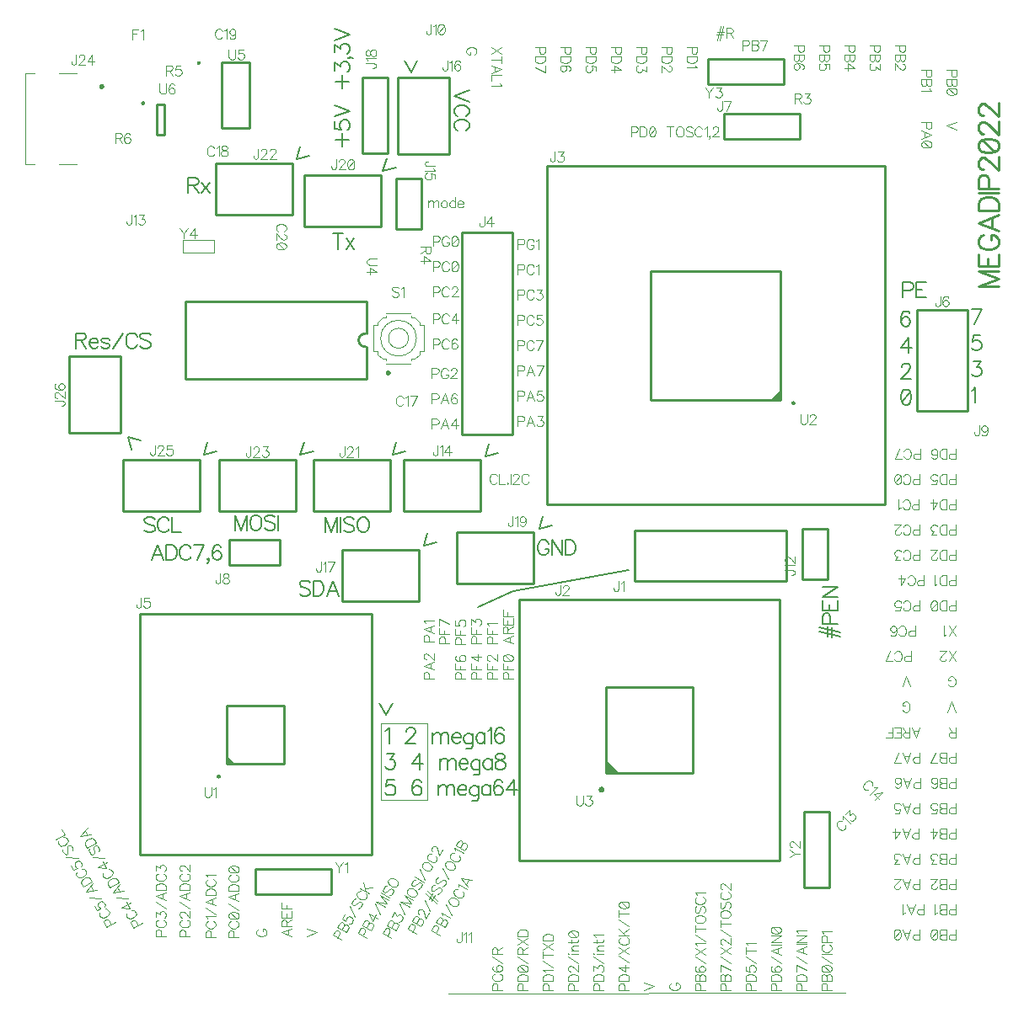
<source format=gbr>
G04 DipTrace 4.2.0.0*
G04 TopSilk.gbr*
%MOMM*%
G04 #@! TF.FileFunction,Legend,Top*
G04 #@! TF.Part,Single*
%ADD10C,0.25*%
%ADD13C,0.12*%
%ADD17C,0.1*%
%ADD24C,0.2*%
%ADD27C,0.03333*%
%ADD123C,0.11111*%
%ADD124C,0.16667*%
%ADD125C,0.22222*%
%FSLAX35Y35*%
G04*
G71*
G90*
G75*
G01*
G04 TopSilk*
%LPD*%
X7108000Y5754000D2*
D10*
Y5246000D1*
X8632000D1*
Y5754000D1*
X7108000D1*
X5950000Y2440000D2*
X8570000D1*
Y5060000D1*
X5950000D1*
Y2440000D1*
X9630000Y6020000D2*
Y9420000D1*
X6230000D1*
Y6020000D1*
X9630000D1*
X5884000Y8756000D2*
X5376000D1*
Y6724000D1*
X5884000D1*
Y8756000D1*
X2140000Y2500000D2*
X4470000D1*
Y4920000D1*
X2140000D1*
Y2500000D1*
X9946000Y6962000D2*
X10454000D1*
Y7978000D1*
X9946000D1*
Y6962000D1*
X8770953Y9692987D2*
Y9947000D1*
X8009047D1*
Y9692987D1*
X8770953D1*
X3544030Y5412987D2*
Y5667000D1*
X3035970D1*
Y5412987D1*
X3544030D1*
X8792987Y5265970D2*
X9047000D1*
Y5774030D1*
X8792987D1*
Y5265970D1*
X5565000Y5952000D2*
Y6468000D1*
X4795000D1*
Y5952000D1*
X5565000D1*
X4967013Y9299853D2*
X4713000D1*
Y8791793D1*
X4967013D1*
Y9299853D1*
X5248000Y10315000D2*
X4732000D1*
Y9545000D1*
X5248000D1*
Y10315000D1*
X4941163Y5049117D2*
Y5565117D1*
X4171163D1*
Y5049117D1*
X4941163D1*
X4372994Y9549045D2*
X4627007Y9549049D1*
X4626993Y10310956D1*
X4372980Y10310951D1*
X4372994Y9549045D1*
X6094557Y5223587D2*
Y5739587D1*
X5324557D1*
Y5223587D1*
X6094557D1*
X4565006Y8812252D2*
X4564994Y9328252D1*
X3794994Y9328235D1*
X3795006Y8812235D1*
X4565006Y8812252D1*
X4655000Y5952000D2*
Y6468000D1*
X3885000D1*
Y5952000D1*
X4655000D1*
X3671489Y8933232D2*
X3671478Y9449232D1*
X2901478Y9449215D1*
X2901489Y8933215D1*
X3671489Y8933232D1*
X3705000Y5952000D2*
Y6468000D1*
X2935000D1*
Y5952000D1*
X3705000D1*
X1504267Y9443000D2*
D13*
X1330737D1*
G36*
X1760000Y10245000D2*
X1763263Y10244786D1*
X1766470Y10244148D1*
X1769567Y10243097D1*
X1772500Y10241651D1*
X1775219Y10239834D1*
X1777678Y10237678D1*
X1779834Y10235219D1*
X1781651Y10232500D1*
X1783097Y10229567D1*
X1784148Y10226470D1*
X1784786Y10223263D1*
X1785000Y10220000D1*
X1784786Y10216737D1*
X1784148Y10213530D1*
X1783097Y10210433D1*
X1781651Y10207500D1*
X1779834Y10204781D1*
X1777678Y10202322D1*
X1775219Y10200166D1*
X1772500Y10198349D1*
X1769567Y10196903D1*
X1766470Y10195852D1*
X1763263Y10195214D1*
X1760000Y10195000D1*
D1*
X1756737Y10195214D1*
X1753530Y10195852D1*
X1750433Y10196903D1*
X1747500Y10198349D1*
X1744781Y10200166D1*
X1742322Y10202322D1*
X1740166Y10204781D1*
X1738349Y10207500D1*
X1736903Y10210433D1*
X1735852Y10213530D1*
X1735214Y10216737D1*
X1735000Y10220000D1*
X1735214Y10223263D1*
X1735852Y10226470D1*
X1736903Y10229567D1*
X1738349Y10232500D1*
X1740166Y10235219D1*
X1742322Y10237678D1*
X1744781Y10239834D1*
X1747500Y10241651D1*
X1750433Y10243097D1*
X1753530Y10244148D1*
X1756737Y10244786D1*
X1760000Y10245000D1*
D1*
G37*
X1084267Y9443000D2*
D13*
X987500D1*
Y10357000D1*
X1084267D1*
X1330737D2*
X1504267D1*
X2745000Y5952000D2*
D10*
Y6468000D1*
X1975000D1*
Y5952000D1*
X2745000D1*
X1431030Y6739339D2*
X1947030Y6739348D1*
X1947016Y7509348D1*
X1431016Y7509339D1*
X1431030Y6739339D1*
X4995000Y7690005D2*
D13*
X4995002Y7560005D1*
X4950002Y7560004D1*
X4950003Y7529004D1*
X4901004Y7480003D1*
X4870004Y7480002D1*
Y7464966D1*
X4485000Y7689995D2*
X4484998Y7819995D1*
X4529998Y7819996D1*
X4529997Y7850996D1*
X4578996Y7899997D1*
X4609996Y7899998D1*
Y7915034D1*
X4640000Y7690000D2*
G02X4640000Y7690000I100000J0D01*
G01*
X4560000D2*
G02X4560000Y7690000I180000J0D01*
G01*
X4862008Y7435002D2*
X4618001Y7434998D1*
X4610004Y7464961D2*
Y7479998D1*
X4579004Y7479997D1*
X4530003Y7528996D1*
X4530002Y7559996D1*
X4485002Y7559995D1*
X4485000Y7689995D1*
X4617992Y7944998D2*
X4861999Y7945002D1*
X4869996Y7915039D2*
Y7900002D1*
X4900996Y7900003D1*
X4949997Y7851004D1*
X4949998Y7820004D1*
X4994998Y7820005D1*
X4995000Y7690005D1*
G36*
X4637007Y7315998D2*
X4633744Y7316212D1*
X4630536Y7316850D1*
X4627440Y7317901D1*
X4624507Y7319347D1*
X4621788Y7321164D1*
X4619329Y7323320D1*
X4617173Y7325779D1*
X4615356Y7328498D1*
X4613910Y7331431D1*
X4612858Y7334527D1*
X4612220Y7337734D1*
X4612006Y7340998D1*
X4612220Y7344261D1*
X4612858Y7347468D1*
X4613909Y7350565D1*
X4615356Y7353498D1*
X4617172Y7356217D1*
X4619328Y7358675D1*
X4621787Y7360832D1*
X4624506Y7362649D1*
X4627439Y7364095D1*
X4630535Y7365146D1*
X4633743Y7365784D1*
X4637006Y7365998D1*
D1*
X4640269Y7365784D1*
X4643476Y7365146D1*
X4646573Y7364095D1*
X4649506Y7362649D1*
X4652225Y7360832D1*
X4654684Y7358676D1*
X4656840Y7356218D1*
X4658657Y7353499D1*
X4660103Y7350566D1*
X4661154Y7347469D1*
X4661792Y7344262D1*
X4662006Y7340999D1*
X4661793Y7337735D1*
X4661155Y7334528D1*
X4660104Y7331431D1*
X4658657Y7328499D1*
X4656841Y7325779D1*
X4654684Y7323321D1*
X4652226Y7321165D1*
X4649507Y7319348D1*
X4646574Y7317901D1*
X4643477Y7316850D1*
X4640270Y7316212D1*
X4637007Y7315998D1*
D1*
G37*
X3012977Y3414030D2*
D10*
X3593020D1*
Y3993970D1*
X3012977D1*
Y3414030D1*
G36*
X2954803Y3282680D2*
X2954625Y3279958D1*
X2954093Y3277282D1*
X2953216Y3274698D1*
X2952009Y3272252D1*
X2950493Y3269983D1*
X2948695Y3267932D1*
X2946643Y3266133D1*
X2944375Y3264618D1*
X2941928Y3263411D1*
X2939345Y3262534D1*
X2936669Y3262002D1*
X2933947Y3261823D1*
X2931224Y3262002D1*
X2928549Y3262534D1*
X2925965Y3263411D1*
X2923518Y3264618D1*
X2921250Y3266133D1*
X2919199Y3267932D1*
X2917400Y3269983D1*
X2915884Y3272252D1*
X2914678Y3274699D1*
X2913801Y3277282D1*
X2913268Y3279958D1*
X2913090Y3282680D1*
Y3282980D1*
X2913268Y3285702D1*
X2913801Y3288378D1*
X2914678Y3290961D1*
X2915884Y3293408D1*
X2917400Y3295677D1*
X2919199Y3297728D1*
X2921250Y3299527D1*
X2923518Y3301042D1*
X2925965Y3302249D1*
X2928549Y3303126D1*
X2931224Y3303658D1*
X2933947Y3303837D1*
X2936669Y3303658D1*
X2939345Y3303126D1*
X2941928Y3302249D1*
X2944375Y3301042D1*
X2946643Y3299527D1*
X2948695Y3297728D1*
X2950493Y3295677D1*
X2952009Y3293408D1*
X2953216Y3290962D1*
X2954093Y3288378D1*
X2954625Y3285702D1*
X2954803Y3282980D1*
Y3282680D1*
G37*
G36*
X3012977Y3414030D2*
X3092970D1*
X3012977Y3494020D1*
Y3414030D1*
G37*
X8576063Y7067937D2*
D10*
Y8368063D1*
X7275937D1*
Y7067937D1*
X8576063D1*
G36*
X8707868Y7058367D2*
X8710401Y7058201D1*
X8712890Y7057706D1*
X8715293Y7056890D1*
X8717569Y7055767D1*
X8719679Y7054357D1*
X8721587Y7052684D1*
X8723261Y7050776D1*
X8724671Y7048666D1*
X8725793Y7046390D1*
X8726609Y7043987D1*
X8727104Y7041497D1*
X8727270Y7038965D1*
X8727104Y7036433D1*
X8726609Y7033943D1*
X8725793Y7031540D1*
X8724671Y7029264D1*
X8723261Y7027154D1*
X8721587Y7025246D1*
X8719679Y7023573D1*
X8717569Y7022163D1*
X8715293Y7021040D1*
X8712890Y7020224D1*
X8710401Y7019729D1*
X8707868Y7019563D1*
X8707695D1*
X8705163Y7019729D1*
X8702673Y7020224D1*
X8700270Y7021040D1*
X8697994Y7022163D1*
X8695884Y7023573D1*
X8693976Y7025246D1*
X8692303Y7027154D1*
X8690893Y7029264D1*
X8689770Y7031540D1*
X8688954Y7033943D1*
X8688459Y7036433D1*
X8688293Y7038965D1*
X8688459Y7041497D1*
X8688954Y7043987D1*
X8689770Y7046390D1*
X8690893Y7048666D1*
X8692303Y7050776D1*
X8693976Y7052684D1*
X8695884Y7054357D1*
X8697994Y7055767D1*
X8700270Y7056890D1*
X8702673Y7057706D1*
X8705163Y7058201D1*
X8707695Y7058367D1*
X8707868D1*
G37*
G36*
X8576063Y7067937D2*
Y7167987D1*
X8476013Y7067937D1*
X8576063D1*
G37*
X6825060Y3315060D2*
D10*
X7694940D1*
Y4184940D1*
X6825060D1*
Y3315060D1*
G36*
X6779983Y3119963D2*
X6776064Y3120220D1*
X6772211Y3120987D1*
X6768491Y3122249D1*
X6764968Y3123987D1*
X6761702Y3126169D1*
X6758749Y3128759D1*
X6756159Y3131712D1*
X6753977Y3134978D1*
X6752239Y3138501D1*
X6750977Y3142221D1*
X6750210Y3146074D1*
X6749953Y3149993D1*
X6750210Y3153913D1*
X6750977Y3157766D1*
X6752239Y3161485D1*
X6753977Y3165008D1*
X6756159Y3168274D1*
X6758749Y3171228D1*
X6761702Y3173818D1*
X6764968Y3176000D1*
X6768491Y3177737D1*
X6772211Y3179000D1*
X6776064Y3179766D1*
X6779983Y3180023D1*
D1*
X6783903Y3179766D1*
X6787756Y3179000D1*
X6791475Y3177737D1*
X6794998Y3176000D1*
X6798264Y3173818D1*
X6801218Y3171228D1*
X6803808Y3168274D1*
X6805990Y3165008D1*
X6807727Y3161485D1*
X6808990Y3157766D1*
X6809756Y3153913D1*
X6810013Y3149993D1*
X6809756Y3146074D1*
X6808990Y3142221D1*
X6807727Y3138501D1*
X6805990Y3134978D1*
X6803808Y3131712D1*
X6801218Y3128759D1*
X6798264Y3126169D1*
X6794998Y3123987D1*
X6791475Y3122249D1*
X6787756Y3120987D1*
X6783903Y3120220D1*
X6779983Y3119963D1*
D1*
G37*
G36*
X6829020Y3317040D2*
X6831000Y3411947D1*
X6829020Y3317040D1*
G37*
G36*
X6820043Y3329977D2*
Y3449963D1*
X6959963Y3310043D1*
X6820043Y3329977D1*
G37*
X4416703Y8056427D2*
D10*
X2603297Y8056557D1*
Y7283443D1*
X4416703Y7283573D1*
Y7283443D2*
Y7603567D1*
Y8056557D2*
Y7736433D1*
G03X4416703Y7603567I-9588J-66433D01*
G01*
G36*
X2733273Y10437793D2*
X2730720Y10437961D1*
X2728210Y10438460D1*
X2725787Y10439283D1*
X2723492Y10440414D1*
X2721364Y10441836D1*
X2719440Y10443523D1*
X2717753Y10445447D1*
X2716331Y10447575D1*
X2715199Y10449870D1*
X2714377Y10452293D1*
X2713877Y10454803D1*
X2713710Y10457357D1*
X2713877Y10459910D1*
X2714377Y10462420D1*
X2715199Y10464843D1*
X2716331Y10467138D1*
X2717753Y10469266D1*
X2719440Y10471190D1*
X2721364Y10472877D1*
X2723492Y10474299D1*
X2725787Y10475431D1*
X2728210Y10476253D1*
X2730720Y10476753D1*
X2733273Y10476920D1*
X2733340D1*
X2735894Y10476753D1*
X2738403Y10476253D1*
X2740827Y10475431D1*
X2743122Y10474299D1*
X2745249Y10472877D1*
X2747173Y10471190D1*
X2748861Y10469266D1*
X2750282Y10467138D1*
X2751414Y10464843D1*
X2752237Y10462420D1*
X2752736Y10459910D1*
X2752903Y10457357D1*
X2752736Y10454803D1*
X2752237Y10452293D1*
X2751414Y10449870D1*
X2750282Y10447575D1*
X2748861Y10445447D1*
X2747173Y10443523D1*
X2745249Y10441836D1*
X2743122Y10440414D1*
X2740827Y10439283D1*
X2738403Y10438460D1*
X2735894Y10437961D1*
X2733340Y10437793D1*
X2733273D1*
G37*
X2960000Y10459997D2*
D10*
Y9800027D1*
X3240000Y10459997D2*
Y9800027D1*
X2960000D2*
X3240000D1*
X2960000Y10459997D2*
X3240000D1*
G36*
X2153220Y10053368D2*
X2153387Y10055920D1*
X2153886Y10058429D1*
X2154708Y10060850D1*
X2155839Y10063144D1*
X2157260Y10065271D1*
X2158947Y10067193D1*
X2160869Y10068880D1*
X2162996Y10070301D1*
X2165290Y10071432D1*
X2167711Y10072254D1*
X2170220Y10072753D1*
X2172772Y10072920D1*
X2175324Y10072753D1*
X2177832Y10072254D1*
X2180254Y10071432D1*
X2182548Y10070301D1*
X2184674Y10068880D1*
X2186597Y10067193D1*
X2188283Y10065271D1*
X2189704Y10063144D1*
X2190835Y10060850D1*
X2191657Y10058429D1*
X2192156Y10055920D1*
X2192323Y10053368D1*
Y10053355D1*
X2192156Y10050803D1*
X2191657Y10048295D1*
X2190835Y10045873D1*
X2189704Y10043579D1*
X2188283Y10041453D1*
X2186597Y10039530D1*
X2184674Y10037844D1*
X2182548Y10036423D1*
X2180254Y10035292D1*
X2177832Y10034470D1*
X2175324Y10033971D1*
X2172772Y10033803D1*
X2170220Y10033971D1*
X2167711Y10034470D1*
X2165290Y10035292D1*
X2162996Y10036423D1*
X2160869Y10037844D1*
X2158947Y10039530D1*
X2157260Y10041453D1*
X2155839Y10043579D1*
X2154708Y10045873D1*
X2153886Y10048295D1*
X2153387Y10050803D1*
X2153220Y10053355D1*
Y10053368D1*
G37*
X2310097Y10039993D2*
D10*
Y9740000D1*
X2390083Y10039993D2*
Y9740000D1*
X2310097D2*
X2390083D1*
X2310097Y10039993D2*
X2390083D1*
X3303780Y2357177D2*
Y2103163D1*
X4065687D1*
Y2357177D1*
X3303780D1*
X8815740Y2170700D2*
X9069753D1*
Y2932607D1*
X8815740D1*
Y2170700D1*
X7844790Y10497989D2*
X7844797Y10243975D1*
X8606704Y10243998D1*
X8606696Y10498011D1*
X7844790Y10497989D1*
X2890000Y8550000D2*
D17*
Y8680007D1*
X2570000D1*
Y8550000D1*
X2890000D1*
X4560000Y3820000D2*
D27*
X5030000D1*
Y3050000D1*
X4560000D1*
Y3820000D1*
X5240000Y1100000D2*
X9230000Y1110000D1*
X5540000Y4990000D2*
D24*
X5890000Y5150000D1*
X7050000Y5360000D1*
X4930707Y10481667D2*
D124*
X4865007Y10365091D1*
X4799476Y10481667D1*
X4109293Y9683865D2*
X4240524D1*
X4174993Y9618333D2*
Y9749565D1*
X4098427Y9870330D2*
Y9797554D1*
X4163959Y9790311D1*
X4156715Y9797554D1*
X4149303Y9819454D1*
Y9841186D1*
X4156715Y9863086D1*
X4171203Y9877742D1*
X4193103Y9884986D1*
X4207590D1*
X4229490Y9877742D1*
X4244146Y9863086D1*
X4251390Y9841186D1*
Y9819454D1*
X4244146Y9797554D1*
X4236734Y9790311D1*
X4222246Y9782898D1*
X4098259Y9918319D2*
X4251390Y9976607D1*
X4098259Y10034895D1*
X4109293Y10268170D2*
X4240524D1*
X4174993Y10202638D2*
Y10333870D1*
X4098427Y10381859D2*
Y10461878D1*
X4156715Y10418247D1*
Y10440147D1*
X4163959Y10454635D1*
X4171203Y10461878D1*
X4193103Y10469291D1*
X4207590D1*
X4229490Y10461878D1*
X4244146Y10447391D1*
X4251390Y10425491D1*
Y10403591D1*
X4244146Y10381859D1*
X4236734Y10374615D1*
X4222246Y10367203D1*
X4244146Y10517280D2*
X4251390Y10509868D1*
X4244146Y10502624D1*
X4236734Y10509868D1*
X4244146Y10517280D1*
X4258634D1*
X4273290Y10509868D1*
X4280534Y10502624D1*
X4098427Y10565270D2*
Y10645289D1*
X4156715Y10601657D1*
Y10623557D1*
X4163959Y10638045D1*
X4171203Y10645289D1*
X4193103Y10652701D1*
X4207590D1*
X4229490Y10645289D1*
X4244146Y10630801D1*
X4251390Y10608901D1*
Y10587001D1*
X4244146Y10565270D1*
X4236734Y10558026D1*
X4222246Y10550614D1*
X4098259Y10686035D2*
X4251390Y10744322D1*
X4098259Y10802610D1*
X4712181Y9406034D2*
X4583293Y9370060D1*
X4619386Y9498829D1*
X3842181Y9526034D2*
X3713293Y9490060D1*
X3749386Y9618829D1*
X2912181Y6556034D2*
X2783293Y6520060D1*
X2819386Y6648829D1*
X2056034Y6567819D2*
X2020060Y6696707D1*
X2148829Y6660614D1*
X3882181Y6556034D2*
X3753293Y6520060D1*
X3789386Y6648829D1*
X4812181Y6556034D2*
X4683293Y6520060D1*
X4719386Y6648829D1*
X5742181Y6536034D2*
X5613293Y6500060D1*
X5649386Y6628829D1*
X6282181Y5806034D2*
X6153293Y5770060D1*
X6189386Y5898829D1*
X5122181Y5636034D2*
X4993293Y5600060D1*
X5029386Y5728829D1*
X4680707Y4021667D2*
X4615007Y3905091D1*
X4549476Y4021667D1*
X4608333Y3742429D2*
X4622989Y3749841D1*
X4644889Y3771573D1*
Y3618610D1*
X4820045Y3735185D2*
Y3742429D1*
X4827289Y3757085D1*
X4834533Y3764329D1*
X4849189Y3771573D1*
X4878333D1*
X4892821Y3764329D1*
X4900065Y3757085D1*
X4907477Y3742429D1*
Y3727941D1*
X4900065Y3713285D1*
X4885577Y3691554D1*
X4812633Y3618610D1*
X4914721D1*
X5082464Y3720697D2*
Y3618610D1*
Y3691554D2*
X5104364Y3713454D1*
X5119021Y3720697D1*
X5140752D1*
X5155408Y3713454D1*
X5162652Y3691554D1*
Y3618610D1*
Y3691554D2*
X5184552Y3713454D1*
X5199208Y3720697D1*
X5220940D1*
X5235596Y3713454D1*
X5243008Y3691554D1*
Y3618610D1*
X5276342Y3676897D2*
X5363773D1*
Y3691554D1*
X5356529Y3706210D1*
X5349285Y3713454D1*
X5334629Y3720697D1*
X5312729D1*
X5298242Y3713454D1*
X5283585Y3698797D1*
X5276342Y3676897D1*
Y3662410D1*
X5283585Y3640510D1*
X5298242Y3626022D1*
X5312729Y3618610D1*
X5334629D1*
X5349285Y3626022D1*
X5363773Y3640510D1*
X5484538Y3713454D2*
Y3596710D1*
X5477294Y3574978D1*
X5470050Y3567566D1*
X5455394Y3560322D1*
X5433494D1*
X5419006Y3567566D1*
X5484538Y3691554D2*
X5470050Y3706041D1*
X5455394Y3713454D1*
X5433494D1*
X5419006Y3706041D1*
X5404350Y3691554D1*
X5397106Y3669654D1*
Y3654997D1*
X5404350Y3633266D1*
X5419006Y3618610D1*
X5433494Y3611366D1*
X5455394D1*
X5470050Y3618610D1*
X5484538Y3633266D1*
X5605303Y3720697D2*
Y3618610D1*
Y3698797D2*
X5590815Y3713454D1*
X5576159Y3720697D1*
X5554427D1*
X5539771Y3713454D1*
X5525284Y3698797D1*
X5517871Y3676897D1*
Y3662410D1*
X5525284Y3640510D1*
X5539771Y3626022D1*
X5554427Y3618610D1*
X5576159D1*
X5590815Y3626022D1*
X5605303Y3640510D1*
X5638636Y3742429D2*
X5653292Y3749841D1*
X5675192Y3771573D1*
Y3618610D1*
X5795957Y3749841D2*
X5788713Y3764329D1*
X5766813Y3771573D1*
X5752326D1*
X5730426Y3764329D1*
X5715769Y3742429D1*
X5708526Y3706041D1*
Y3669654D1*
X5715769Y3640510D1*
X5730426Y3625854D1*
X5752326Y3618610D1*
X5759569D1*
X5781301Y3625854D1*
X5795957Y3640510D1*
X5803201Y3662410D1*
Y3669654D1*
X5795957Y3691554D1*
X5781301Y3706041D1*
X5759569Y3713285D1*
X5752326D1*
X5730426Y3706041D1*
X5715769Y3691554D1*
X5708526Y3669654D1*
X4622989Y3509209D2*
X4703009D1*
X4659377Y3450921D1*
X4681277D1*
X4695765Y3443677D1*
X4703009Y3436434D1*
X4710421Y3414534D1*
Y3400046D1*
X4703009Y3378146D1*
X4688521Y3363490D1*
X4666621Y3356246D1*
X4644721D1*
X4622989Y3363490D1*
X4615746Y3370902D1*
X4608333Y3385390D1*
X4951108Y3356246D2*
Y3509209D1*
X4878165Y3407290D1*
X4987496D1*
X5155240Y3458334D2*
Y3356246D1*
Y3429190D2*
X5177140Y3451090D1*
X5191796Y3458334D1*
X5213527D1*
X5228184Y3451090D1*
X5235427Y3429190D1*
Y3356246D1*
Y3429190D2*
X5257327Y3451090D1*
X5271984Y3458334D1*
X5293715D1*
X5308371Y3451090D1*
X5315784Y3429190D1*
Y3356246D1*
X5349117Y3414534D2*
X5436548D1*
Y3429190D1*
X5429305Y3443846D1*
X5422061Y3451090D1*
X5407405Y3458334D1*
X5385505D1*
X5371017Y3451090D1*
X5356361Y3436434D1*
X5349117Y3414534D1*
Y3400046D1*
X5356361Y3378146D1*
X5371017Y3363658D1*
X5385505Y3356246D1*
X5407405D1*
X5422061Y3363658D1*
X5436548Y3378146D1*
X5557313Y3451090D2*
Y3334346D1*
X5550069Y3312614D1*
X5542826Y3305202D1*
X5528169Y3297958D1*
X5506269D1*
X5491782Y3305202D1*
X5557313Y3429190D2*
X5542826Y3443677D1*
X5528169Y3451090D1*
X5506269D1*
X5491782Y3443677D1*
X5477126Y3429190D1*
X5469882Y3407290D1*
Y3392634D1*
X5477126Y3370902D1*
X5491782Y3356246D1*
X5506269Y3349002D1*
X5528169D1*
X5542826Y3356246D1*
X5557313Y3370902D1*
X5678078Y3458334D2*
Y3356246D1*
Y3436434D2*
X5663591Y3451090D1*
X5648934Y3458334D1*
X5627203D1*
X5612547Y3451090D1*
X5598059Y3436434D1*
X5590647Y3414534D1*
Y3400046D1*
X5598059Y3378146D1*
X5612547Y3363658D1*
X5627203Y3356246D1*
X5648934D1*
X5663591Y3363658D1*
X5678078Y3378146D1*
X5747799Y3509209D2*
X5726068Y3501965D1*
X5718655Y3487477D1*
Y3472821D1*
X5726068Y3458334D1*
X5740555Y3450921D1*
X5769699Y3443677D1*
X5791599Y3436434D1*
X5806087Y3421777D1*
X5813331Y3407290D1*
Y3385390D1*
X5806087Y3370902D1*
X5798843Y3363490D1*
X5776943Y3356246D1*
X5747799D1*
X5726068Y3363490D1*
X5718655Y3370902D1*
X5711412Y3385390D1*
Y3407290D1*
X5718655Y3421777D1*
X5733312Y3436434D1*
X5755043Y3443677D1*
X5784187Y3450921D1*
X5798843Y3458334D1*
X5806087Y3472821D1*
Y3487477D1*
X5798843Y3501965D1*
X5776943Y3509209D1*
X5747799D1*
X4695765Y3246845D2*
X4622989D1*
X4615746Y3181314D1*
X4622989Y3188557D1*
X4644889Y3195970D1*
X4666621D1*
X4688521Y3188557D1*
X4703177Y3174070D1*
X4710421Y3152170D1*
Y3137682D1*
X4703177Y3115782D1*
X4688521Y3101126D1*
X4666621Y3093882D1*
X4644889D1*
X4622989Y3101126D1*
X4615746Y3108538D1*
X4608333Y3123026D1*
X4965596Y3225114D2*
X4958352Y3239601D1*
X4936452Y3246845D1*
X4921965D1*
X4900065Y3239601D1*
X4885408Y3217701D1*
X4878165Y3181314D1*
Y3144926D1*
X4885408Y3115782D1*
X4900065Y3101126D1*
X4921965Y3093882D1*
X4929208D1*
X4950940Y3101126D1*
X4965596Y3115782D1*
X4972840Y3137682D1*
Y3144926D1*
X4965596Y3166826D1*
X4950940Y3181314D1*
X4929208Y3188557D1*
X4921965D1*
X4900065Y3181314D1*
X4885408Y3166826D1*
X4878165Y3144926D1*
X5140584Y3195970D2*
Y3093882D1*
Y3166826D2*
X5162484Y3188726D1*
X5177140Y3195970D1*
X5198871D1*
X5213527Y3188726D1*
X5220771Y3166826D1*
Y3093882D1*
Y3166826D2*
X5242671Y3188726D1*
X5257327Y3195970D1*
X5279059D1*
X5293715Y3188726D1*
X5301127Y3166826D1*
Y3093882D1*
X5334461Y3152170D2*
X5421892D1*
Y3166826D1*
X5414648Y3181482D1*
X5407405Y3188726D1*
X5392748Y3195970D1*
X5370848D1*
X5356361Y3188726D1*
X5341705Y3174070D1*
X5334461Y3152170D1*
Y3137682D1*
X5341705Y3115782D1*
X5356361Y3101294D1*
X5370848Y3093882D1*
X5392748D1*
X5407405Y3101294D1*
X5421892Y3115782D1*
X5542657Y3188726D2*
Y3071982D1*
X5535413Y3050250D1*
X5528169Y3042838D1*
X5513513Y3035594D1*
X5491613D1*
X5477126Y3042838D1*
X5542657Y3166826D2*
X5528169Y3181314D1*
X5513513Y3188726D1*
X5491613D1*
X5477126Y3181314D1*
X5462469Y3166826D1*
X5455226Y3144926D1*
Y3130270D1*
X5462469Y3108538D1*
X5477126Y3093882D1*
X5491613Y3086638D1*
X5513513D1*
X5528169Y3093882D1*
X5542657Y3108538D1*
X5663422Y3195970D2*
Y3093882D1*
Y3174070D2*
X5648934Y3188726D1*
X5634278Y3195970D1*
X5612547D1*
X5597891Y3188726D1*
X5583403Y3174070D1*
X5575991Y3152170D1*
Y3137682D1*
X5583403Y3115782D1*
X5597891Y3101294D1*
X5612547Y3093882D1*
X5634278D1*
X5648934Y3101294D1*
X5663422Y3115782D1*
X5784187Y3225114D2*
X5776943Y3239601D1*
X5755043Y3246845D1*
X5740555D1*
X5718655Y3239601D1*
X5703999Y3217701D1*
X5696755Y3181314D1*
Y3144926D1*
X5703999Y3115782D1*
X5718655Y3101126D1*
X5740555Y3093882D1*
X5747799D1*
X5769531Y3101126D1*
X5784187Y3115782D1*
X5791431Y3137682D1*
Y3144926D1*
X5784187Y3166826D1*
X5769531Y3181314D1*
X5747799Y3188557D1*
X5740555D1*
X5718655Y3181314D1*
X5703999Y3166826D1*
X5696755Y3144926D1*
X5897708Y3093882D2*
Y3246845D1*
X5824764Y3144926D1*
X5934096D1*
X6247665Y5625354D2*
X6240421Y5639841D1*
X6225765Y5654497D1*
X6211277Y5661741D1*
X6182133D1*
X6167477Y5654497D1*
X6152989Y5639841D1*
X6145577Y5625354D1*
X6138333Y5603454D1*
Y5566897D1*
X6145577Y5545166D1*
X6152989Y5530510D1*
X6167477Y5516022D1*
X6182133Y5508610D1*
X6211277D1*
X6225765Y5516022D1*
X6240421Y5530510D1*
X6247665Y5545166D1*
Y5566897D1*
X6211277D1*
X6383086Y5661741D2*
Y5508610D1*
X6280998Y5661741D1*
Y5508610D1*
X6416419Y5661741D2*
Y5508610D1*
X6467463D1*
X6489363Y5516022D1*
X6504019Y5530510D1*
X6511263Y5545166D1*
X6518507Y5566897D1*
Y5603454D1*
X6511263Y5625354D1*
X6504019Y5639841D1*
X6489363Y5654497D1*
X6467463Y5661741D1*
X6416419D1*
X2628333Y9228797D2*
X2693865D1*
X2715765Y9236210D1*
X2723177Y9243454D1*
X2730421Y9257941D1*
Y9272597D1*
X2723177Y9287085D1*
X2715765Y9294497D1*
X2693865Y9301741D1*
X2628333D1*
Y9148610D1*
X2679377Y9228797D2*
X2730421Y9148610D1*
X2763754Y9250697D2*
X2843942Y9148610D1*
Y9250697D2*
X2763754Y9148610D1*
X4129377Y8741741D2*
Y8588610D1*
X4078333Y8741741D2*
X4180421D1*
X4213754Y8690697D2*
X4293942Y8588610D1*
Y8690697D2*
X4213754Y8588610D1*
X1498333Y7668797D2*
X1563865D1*
X1585765Y7676210D1*
X1593177Y7683454D1*
X1600421Y7697941D1*
Y7712597D1*
X1593177Y7727085D1*
X1585765Y7734497D1*
X1563865Y7741741D1*
X1498333D1*
Y7588610D1*
X1549377Y7668797D2*
X1600421Y7588610D1*
X1633754Y7646897D2*
X1721186D1*
Y7661554D1*
X1713942Y7676210D1*
X1706698Y7683454D1*
X1692042Y7690697D1*
X1670142D1*
X1655654Y7683454D1*
X1640998Y7668797D1*
X1633754Y7646897D1*
Y7632410D1*
X1640998Y7610510D1*
X1655654Y7596022D1*
X1670142Y7588610D1*
X1692042D1*
X1706698Y7596022D1*
X1721186Y7610510D1*
X1834707Y7668797D2*
X1827463Y7683454D1*
X1805563Y7690697D1*
X1783663D1*
X1761763Y7683454D1*
X1754519Y7668797D1*
X1761763Y7654310D1*
X1776419Y7646897D1*
X1812807Y7639654D1*
X1827463Y7632410D1*
X1834707Y7617754D1*
Y7610510D1*
X1827463Y7596022D1*
X1805563Y7588610D1*
X1783663D1*
X1761763Y7596022D1*
X1754519Y7610510D1*
X1868040Y7588610D2*
X1970128Y7741573D1*
X2112793Y7705354D2*
X2105549Y7719841D1*
X2090893Y7734497D1*
X2076405Y7741741D1*
X2047261D1*
X2032605Y7734497D1*
X2018117Y7719841D1*
X2010705Y7705354D1*
X2003461Y7683454D1*
Y7646897D1*
X2010705Y7625166D1*
X2018117Y7610510D1*
X2032605Y7596022D1*
X2047261Y7588610D1*
X2076405D1*
X2090893Y7596022D1*
X2105549Y7610510D1*
X2112793Y7625166D1*
X2248214Y7719841D2*
X2233726Y7734497D1*
X2211826Y7741741D1*
X2182682D1*
X2160782Y7734497D1*
X2146126Y7719841D1*
Y7705354D1*
X2153538Y7690697D1*
X2160782Y7683454D1*
X2175270Y7676210D1*
X2219070Y7661554D1*
X2233726Y7654310D1*
X2240970Y7646897D1*
X2248214Y7632410D1*
Y7610510D1*
X2233726Y7596022D1*
X2211826Y7588610D1*
X2182682D1*
X2160782Y7596022D1*
X2146126Y7610510D1*
X2290421Y5869841D2*
X2275933Y5884497D1*
X2254033Y5891741D1*
X2224889D1*
X2202989Y5884497D1*
X2188333Y5869841D1*
Y5855354D1*
X2195746Y5840697D1*
X2202989Y5833454D1*
X2217477Y5826210D1*
X2261277Y5811554D1*
X2275933Y5804310D1*
X2283177Y5796897D1*
X2290421Y5782410D1*
Y5760510D1*
X2275933Y5746022D1*
X2254033Y5738610D1*
X2224889D1*
X2202989Y5746022D1*
X2188333Y5760510D1*
X2433086Y5855354D2*
X2425842Y5869841D1*
X2411186Y5884497D1*
X2396698Y5891741D1*
X2367554D1*
X2352898Y5884497D1*
X2338411Y5869841D1*
X2330998Y5855354D1*
X2323754Y5833454D1*
Y5796897D1*
X2330998Y5775166D1*
X2338411Y5760510D1*
X2352898Y5746022D1*
X2367554Y5738610D1*
X2396698D1*
X2411186Y5746022D1*
X2425842Y5760510D1*
X2433086Y5775166D1*
X2466419Y5891741D2*
Y5738610D1*
X2553851D1*
X3214909Y5758610D2*
Y5911741D1*
X3156621Y5758610D1*
X3098333Y5911741D1*
Y5758610D1*
X3292042Y5911741D2*
X3277386Y5904497D1*
X3262898Y5889841D1*
X3255486Y5875354D1*
X3248242Y5853454D1*
Y5816897D1*
X3255486Y5795166D1*
X3262898Y5780510D1*
X3277386Y5766022D1*
X3292042Y5758610D1*
X3321186D1*
X3335674Y5766022D1*
X3350330Y5780510D1*
X3357574Y5795166D1*
X3364817Y5816897D1*
Y5853454D1*
X3357574Y5875354D1*
X3350330Y5889841D1*
X3335674Y5904497D1*
X3321186Y5911741D1*
X3292042D1*
X3500238Y5889841D2*
X3485751Y5904497D1*
X3463851Y5911741D1*
X3434707D1*
X3412807Y5904497D1*
X3398151Y5889841D1*
Y5875354D1*
X3405563Y5860697D1*
X3412807Y5853454D1*
X3427295Y5846210D1*
X3471095Y5831554D1*
X3485751Y5824310D1*
X3492995Y5816897D1*
X3500238Y5802410D1*
Y5780510D1*
X3485751Y5766022D1*
X3463851Y5758610D1*
X3434707D1*
X3412807Y5766022D1*
X3398151Y5780510D1*
X3533572Y5911741D2*
Y5758610D1*
X4124909Y5738610D2*
Y5891741D1*
X4066621Y5738610D1*
X4008333Y5891741D1*
Y5738610D1*
X4158242Y5891741D2*
Y5738610D1*
X4293663Y5869841D2*
X4279175Y5884497D1*
X4257275Y5891741D1*
X4228132D1*
X4206232Y5884497D1*
X4191575Y5869841D1*
Y5855354D1*
X4198988Y5840697D1*
X4206232Y5833454D1*
X4220719Y5826210D1*
X4264519Y5811554D1*
X4279175Y5804310D1*
X4286419Y5796897D1*
X4293663Y5782410D1*
Y5760510D1*
X4279175Y5746022D1*
X4257275Y5738610D1*
X4228132D1*
X4206232Y5746022D1*
X4191575Y5760510D1*
X4370796Y5891741D2*
X4356140Y5884497D1*
X4341653Y5869841D1*
X4334240Y5855354D1*
X4326996Y5833454D1*
Y5796897D1*
X4334240Y5775166D1*
X4341653Y5760510D1*
X4356140Y5746022D1*
X4370796Y5738610D1*
X4399940D1*
X4414428Y5746022D1*
X4429084Y5760510D1*
X4436328Y5775166D1*
X4443572Y5796897D1*
Y5833454D1*
X4436328Y5855354D1*
X4429084Y5869841D1*
X4414428Y5884497D1*
X4399940Y5891741D1*
X4370796D1*
X3850421Y5229841D2*
X3835933Y5244497D1*
X3814033Y5251741D1*
X3784889D1*
X3762989Y5244497D1*
X3748333Y5229841D1*
Y5215354D1*
X3755746Y5200697D1*
X3762989Y5193454D1*
X3777477Y5186210D1*
X3821277Y5171554D1*
X3835933Y5164310D1*
X3843177Y5156897D1*
X3850421Y5142410D1*
Y5120510D1*
X3835933Y5106022D1*
X3814033Y5098610D1*
X3784889D1*
X3762989Y5106022D1*
X3748333Y5120510D1*
X3883754Y5251741D2*
Y5098610D1*
X3934798D1*
X3956698Y5106022D1*
X3971354Y5120510D1*
X3978598Y5135166D1*
X3985842Y5156897D1*
Y5193454D1*
X3978598Y5215354D1*
X3971354Y5229841D1*
X3956698Y5244497D1*
X3934798Y5251741D1*
X3883754D1*
X4135919Y5098610D2*
X4077463Y5251741D1*
X4019175Y5098610D1*
X4041075Y5149654D2*
X4114019D1*
X5728443Y6303569D2*
D123*
X5723614Y6313228D1*
X5713843Y6322998D1*
X5704185Y6327828D1*
X5684756D1*
X5674985Y6322998D1*
X5665326Y6313228D1*
X5660385Y6303569D1*
X5655556Y6288969D1*
Y6264598D1*
X5660385Y6250111D1*
X5665326Y6240340D1*
X5674985Y6230681D1*
X5684756Y6225740D1*
X5704185D1*
X5713843Y6230681D1*
X5723614Y6240340D1*
X5728443Y6250111D1*
X5750665Y6327828D2*
Y6225740D1*
X5808953D1*
X5836005Y6235511D2*
X5831175Y6230569D1*
X5836005Y6225740D1*
X5840946Y6230569D1*
X5836005Y6235511D1*
X5863168Y6327828D2*
Y6225740D1*
X5890332Y6303457D2*
Y6308286D1*
X5895161Y6318057D1*
X5899991Y6322886D1*
X5909761Y6327715D1*
X5929191D1*
X5938849Y6322886D1*
X5943678Y6318057D1*
X5948620Y6308286D1*
Y6298628D1*
X5943678Y6288857D1*
X5934020Y6274369D1*
X5885391Y6225740D1*
X5953449D1*
X6048559Y6303569D2*
X6043730Y6313228D1*
X6033959Y6322998D1*
X6024301Y6327828D1*
X6004871D1*
X5995101Y6322998D1*
X5985442Y6313228D1*
X5980501Y6303569D1*
X5975671Y6288969D1*
Y6264598D1*
X5980501Y6250111D1*
X5985442Y6240340D1*
X5995101Y6230681D1*
X6004871Y6225740D1*
X6024301D1*
X6033959Y6230681D1*
X6043730Y6240340D1*
X6048559Y6250111D1*
X5451741Y10181667D2*
D124*
X5298610Y10123379D1*
X5451741Y10065091D1*
X5415354Y9922426D2*
X5429841Y9929670D1*
X5444497Y9944326D1*
X5451741Y9958814D1*
Y9987958D1*
X5444497Y10002614D1*
X5429841Y10017102D1*
X5415354Y10024514D1*
X5393454Y10031758D1*
X5356897D1*
X5335166Y10024514D1*
X5320510Y10017102D1*
X5306022Y10002614D1*
X5298610Y9987958D1*
Y9958814D1*
X5306022Y9944326D1*
X5320510Y9929670D1*
X5335166Y9922426D1*
X5415354Y9779762D2*
X5429841Y9787005D1*
X5444497Y9801662D1*
X5451741Y9816149D1*
Y9845293D1*
X5444497Y9859949D1*
X5429841Y9874437D1*
X5415354Y9881849D1*
X5393454Y9889093D1*
X5356897D1*
X5335166Y9881849D1*
X5320510Y9874437D1*
X5306022Y9859949D1*
X5298610Y9845293D1*
Y9816149D1*
X5306022Y9801662D1*
X5320510Y9787005D1*
X5335166Y9779762D1*
X8969199Y4736621D2*
X9180618Y4685746D1*
X8969199Y4780421D2*
X9180618Y4729377D1*
X9053009Y4685746D2*
Y4787665D1*
X9096809Y4678333D2*
Y4780421D1*
X9078446Y4820998D2*
Y4886698D1*
X9071203Y4908430D1*
X9063790Y4915842D1*
X9049303Y4923086D1*
X9027403D1*
X9012915Y4915842D1*
X9005503Y4908430D1*
X8998259Y4886698D1*
Y4820998D1*
X9151390D1*
X8998259Y5051095D2*
Y4956419D1*
X9151390D1*
Y5051095D1*
X9071203Y4956419D2*
Y5014707D1*
X8998259Y5186516D2*
X9151390D1*
X8998259Y5084428D1*
X9151390D1*
X2375077Y5458610D2*
X2316621Y5611741D1*
X2258333Y5458610D1*
X2280233Y5509654D2*
X2353177D1*
X2408411Y5611741D2*
Y5458610D1*
X2459454D1*
X2481354Y5466022D1*
X2496011Y5480510D1*
X2503254Y5495166D1*
X2510498Y5516897D1*
Y5553454D1*
X2503254Y5575354D1*
X2496011Y5589841D1*
X2481354Y5604497D1*
X2459454Y5611741D1*
X2408411D1*
X2653163Y5575354D2*
X2645919Y5589841D1*
X2631263Y5604497D1*
X2616775Y5611741D1*
X2587632D1*
X2572975Y5604497D1*
X2558488Y5589841D1*
X2551075Y5575354D1*
X2543832Y5553454D1*
Y5516897D1*
X2551075Y5495166D1*
X2558488Y5480510D1*
X2572975Y5466022D1*
X2587632Y5458610D1*
X2616775D1*
X2631263Y5466022D1*
X2645919Y5480510D1*
X2653163Y5495166D1*
X2715640Y5458610D2*
X2788584Y5611573D1*
X2686496D1*
X2836574Y5465854D2*
X2829161Y5458610D1*
X2821917Y5465854D1*
X2829161Y5473266D1*
X2836574Y5465854D1*
Y5451366D1*
X2829161Y5436710D1*
X2821917Y5429466D1*
X2957338Y5589841D2*
X2950095Y5604329D1*
X2928195Y5611573D1*
X2913707D1*
X2891807Y5604329D1*
X2877151Y5582429D1*
X2869907Y5546041D1*
Y5509654D1*
X2877151Y5480510D1*
X2891807Y5465854D1*
X2913707Y5458610D1*
X2920951D1*
X2942682Y5465854D1*
X2957338Y5480510D1*
X2964582Y5502410D1*
Y5509654D1*
X2957338Y5531554D1*
X2942682Y5546041D1*
X2920951Y5553285D1*
X2913707D1*
X2891807Y5546041D1*
X2877151Y5531554D1*
X2869907Y5509654D1*
X7075556Y9764369D2*
D123*
X7119356D1*
X7133843Y9769198D1*
X7138785Y9774140D1*
X7143614Y9783798D1*
Y9798398D1*
X7138785Y9808057D1*
X7133843Y9812998D1*
X7119356Y9817828D1*
X7075556D1*
Y9715740D1*
X7165836Y9817828D2*
Y9715740D1*
X7199865D1*
X7214465Y9720681D1*
X7224236Y9730340D1*
X7229065Y9740111D1*
X7233895Y9754598D1*
Y9778969D1*
X7229065Y9793569D1*
X7224236Y9803228D1*
X7214465Y9812998D1*
X7199865Y9817828D1*
X7165836D1*
X7285317Y9817715D2*
X7270717Y9812886D1*
X7260946Y9798286D1*
X7256117Y9774028D1*
Y9759428D1*
X7260946Y9735169D1*
X7270717Y9720569D1*
X7285317Y9715740D1*
X7294975D1*
X7309575Y9720569D1*
X7319234Y9735169D1*
X7324175Y9759428D1*
Y9774028D1*
X7319234Y9798286D1*
X7309575Y9812886D1*
X7294975Y9817715D1*
X7285317D1*
X7319234Y9798286D2*
X7260946Y9735169D1*
X7470034Y9817828D2*
Y9715740D1*
X7436004Y9817828D2*
X7504063D1*
X7555485D2*
X7545714Y9812998D1*
X7536056Y9803228D1*
X7531114Y9793569D1*
X7526285Y9778969D1*
Y9754598D1*
X7531114Y9740111D1*
X7536056Y9730340D1*
X7545714Y9720681D1*
X7555485Y9715740D1*
X7574914D1*
X7584573Y9720681D1*
X7594344Y9730340D1*
X7599173Y9740111D1*
X7604002Y9754598D1*
Y9778969D1*
X7599173Y9793569D1*
X7594344Y9803228D1*
X7584573Y9812998D1*
X7574914Y9817828D1*
X7555485D1*
X7694283Y9803228D2*
X7684624Y9812998D1*
X7670024Y9817828D1*
X7650595D1*
X7635995Y9812998D1*
X7626224Y9803228D1*
Y9793569D1*
X7631166Y9783798D1*
X7635995Y9778969D1*
X7645654Y9774140D1*
X7674854Y9764369D1*
X7684624Y9759540D1*
X7689454Y9754598D1*
X7694283Y9744940D1*
Y9730340D1*
X7684624Y9720681D1*
X7670024Y9715740D1*
X7650595D1*
X7635995Y9720681D1*
X7626224Y9730340D1*
X7789393Y9793569D2*
X7784563Y9803228D1*
X7774793Y9812998D1*
X7765134Y9817828D1*
X7745705D1*
X7735934Y9812998D1*
X7726276Y9803228D1*
X7721334Y9793569D1*
X7716505Y9778969D1*
Y9754598D1*
X7721334Y9740111D1*
X7726276Y9730340D1*
X7735934Y9720681D1*
X7745705Y9715740D1*
X7765134D1*
X7774793Y9720681D1*
X7784563Y9730340D1*
X7789393Y9740111D1*
X7811615Y9798286D2*
X7821386Y9803228D1*
X7835986Y9817715D1*
Y9715740D1*
X7867979Y9720569D2*
X7863037Y9715740D1*
X7858208Y9720569D1*
X7863037Y9725511D1*
X7867979Y9720569D1*
Y9710911D1*
X7863037Y9701140D1*
X7858208Y9696311D1*
X7895142Y9793457D2*
Y9798286D1*
X7899972Y9808057D1*
X7904801Y9812886D1*
X7914572Y9817715D1*
X7934001D1*
X7943659Y9812886D1*
X7948489Y9808057D1*
X7953430Y9798286D1*
Y9788628D1*
X7948489Y9778857D1*
X7938830Y9764369D1*
X7890201Y9715740D1*
X7958259D1*
X9808333Y8171554D2*
D124*
X9874033D1*
X9895765Y8178797D1*
X9903177Y8186210D1*
X9910421Y8200697D1*
Y8222597D1*
X9903177Y8237085D1*
X9895765Y8244497D1*
X9874033Y8251741D1*
X9808333D1*
Y8098610D1*
X10038430Y8251741D2*
X9943754D1*
Y8098610D1*
X10038430D1*
X9943754Y8178797D2*
X10002042D1*
X9875765Y7939841D2*
X9868521Y7954329D1*
X9846621Y7961573D1*
X9832133D1*
X9810233Y7954329D1*
X9795577Y7932429D1*
X9788333Y7896041D1*
Y7859654D1*
X9795577Y7830510D1*
X9810233Y7815854D1*
X9832133Y7808610D1*
X9839377D1*
X9861109Y7815854D1*
X9875765Y7830510D1*
X9883009Y7852410D1*
Y7859654D1*
X9875765Y7881554D1*
X9861109Y7896041D1*
X9839377Y7903285D1*
X9832133D1*
X9810233Y7896041D1*
X9795577Y7881554D1*
X9788333Y7859654D1*
X9861277Y7546246D2*
Y7699209D1*
X9788333Y7597290D1*
X9897665D1*
X9795746Y7400457D2*
Y7407701D1*
X9802989Y7422357D1*
X9810233Y7429601D1*
X9824889Y7436845D1*
X9854033D1*
X9868521Y7429601D1*
X9875765Y7422357D1*
X9883177Y7407701D1*
Y7393214D1*
X9875765Y7378557D1*
X9861277Y7356826D1*
X9788333Y7283882D1*
X9890421D1*
X9832133Y7174481D2*
X9810233Y7167237D1*
X9795577Y7145337D1*
X9788333Y7108950D1*
Y7087050D1*
X9795577Y7050662D1*
X9810233Y7028762D1*
X9832133Y7021518D1*
X9846621D1*
X9868521Y7028762D1*
X9883009Y7050662D1*
X9890421Y7087050D1*
Y7108950D1*
X9883009Y7145337D1*
X9868521Y7167237D1*
X9846621Y7174481D1*
X9832133D1*
X9883009Y7145337D2*
X9795577Y7050662D1*
X10527477Y7828610D2*
X10600421Y7981573D1*
X10498333D1*
X10585765Y7719209D2*
X10512989D1*
X10505746Y7653677D1*
X10512989Y7660921D1*
X10534889Y7668334D1*
X10556621D1*
X10578521Y7660921D1*
X10593177Y7646434D1*
X10600421Y7624534D1*
Y7610046D1*
X10593177Y7588146D1*
X10578521Y7573490D1*
X10556621Y7566246D1*
X10534889D1*
X10512989Y7573490D1*
X10505746Y7580902D1*
X10498333Y7595390D1*
X10512989Y7456845D2*
X10593009D1*
X10549377Y7398557D1*
X10571277D1*
X10585765Y7391314D1*
X10593009Y7384070D1*
X10600421Y7362170D1*
Y7347682D1*
X10593009Y7325782D1*
X10578521Y7311126D1*
X10556621Y7303882D1*
X10534721D1*
X10512989Y7311126D1*
X10505746Y7318538D1*
X10498333Y7333026D1*
Y7165337D2*
X10512989Y7172750D1*
X10534889Y7194481D1*
Y7041518D1*
X10334444Y1695631D2*
D123*
X10290644D1*
X10276157Y1690802D1*
X10271215Y1685860D1*
X10266386Y1676202D1*
Y1661602D1*
X10271215Y1651943D1*
X10276157Y1647002D1*
X10290644Y1642172D1*
X10334444D1*
Y1744260D1*
X10244164Y1642172D2*
Y1744260D1*
X10200364D1*
X10185764Y1739319D1*
X10180935Y1734489D1*
X10176105Y1724831D1*
Y1710231D1*
X10180935Y1700460D1*
X10185764Y1695631D1*
X10200364Y1690802D1*
X10185764Y1685860D1*
X10180935Y1681031D1*
X10176105Y1671372D1*
Y1661602D1*
X10180935Y1651943D1*
X10185764Y1647002D1*
X10200364Y1642172D1*
X10244164D1*
Y1690802D2*
X10200364D1*
X10124683Y1642285D2*
X10139283Y1647114D1*
X10149054Y1661714D1*
X10153883Y1685972D1*
Y1700572D1*
X10149054Y1724831D1*
X10139283Y1739431D1*
X10124683Y1744260D1*
X10115025D1*
X10100425Y1739431D1*
X10090766Y1724831D1*
X10085825Y1700572D1*
Y1685972D1*
X10090766Y1661714D1*
X10100425Y1647114D1*
X10115025Y1642285D1*
X10124683D1*
X10090766Y1661714D2*
X10149054Y1724831D1*
X9973996Y1695631D2*
X9930196D1*
X9915708Y1690802D1*
X9910766Y1685860D1*
X9905937Y1676202D1*
Y1661602D1*
X9910766Y1651943D1*
X9915708Y1647002D1*
X9930196Y1642172D1*
X9973996D1*
Y1744260D1*
X9805886D2*
X9844856Y1642172D1*
X9883715Y1744260D1*
X9869115Y1710231D2*
X9820486D1*
X9754463Y1642285D2*
X9769063Y1647114D1*
X9778834Y1661714D1*
X9783663Y1685972D1*
Y1700572D1*
X9778834Y1724831D1*
X9769063Y1739431D1*
X9754463Y1744260D1*
X9744805D1*
X9730205Y1739431D1*
X9720546Y1724831D1*
X9715605Y1700572D1*
Y1685972D1*
X9720546Y1661714D1*
X9730205Y1647114D1*
X9744805Y1642285D1*
X9754463D1*
X9720546Y1661714D2*
X9778834Y1724831D1*
X10334444Y1950044D2*
X10290644D1*
X10276157Y1945215D1*
X10271215Y1940274D1*
X10266386Y1930615D1*
Y1916015D1*
X10271215Y1906357D1*
X10276157Y1901415D1*
X10290644Y1896586D1*
X10334444D1*
Y1998674D1*
X10244164Y1896586D2*
Y1998674D1*
X10200364D1*
X10185764Y1993732D1*
X10180935Y1988903D1*
X10176105Y1979244D1*
Y1964644D1*
X10180935Y1954874D1*
X10185764Y1950044D1*
X10200364Y1945215D1*
X10185764Y1940274D1*
X10180935Y1935444D1*
X10176105Y1925786D1*
Y1916015D1*
X10180935Y1906357D1*
X10185764Y1901415D1*
X10200364Y1896586D1*
X10244164D1*
Y1945215D2*
X10200364D1*
X10153883Y1916127D2*
X10144112Y1911186D1*
X10129512Y1896698D1*
Y1998674D1*
X10017683Y1950044D2*
X9973883D1*
X9959396Y1945215D1*
X9954454Y1940274D1*
X9949625Y1930615D1*
Y1916015D1*
X9954454Y1906357D1*
X9959396Y1901415D1*
X9973883Y1896586D1*
X10017683D1*
Y1998674D1*
X9849573D2*
X9888544Y1896586D1*
X9927403Y1998674D1*
X9912803Y1964644D2*
X9864173D1*
X9827351Y1916127D2*
X9817580Y1911186D1*
X9802980Y1896698D1*
Y1998674D1*
X10334444Y2204458D2*
X10290644D1*
X10276157Y2199629D1*
X10271215Y2194687D1*
X10266386Y2185029D1*
Y2170429D1*
X10271215Y2160770D1*
X10276157Y2155829D1*
X10290644Y2150999D1*
X10334444D1*
Y2253087D1*
X10244164Y2150999D2*
Y2253087D1*
X10200364D1*
X10185764Y2248146D1*
X10180935Y2243316D1*
X10176105Y2233658D1*
Y2219058D1*
X10180935Y2209287D1*
X10185764Y2204458D1*
X10200364Y2199629D1*
X10185764Y2194687D1*
X10180935Y2189858D1*
X10176105Y2180199D1*
Y2170429D1*
X10180935Y2160770D1*
X10185764Y2155829D1*
X10200364Y2150999D1*
X10244164D1*
Y2199629D2*
X10200364D1*
X10148942Y2175370D2*
Y2170541D1*
X10144112Y2160770D1*
X10139283Y2155941D1*
X10129512Y2151112D1*
X10110083D1*
X10100425Y2155941D1*
X10095595Y2160770D1*
X10090654Y2170541D1*
Y2180199D1*
X10095595Y2189970D1*
X10105254Y2204458D1*
X10153883Y2253087D1*
X10085825D1*
X9973996Y2204458D2*
X9930196D1*
X9915708Y2199629D1*
X9910766Y2194687D1*
X9905937Y2185029D1*
Y2170429D1*
X9910766Y2160770D1*
X9915708Y2155829D1*
X9930196Y2150999D1*
X9973996D1*
Y2253087D1*
X9805886D2*
X9844856Y2150999D1*
X9883715Y2253087D1*
X9869115Y2219058D2*
X9820486D1*
X9778722Y2175370D2*
Y2170541D1*
X9773893Y2160770D1*
X9769063Y2155941D1*
X9759293Y2151112D1*
X9739863D1*
X9730205Y2155941D1*
X9725376Y2160770D1*
X9720434Y2170541D1*
Y2180199D1*
X9725376Y2189970D1*
X9735034Y2204458D1*
X9783663Y2253087D1*
X9715605D1*
X10334444Y2458871D2*
X10290644D1*
X10276157Y2454042D1*
X10271215Y2449101D1*
X10266386Y2439442D1*
Y2424842D1*
X10271215Y2415184D1*
X10276157Y2410242D1*
X10290644Y2405413D1*
X10334444D1*
Y2507501D1*
X10244164Y2405413D2*
Y2507501D1*
X10200364D1*
X10185764Y2502559D1*
X10180935Y2497730D1*
X10176105Y2488071D1*
Y2473471D1*
X10180935Y2463701D1*
X10185764Y2458871D1*
X10200364Y2454042D1*
X10185764Y2449101D1*
X10180935Y2444271D1*
X10176105Y2434613D1*
Y2424842D1*
X10180935Y2415184D1*
X10185764Y2410242D1*
X10200364Y2405413D1*
X10244164D1*
Y2454042D2*
X10200364D1*
X10144112Y2405525D2*
X10090766D1*
X10119854Y2444384D1*
X10105254D1*
X10095595Y2449213D1*
X10090766Y2454042D1*
X10085825Y2468642D1*
Y2478301D1*
X10090766Y2492901D1*
X10100425Y2502671D1*
X10115025Y2507501D1*
X10129625D1*
X10144112Y2502671D1*
X10148942Y2497730D1*
X10153883Y2488071D1*
X9973996Y2458871D2*
X9930196D1*
X9915708Y2454042D1*
X9910766Y2449101D1*
X9905937Y2439442D1*
Y2424842D1*
X9910766Y2415184D1*
X9915708Y2410242D1*
X9930196Y2405413D1*
X9973996D1*
Y2507501D1*
X9805886D2*
X9844856Y2405413D1*
X9883715Y2507501D1*
X9869115Y2473471D2*
X9820486D1*
X9773893Y2405525D2*
X9720546D1*
X9749634Y2444384D1*
X9735034D1*
X9725376Y2449213D1*
X9720546Y2454042D1*
X9715605Y2468642D1*
Y2478301D1*
X9720546Y2492901D1*
X9730205Y2502671D1*
X9744805Y2507501D1*
X9759405D1*
X9773893Y2502671D1*
X9778722Y2497730D1*
X9783663Y2488071D1*
X10334444Y2713285D2*
X10290644D1*
X10276157Y2708456D1*
X10271215Y2703514D1*
X10266386Y2693856D1*
Y2679256D1*
X10271215Y2669597D1*
X10276157Y2664656D1*
X10290644Y2659826D1*
X10334444D1*
Y2761914D1*
X10244164Y2659826D2*
Y2761914D1*
X10200364D1*
X10185764Y2756972D1*
X10180935Y2752143D1*
X10176105Y2742485D1*
Y2727885D1*
X10180935Y2718114D1*
X10185764Y2713285D1*
X10200364Y2708456D1*
X10185764Y2703514D1*
X10180935Y2698685D1*
X10176105Y2689026D1*
Y2679256D1*
X10180935Y2669597D1*
X10185764Y2664656D1*
X10200364Y2659826D1*
X10244164D1*
Y2708456D2*
X10200364D1*
X10105254Y2761914D2*
Y2659939D1*
X10153883Y2727885D1*
X10080995D1*
X9969166Y2713285D2*
X9925366D1*
X9910879Y2708456D1*
X9905937Y2703514D1*
X9901108Y2693856D1*
Y2679256D1*
X9905937Y2669597D1*
X9910879Y2664656D1*
X9925366Y2659826D1*
X9969166D1*
Y2761914D1*
X9801056D2*
X9840027Y2659826D1*
X9878886Y2761914D1*
X9864286Y2727885D2*
X9815656D1*
X9730205Y2761914D2*
Y2659939D1*
X9778834Y2727885D1*
X9705946D1*
X10334444Y2967698D2*
X10290644D1*
X10276157Y2962869D1*
X10271215Y2957927D1*
X10266386Y2948269D1*
Y2933669D1*
X10271215Y2924011D1*
X10276157Y2919069D1*
X10290644Y2914240D1*
X10334444D1*
Y3016327D1*
X10244164Y2914240D2*
Y3016327D1*
X10200364D1*
X10185764Y3011386D1*
X10180935Y3006557D1*
X10176105Y2996898D1*
Y2982298D1*
X10180935Y2972527D1*
X10185764Y2967698D1*
X10200364Y2962869D1*
X10185764Y2957927D1*
X10180935Y2953098D1*
X10176105Y2943440D1*
Y2933669D1*
X10180935Y2924011D1*
X10185764Y2919069D1*
X10200364Y2914240D1*
X10244164D1*
Y2962869D2*
X10200364D1*
X10095595Y2914352D2*
X10144112D1*
X10148942Y2958040D1*
X10144112Y2953211D1*
X10129512Y2948269D1*
X10115025D1*
X10100425Y2953211D1*
X10090654Y2962869D1*
X10085825Y2977469D1*
Y2987127D1*
X10090654Y3001727D1*
X10100425Y3011498D1*
X10115025Y3016327D1*
X10129512D1*
X10144112Y3011498D1*
X10148942Y3006557D1*
X10153883Y2996898D1*
X9973996Y2967698D2*
X9930196D1*
X9915708Y2962869D1*
X9910766Y2957927D1*
X9905937Y2948269D1*
Y2933669D1*
X9910766Y2924011D1*
X9915708Y2919069D1*
X9930196Y2914240D1*
X9973996D1*
Y3016327D1*
X9805886D2*
X9844856Y2914240D1*
X9883715Y3016327D1*
X9869115Y2982298D2*
X9820486D1*
X9725376Y2914352D2*
X9773893D1*
X9778722Y2958040D1*
X9773893Y2953211D1*
X9759293Y2948269D1*
X9744805D1*
X9730205Y2953211D1*
X9720434Y2962869D1*
X9715605Y2977469D1*
Y2987127D1*
X9720434Y3001727D1*
X9730205Y3011498D1*
X9744805Y3016327D1*
X9759293D1*
X9773893Y3011498D1*
X9778722Y3006557D1*
X9783663Y2996898D1*
X10334444Y3222112D2*
X10290644D1*
X10276157Y3217282D1*
X10271215Y3212341D1*
X10266386Y3202682D1*
Y3188082D1*
X10271215Y3178424D1*
X10276157Y3173482D1*
X10290644Y3168653D1*
X10334444D1*
Y3270741D1*
X10244164Y3168653D2*
Y3270741D1*
X10200364D1*
X10185764Y3265799D1*
X10180935Y3260970D1*
X10176105Y3251312D1*
Y3236712D1*
X10180935Y3226941D1*
X10185764Y3222112D1*
X10200364Y3217282D1*
X10185764Y3212341D1*
X10180935Y3207512D1*
X10176105Y3197853D1*
Y3188082D1*
X10180935Y3178424D1*
X10185764Y3173482D1*
X10200364Y3168653D1*
X10244164D1*
Y3217282D2*
X10200364D1*
X10095595Y3183253D2*
X10100425Y3173595D1*
X10115025Y3168765D1*
X10124683D1*
X10139283Y3173595D1*
X10149054Y3188195D1*
X10153883Y3212453D1*
Y3236712D1*
X10149054Y3256141D1*
X10139283Y3265912D1*
X10124683Y3270741D1*
X10119854D1*
X10105366Y3265912D1*
X10095595Y3256141D1*
X10090766Y3241541D1*
Y3236712D1*
X10095595Y3222112D1*
X10105366Y3212453D1*
X10119854Y3207624D1*
X10124683D1*
X10139283Y3212453D1*
X10149054Y3222112D1*
X10153883Y3236712D1*
X9978937Y3222112D2*
X9935137D1*
X9920649Y3217282D1*
X9915708Y3212341D1*
X9910879Y3202682D1*
Y3188082D1*
X9915708Y3178424D1*
X9920649Y3173482D1*
X9935137Y3168653D1*
X9978937D1*
Y3270741D1*
X9810827D2*
X9849798Y3168653D1*
X9888656Y3270741D1*
X9874056Y3236712D2*
X9825427D1*
X9730317Y3183253D2*
X9735146Y3173595D1*
X9749746Y3168765D1*
X9759405D1*
X9774005Y3173595D1*
X9783776Y3188195D1*
X9788605Y3212453D1*
Y3236712D1*
X9783776Y3256141D1*
X9774005Y3265912D1*
X9759405Y3270741D1*
X9754576D1*
X9740088Y3265912D1*
X9730317Y3256141D1*
X9725488Y3241541D1*
Y3236712D1*
X9730317Y3222112D1*
X9740088Y3212453D1*
X9754576Y3207624D1*
X9759405D1*
X9774005Y3212453D1*
X9783776Y3222112D1*
X9788605Y3236712D1*
X10334444Y3476525D2*
X10290644D1*
X10276157Y3471696D1*
X10271215Y3466754D1*
X10266386Y3457096D1*
Y3442496D1*
X10271215Y3432837D1*
X10276157Y3427896D1*
X10290644Y3423067D1*
X10334444D1*
Y3525154D1*
X10244164Y3423067D2*
Y3525154D1*
X10200364D1*
X10185764Y3520213D1*
X10180935Y3515384D1*
X10176105Y3505725D1*
Y3491125D1*
X10180935Y3481354D1*
X10185764Y3476525D1*
X10200364Y3471696D1*
X10185764Y3466754D1*
X10180935Y3461925D1*
X10176105Y3452267D1*
Y3442496D1*
X10180935Y3432837D1*
X10185764Y3427896D1*
X10200364Y3423067D1*
X10244164D1*
Y3471696D2*
X10200364D1*
X10134454Y3525154D2*
X10085825Y3423179D1*
X10153883D1*
X9973996Y3476525D2*
X9930196D1*
X9915708Y3471696D1*
X9910766Y3466754D1*
X9905937Y3457096D1*
Y3442496D1*
X9910766Y3432837D1*
X9915708Y3427896D1*
X9930196Y3423067D1*
X9973996D1*
Y3525154D1*
X9805886D2*
X9844856Y3423067D1*
X9883715Y3525154D1*
X9869115Y3491125D2*
X9820486D1*
X9764234Y3525154D2*
X9715605Y3423179D1*
X9783663D1*
X10334444Y3726109D2*
X10290757D1*
X10276157Y3721168D1*
X10271215Y3716339D1*
X10266386Y3706680D1*
Y3696909D1*
X10271215Y3687251D1*
X10276157Y3682309D1*
X10290757Y3677480D1*
X10334444D1*
Y3779568D1*
X10300415Y3726109D2*
X10266386Y3779568D1*
X9897514D2*
X9936485Y3677480D1*
X9975343Y3779568D1*
X9960743Y3745539D2*
X9912114D1*
X9875292Y3726109D2*
X9831604D1*
X9817004Y3721168D1*
X9812063Y3716339D1*
X9807233Y3706680D1*
Y3696909D1*
X9812063Y3687251D1*
X9817004Y3682309D1*
X9831604Y3677480D1*
X9875292D1*
Y3779568D1*
X9841263Y3726109D2*
X9807233Y3779568D1*
X9721894Y3677480D2*
X9785011D1*
Y3779568D1*
X9721894D1*
X9785011Y3726109D2*
X9746153D1*
X9636443Y3677480D2*
X9699672D1*
Y3779568D1*
Y3726109D2*
X9660814D1*
X10334444Y3931894D2*
X10295586Y4033981D1*
X10256728Y3931894D1*
X9803190Y3956152D2*
X9808019Y3946494D1*
X9817790Y3936723D1*
X9827449Y3931894D1*
X9846878D1*
X9856649Y3936723D1*
X9866307Y3946494D1*
X9871249Y3956152D1*
X9876078Y3970752D1*
Y3995123D1*
X9871249Y4009610D1*
X9866307Y4019381D1*
X9856649Y4029040D1*
X9846878Y4033981D1*
X9827449D1*
X9817790Y4029040D1*
X9808019Y4019381D1*
X9803190Y4009610D1*
Y3995123D1*
X9827449D1*
X10261557Y4210565D2*
X10266386Y4200907D1*
X10276157Y4191136D1*
X10285815Y4186307D1*
X10305244D1*
X10315015Y4191136D1*
X10324674Y4200907D1*
X10329615Y4210565D1*
X10334444Y4225165D1*
Y4249536D1*
X10329615Y4264024D1*
X10324674Y4273795D1*
X10315015Y4283453D1*
X10305244Y4288395D1*
X10285815D1*
X10276157Y4283453D1*
X10266386Y4273795D1*
X10261557Y4264024D1*
Y4249536D1*
X10285815D1*
X9880907Y4186307D2*
X9842049Y4288395D1*
X9803190Y4186307D1*
X10334444Y4440720D2*
X10266386Y4542808D1*
Y4440720D2*
X10334444Y4542808D1*
X10239222Y4465091D2*
Y4460262D1*
X10234393Y4450491D1*
X10229564Y4445662D1*
X10219793Y4440833D1*
X10200364D1*
X10190705Y4445662D1*
X10185876Y4450491D1*
X10180935Y4460262D1*
Y4469920D1*
X10185876Y4479691D1*
X10195535Y4494179D1*
X10244164Y4542808D1*
X10176105D1*
X9885063Y4494179D2*
X9841263D1*
X9826775Y4489350D1*
X9821833Y4484408D1*
X9817004Y4474750D1*
Y4460150D1*
X9821833Y4450491D1*
X9826775Y4445550D1*
X9841263Y4440720D1*
X9885063D1*
Y4542808D1*
X9721894Y4464979D2*
X9726723Y4455320D1*
X9736494Y4445550D1*
X9746153Y4440720D1*
X9765582D1*
X9775353Y4445550D1*
X9785011Y4455320D1*
X9789953Y4464979D1*
X9794782Y4479579D1*
Y4503950D1*
X9789953Y4518437D1*
X9785011Y4528208D1*
X9775353Y4537867D1*
X9765582Y4542808D1*
X9746153D1*
X9736494Y4537867D1*
X9726723Y4528208D1*
X9721894Y4518437D1*
X9680243Y4542808D2*
X9631614Y4440833D1*
X9699672D1*
X10334444Y4695134D2*
X10266386Y4797222D1*
Y4695134D2*
X10334444Y4797222D1*
X10244164Y4714675D2*
X10234393Y4709734D1*
X10219793Y4695246D1*
Y4797222D1*
X9928750Y4748592D2*
X9884950D1*
X9870463Y4743763D1*
X9865521Y4738822D1*
X9860692Y4729163D1*
Y4714563D1*
X9865521Y4704905D1*
X9870463Y4699963D1*
X9884950Y4695134D1*
X9928750D1*
Y4797222D1*
X9765582Y4719392D2*
X9770411Y4709734D1*
X9780182Y4699963D1*
X9789840Y4695134D1*
X9809270D1*
X9819040Y4699963D1*
X9828699Y4709734D1*
X9833640Y4719392D1*
X9838470Y4733992D1*
Y4758363D1*
X9833640Y4772851D1*
X9828699Y4782622D1*
X9819040Y4792280D1*
X9809270Y4797222D1*
X9789840D1*
X9780182Y4792280D1*
X9770411Y4782622D1*
X9765582Y4772851D1*
X9685072Y4709734D2*
X9689901Y4700075D1*
X9704501Y4695246D1*
X9714160D1*
X9728760Y4700075D1*
X9738530Y4714675D1*
X9743360Y4738934D1*
Y4763192D1*
X9738530Y4782622D1*
X9728760Y4792392D1*
X9714160Y4797222D1*
X9709330D1*
X9694843Y4792392D1*
X9685072Y4782622D1*
X9680243Y4768022D1*
Y4763192D1*
X9685072Y4748592D1*
X9694843Y4738934D1*
X9709330Y4734105D1*
X9714160D1*
X9728760Y4738934D1*
X9738530Y4748592D1*
X9743360Y4763192D1*
X10334444Y5003006D2*
X10290644D1*
X10276157Y4998177D1*
X10271215Y4993235D1*
X10266386Y4983577D1*
Y4968977D1*
X10271215Y4959318D1*
X10276157Y4954377D1*
X10290644Y4949547D1*
X10334444D1*
Y5051635D1*
X10244164Y4949547D2*
Y5051635D1*
X10210135D1*
X10195535Y5046694D1*
X10185764Y5037035D1*
X10180935Y5027264D1*
X10176105Y5012777D1*
Y4988406D1*
X10180935Y4973806D1*
X10185764Y4964147D1*
X10195535Y4954377D1*
X10210135Y4949547D1*
X10244164D1*
X10124683Y4949660D2*
X10139283Y4954489D1*
X10149054Y4969089D1*
X10153883Y4993347D1*
Y5007947D1*
X10149054Y5032206D1*
X10139283Y5046806D1*
X10124683Y5051635D1*
X10115025D1*
X10100425Y5046806D1*
X10090766Y5032206D1*
X10085825Y5007947D1*
Y4993347D1*
X10090766Y4969089D1*
X10100425Y4954489D1*
X10115025Y4949660D1*
X10124683D1*
X10090766Y4969089D2*
X10149054Y5032206D1*
X9973996Y5003006D2*
X9930196D1*
X9915708Y4998177D1*
X9910766Y4993235D1*
X9905937Y4983577D1*
Y4968977D1*
X9910766Y4959318D1*
X9915708Y4954377D1*
X9930196Y4949547D1*
X9973996D1*
Y5051635D1*
X9810827Y4973806D2*
X9815656Y4964147D1*
X9825427Y4954377D1*
X9835086Y4949547D1*
X9854515D1*
X9864286Y4954377D1*
X9873944Y4964147D1*
X9878886Y4973806D1*
X9883715Y4988406D1*
Y5012777D1*
X9878886Y5027264D1*
X9873944Y5037035D1*
X9864286Y5046694D1*
X9854515Y5051635D1*
X9835086D1*
X9825427Y5046694D1*
X9815656Y5037035D1*
X9810827Y5027264D1*
X9730317Y4949660D2*
X9778834D1*
X9783663Y4993347D1*
X9778834Y4988518D1*
X9764234Y4983577D1*
X9749746D1*
X9735146Y4988518D1*
X9725376Y4998177D1*
X9720546Y5012777D1*
Y5022435D1*
X9725376Y5037035D1*
X9735146Y5046806D1*
X9749746Y5051635D1*
X9764234D1*
X9778834Y5046806D1*
X9783663Y5041864D1*
X9788605Y5032206D1*
X10334444Y5257419D2*
X10290644D1*
X10276157Y5252590D1*
X10271215Y5247648D1*
X10266386Y5237990D1*
Y5223390D1*
X10271215Y5213732D1*
X10276157Y5208790D1*
X10290644Y5203961D1*
X10334444D1*
Y5306048D1*
X10244164Y5203961D2*
Y5306048D1*
X10210135D1*
X10195535Y5301107D1*
X10185764Y5291448D1*
X10180935Y5281678D1*
X10176105Y5267190D1*
Y5242819D1*
X10180935Y5228219D1*
X10185764Y5218561D1*
X10195535Y5208790D1*
X10210135Y5203961D1*
X10244164D1*
X10153883Y5223502D2*
X10144112Y5218561D1*
X10129512Y5204073D1*
Y5306048D1*
X10017683Y5257419D2*
X9973883D1*
X9959396Y5252590D1*
X9954454Y5247648D1*
X9949625Y5237990D1*
Y5223390D1*
X9954454Y5213732D1*
X9959396Y5208790D1*
X9973883Y5203961D1*
X10017683D1*
Y5306048D1*
X9854515Y5228219D2*
X9859344Y5218561D1*
X9869115Y5208790D1*
X9878773Y5203961D1*
X9898203D1*
X9907973Y5208790D1*
X9917632Y5218561D1*
X9922573Y5228219D1*
X9927403Y5242819D1*
Y5267190D1*
X9922573Y5281678D1*
X9917632Y5291448D1*
X9907973Y5301107D1*
X9898203Y5306048D1*
X9878773D1*
X9869115Y5301107D1*
X9859344Y5291448D1*
X9854515Y5281678D1*
X9783663Y5306048D2*
Y5204073D1*
X9832293Y5272019D1*
X9759405D1*
X10334444Y5511833D2*
X10290644D1*
X10276157Y5507003D1*
X10271215Y5502062D1*
X10266386Y5492403D1*
Y5477803D1*
X10271215Y5468145D1*
X10276157Y5463203D1*
X10290644Y5458374D1*
X10334444D1*
Y5560462D1*
X10244164Y5458374D2*
Y5560462D1*
X10210135D1*
X10195535Y5555520D1*
X10185764Y5545862D1*
X10180935Y5536091D1*
X10176105Y5521603D1*
Y5497233D1*
X10180935Y5482633D1*
X10185764Y5472974D1*
X10195535Y5463203D1*
X10210135Y5458374D1*
X10244164D1*
X10148942Y5482745D2*
Y5477916D1*
X10144112Y5468145D1*
X10139283Y5463316D1*
X10129512Y5458487D1*
X10110083D1*
X10100425Y5463316D1*
X10095595Y5468145D1*
X10090654Y5477916D1*
Y5487574D1*
X10095595Y5497345D1*
X10105254Y5511833D1*
X10153883Y5560462D1*
X10085825D1*
X9973996Y5511833D2*
X9930196D1*
X9915708Y5507003D1*
X9910766Y5502062D1*
X9905937Y5492403D1*
Y5477803D1*
X9910766Y5468145D1*
X9915708Y5463203D1*
X9930196Y5458374D1*
X9973996D1*
Y5560462D1*
X9810827Y5482633D2*
X9815656Y5472974D1*
X9825427Y5463203D1*
X9835086Y5458374D1*
X9854515D1*
X9864286Y5463203D1*
X9873944Y5472974D1*
X9878886Y5482633D1*
X9883715Y5497233D1*
Y5521603D1*
X9878886Y5536091D1*
X9873944Y5545862D1*
X9864286Y5555520D1*
X9854515Y5560462D1*
X9835086D1*
X9825427Y5555520D1*
X9815656Y5545862D1*
X9810827Y5536091D1*
X9778834Y5458487D2*
X9725488D1*
X9754576Y5497345D1*
X9739976D1*
X9730317Y5502174D1*
X9725488Y5507003D1*
X9720546Y5521603D1*
Y5531262D1*
X9725488Y5545862D1*
X9735146Y5555633D1*
X9749746Y5560462D1*
X9764346D1*
X9778834Y5555633D1*
X9783663Y5550691D1*
X9788605Y5541033D1*
X10334444Y5766246D2*
X10290644D1*
X10276157Y5761417D1*
X10271215Y5756475D1*
X10266386Y5746817D1*
Y5732217D1*
X10271215Y5722558D1*
X10276157Y5717617D1*
X10290644Y5712788D1*
X10334444D1*
Y5814875D1*
X10244164Y5712788D2*
Y5814875D1*
X10210135D1*
X10195535Y5809934D1*
X10185764Y5800275D1*
X10180935Y5790505D1*
X10176105Y5776017D1*
Y5751646D1*
X10180935Y5737046D1*
X10185764Y5727388D1*
X10195535Y5717617D1*
X10210135Y5712788D1*
X10244164D1*
X10144112Y5712900D2*
X10090766D1*
X10119854Y5751758D1*
X10105254D1*
X10095595Y5756588D1*
X10090766Y5761417D1*
X10085825Y5776017D1*
Y5785675D1*
X10090766Y5800275D1*
X10100425Y5810046D1*
X10115025Y5814875D1*
X10129625D1*
X10144112Y5810046D1*
X10148942Y5805105D1*
X10153883Y5795446D1*
X9973996Y5766246D2*
X9930196D1*
X9915708Y5761417D1*
X9910766Y5756475D1*
X9905937Y5746817D1*
Y5732217D1*
X9910766Y5722558D1*
X9915708Y5717617D1*
X9930196Y5712788D1*
X9973996D1*
Y5814875D1*
X9810827Y5737046D2*
X9815656Y5727388D1*
X9825427Y5717617D1*
X9835086Y5712788D1*
X9854515D1*
X9864286Y5717617D1*
X9873944Y5727388D1*
X9878886Y5737046D1*
X9883715Y5751646D1*
Y5776017D1*
X9878886Y5790505D1*
X9873944Y5800275D1*
X9864286Y5809934D1*
X9854515Y5814875D1*
X9835086D1*
X9825427Y5809934D1*
X9815656Y5800275D1*
X9810827Y5790505D1*
X9783663Y5737158D2*
Y5732329D1*
X9778834Y5722558D1*
X9774005Y5717729D1*
X9764234Y5712900D1*
X9744805D1*
X9735146Y5717729D1*
X9730317Y5722558D1*
X9725376Y5732329D1*
Y5741988D1*
X9730317Y5751758D1*
X9739976Y5766246D1*
X9788605Y5814875D1*
X9720546D1*
X10334444Y6020660D2*
X10290644D1*
X10276157Y6015830D1*
X10271215Y6010889D1*
X10266386Y6001230D1*
Y5986630D1*
X10271215Y5976972D1*
X10276157Y5972030D1*
X10290644Y5967201D1*
X10334444D1*
Y6069289D1*
X10244164Y5967201D2*
Y6069289D1*
X10210135D1*
X10195535Y6064347D1*
X10185764Y6054689D1*
X10180935Y6044918D1*
X10176105Y6030430D1*
Y6006060D1*
X10180935Y5991460D1*
X10185764Y5981801D1*
X10195535Y5972030D1*
X10210135Y5967201D1*
X10244164D1*
X10105254Y6069289D2*
Y5967313D1*
X10153883Y6035260D1*
X10080995D1*
X9969166Y6020660D2*
X9925366D1*
X9910879Y6015830D1*
X9905937Y6010889D1*
X9901108Y6001230D1*
Y5986630D1*
X9905937Y5976972D1*
X9910879Y5972030D1*
X9925366Y5967201D1*
X9969166D1*
Y6069289D1*
X9805998Y5991460D2*
X9810827Y5981801D1*
X9820598Y5972030D1*
X9830256Y5967201D1*
X9849686D1*
X9859456Y5972030D1*
X9869115Y5981801D1*
X9874056Y5991460D1*
X9878886Y6006060D1*
Y6030430D1*
X9874056Y6044918D1*
X9869115Y6054689D1*
X9859456Y6064347D1*
X9849686Y6069289D1*
X9830256D1*
X9820598Y6064347D1*
X9810827Y6054689D1*
X9805998Y6044918D1*
X9783776Y5986743D2*
X9774005Y5981801D1*
X9759405Y5967313D1*
Y6069289D1*
X10334444Y6275073D2*
X10290644D1*
X10276157Y6270244D1*
X10271215Y6265302D1*
X10266386Y6255644D1*
Y6241044D1*
X10271215Y6231385D1*
X10276157Y6226444D1*
X10290644Y6221615D1*
X10334444D1*
Y6323702D1*
X10244164Y6221615D2*
Y6323702D1*
X10210135D1*
X10195535Y6318761D1*
X10185764Y6309102D1*
X10180935Y6299332D1*
X10176105Y6284844D1*
Y6260473D1*
X10180935Y6245873D1*
X10185764Y6236215D1*
X10195535Y6226444D1*
X10210135Y6221615D1*
X10244164D1*
X10095595Y6221727D2*
X10144112D1*
X10148942Y6265415D1*
X10144112Y6260585D1*
X10129512Y6255644D1*
X10115025D1*
X10100425Y6260585D1*
X10090654Y6270244D1*
X10085825Y6284844D1*
Y6294502D1*
X10090654Y6309102D1*
X10100425Y6318873D1*
X10115025Y6323702D1*
X10129512D1*
X10144112Y6318873D1*
X10148942Y6313932D1*
X10153883Y6304273D1*
X9973996Y6275073D2*
X9930196D1*
X9915708Y6270244D1*
X9910766Y6265302D1*
X9905937Y6255644D1*
Y6241044D1*
X9910766Y6231385D1*
X9915708Y6226444D1*
X9930196Y6221615D1*
X9973996D1*
Y6323702D1*
X9810827Y6245873D2*
X9815656Y6236215D1*
X9825427Y6226444D1*
X9835086Y6221615D1*
X9854515D1*
X9864286Y6226444D1*
X9873944Y6236215D1*
X9878886Y6245873D1*
X9883715Y6260473D1*
Y6284844D1*
X9878886Y6299332D1*
X9873944Y6309102D1*
X9864286Y6318761D1*
X9854515Y6323702D1*
X9835086D1*
X9825427Y6318761D1*
X9815656Y6309102D1*
X9810827Y6299332D1*
X9759405Y6221727D2*
X9774005Y6226556D1*
X9783776Y6241156D1*
X9788605Y6265415D1*
Y6280015D1*
X9783776Y6304273D1*
X9774005Y6318873D1*
X9759405Y6323702D1*
X9749746D1*
X9735146Y6318873D1*
X9725488Y6304273D1*
X9720546Y6280015D1*
Y6265415D1*
X9725488Y6241156D1*
X9735146Y6226556D1*
X9749746Y6221727D1*
X9759405D1*
X9725488Y6241156D2*
X9783776Y6304273D1*
X10334444Y6529487D2*
X10290644D1*
X10276157Y6524657D1*
X10271215Y6519716D1*
X10266386Y6510057D1*
Y6495457D1*
X10271215Y6485799D1*
X10276157Y6480857D1*
X10290644Y6476028D1*
X10334444D1*
Y6578116D1*
X10244164Y6476028D2*
Y6578116D1*
X10210135D1*
X10195535Y6573174D1*
X10185764Y6563516D1*
X10180935Y6553745D1*
X10176105Y6539257D1*
Y6514887D1*
X10180935Y6500287D1*
X10185764Y6490628D1*
X10195535Y6480857D1*
X10210135Y6476028D1*
X10244164D1*
X10095595Y6490628D2*
X10100425Y6480970D1*
X10115025Y6476140D1*
X10124683D1*
X10139283Y6480970D1*
X10149054Y6495570D1*
X10153883Y6519828D1*
Y6544087D1*
X10149054Y6563516D1*
X10139283Y6573287D1*
X10124683Y6578116D1*
X10119854D1*
X10105366Y6573287D1*
X10095595Y6563516D1*
X10090766Y6548916D1*
Y6544087D1*
X10095595Y6529487D1*
X10105366Y6519828D1*
X10119854Y6514999D1*
X10124683D1*
X10139283Y6519828D1*
X10149054Y6529487D1*
X10153883Y6544087D1*
X9978937Y6529487D2*
X9935137D1*
X9920649Y6524657D1*
X9915708Y6519716D1*
X9910879Y6510057D1*
Y6495457D1*
X9915708Y6485799D1*
X9920649Y6480857D1*
X9935137Y6476028D1*
X9978937D1*
Y6578116D1*
X9815769Y6500287D2*
X9820598Y6490628D1*
X9830369Y6480857D1*
X9840027Y6476028D1*
X9859456D1*
X9869227Y6480857D1*
X9878886Y6490628D1*
X9883827Y6500287D1*
X9888656Y6514887D1*
Y6539257D1*
X9883827Y6553745D1*
X9878886Y6563516D1*
X9869227Y6573174D1*
X9859456Y6578116D1*
X9840027D1*
X9830369Y6573174D1*
X9820598Y6563516D1*
X9815769Y6553745D1*
X9774117Y6578116D2*
X9725488Y6476140D1*
X9793546D1*
X5735631Y1135556D2*
Y1179356D1*
X5730802Y1193843D1*
X5725860Y1198785D1*
X5716202Y1203614D1*
X5701602D1*
X5691943Y1198785D1*
X5687002Y1193843D1*
X5682172Y1179356D1*
Y1135556D1*
X5784260D1*
X5706431Y1298724D2*
X5696772Y1293895D1*
X5687002Y1284124D1*
X5682172Y1274465D1*
Y1255036D1*
X5687002Y1245265D1*
X5696772Y1235607D1*
X5706431Y1230665D1*
X5721031Y1225836D1*
X5745402D1*
X5759889Y1230665D1*
X5769660Y1235607D1*
X5779319Y1245265D1*
X5784260Y1255036D1*
Y1274465D1*
X5779319Y1284124D1*
X5769660Y1293895D1*
X5759889Y1298724D1*
X5696772Y1379234D2*
X5687114Y1374405D1*
X5682285Y1359805D1*
Y1350146D1*
X5687114Y1335546D1*
X5701714Y1325775D1*
X5725972Y1320946D1*
X5750231D1*
X5769660Y1325775D1*
X5779431Y1335546D1*
X5784260Y1350146D1*
Y1354975D1*
X5779431Y1369463D1*
X5769660Y1379234D1*
X5755060Y1384063D1*
X5750231D1*
X5735631Y1379234D1*
X5725972Y1369463D1*
X5721143Y1354975D1*
Y1350146D1*
X5725972Y1335546D1*
X5735631Y1325775D1*
X5750231Y1320946D1*
X5784260Y1406285D2*
X5682285Y1474344D1*
X5730802Y1496566D2*
Y1540254D1*
X5725860Y1554854D1*
X5721031Y1559795D1*
X5711372Y1564624D1*
X5701602D1*
X5691943Y1559795D1*
X5687002Y1554854D1*
X5682172Y1540254D1*
Y1496566D1*
X5784260D1*
X5730802Y1530595D2*
X5784260Y1564624D1*
X5990044Y1135556D2*
Y1179356D1*
X5985215Y1193843D1*
X5980274Y1198785D1*
X5970615Y1203614D1*
X5956015D1*
X5946357Y1198785D1*
X5941415Y1193843D1*
X5936586Y1179356D1*
Y1135556D1*
X6038674D1*
X5936586Y1225836D2*
X6038674D1*
Y1259865D1*
X6033732Y1274465D1*
X6024074Y1284236D1*
X6014303Y1289065D1*
X5999815Y1293895D1*
X5975444D1*
X5960844Y1289065D1*
X5951186Y1284236D1*
X5941415Y1274465D1*
X5936586Y1259865D1*
Y1225836D1*
X5936698Y1345317D2*
X5941527Y1330717D1*
X5956127Y1320946D1*
X5980386Y1316117D1*
X5994986D1*
X6019244Y1320946D1*
X6033844Y1330717D1*
X6038674Y1345317D1*
Y1354975D1*
X6033844Y1369575D1*
X6019244Y1379234D1*
X5994986Y1384175D1*
X5980386D1*
X5956127Y1379234D1*
X5941527Y1369575D1*
X5936698Y1354975D1*
Y1345317D1*
X5956127Y1379234D2*
X6019244Y1320946D1*
X6038674Y1406398D2*
X5936698Y1474456D1*
X5985215Y1496678D2*
Y1540366D1*
X5980274Y1554966D1*
X5975444Y1559908D1*
X5965786Y1564737D1*
X5956015D1*
X5946357Y1559908D1*
X5941415Y1554966D1*
X5936586Y1540366D1*
Y1496678D1*
X6038674D1*
X5985215Y1530708D2*
X6038674Y1564737D1*
X5936586Y1586959D2*
X6038674Y1655017D1*
X5936586D2*
X6038674Y1586959D1*
X5936586Y1677240D2*
X6038674D1*
Y1711269D1*
X6033732Y1725869D1*
X6024074Y1735640D1*
X6014303Y1740469D1*
X5999815Y1745298D1*
X5975444D1*
X5960844Y1740469D1*
X5951186Y1735640D1*
X5941415Y1725869D1*
X5936586Y1711269D1*
Y1677240D1*
X6244458Y1135556D2*
Y1179356D1*
X6239629Y1193843D1*
X6234687Y1198785D1*
X6225029Y1203614D1*
X6210429D1*
X6200770Y1198785D1*
X6195829Y1193843D1*
X6190999Y1179356D1*
Y1135556D1*
X6293087D1*
X6190999Y1225836D2*
X6293087D1*
Y1259865D1*
X6288146Y1274465D1*
X6278487Y1284236D1*
X6268716Y1289065D1*
X6254229Y1293895D1*
X6229858D1*
X6215258Y1289065D1*
X6205599Y1284236D1*
X6195829Y1274465D1*
X6190999Y1259865D1*
Y1225836D1*
X6210541Y1316117D2*
X6205599Y1325888D1*
X6191112Y1340488D1*
X6293087D1*
Y1362710D2*
X6191112Y1430768D1*
X6190999Y1487020D2*
X6293087D1*
X6190999Y1452991D2*
Y1521049D1*
Y1543271D2*
X6293087Y1611330D1*
X6190999D2*
X6293087Y1543271D1*
X6190999Y1633552D2*
X6293087D1*
Y1667581D1*
X6288146Y1682181D1*
X6278487Y1691952D1*
X6268716Y1696781D1*
X6254229Y1701610D1*
X6229858D1*
X6215258Y1696781D1*
X6205599Y1691952D1*
X6195829Y1682181D1*
X6190999Y1667581D1*
Y1633552D1*
X6498871Y1135556D2*
Y1179356D1*
X6494042Y1193843D1*
X6489101Y1198785D1*
X6479442Y1203614D1*
X6464842D1*
X6455184Y1198785D1*
X6450242Y1193843D1*
X6445413Y1179356D1*
Y1135556D1*
X6547501D1*
X6445413Y1225836D2*
X6547501D1*
Y1259865D1*
X6542559Y1274465D1*
X6532901Y1284236D1*
X6523130Y1289065D1*
X6508642Y1293895D1*
X6484271D1*
X6469671Y1289065D1*
X6460013Y1284236D1*
X6450242Y1274465D1*
X6445413Y1259865D1*
Y1225836D1*
X6469784Y1321058D2*
X6464954D1*
X6455184Y1325888D1*
X6450354Y1330717D1*
X6445525Y1340488D1*
Y1359917D1*
X6450354Y1369575D1*
X6455184Y1374405D1*
X6464954Y1379346D1*
X6474613D1*
X6484384Y1374405D1*
X6498871Y1364746D1*
X6547501Y1316117D1*
Y1384175D1*
Y1406398D2*
X6445525Y1474456D1*
X6445413Y1496678D2*
X6450242Y1501508D1*
X6445413Y1506449D1*
X6440471Y1501508D1*
X6445413Y1496678D1*
X6479442Y1501508D2*
X6547501D1*
X6479442Y1528671D2*
X6547501D1*
X6498871D2*
X6484271Y1543271D1*
X6479442Y1553042D1*
Y1567530D1*
X6484271Y1577301D1*
X6498871Y1582130D1*
X6547501D1*
X6445413Y1618952D2*
X6528071D1*
X6542559Y1623781D1*
X6547501Y1633552D1*
Y1643210D1*
X6479442Y1604352D2*
Y1638381D1*
X6445525Y1694633D2*
X6450354Y1680033D1*
X6464954Y1670262D1*
X6489213Y1665433D1*
X6503813D1*
X6528071Y1670262D1*
X6542671Y1680033D1*
X6547501Y1694633D1*
Y1704291D1*
X6542671Y1718891D1*
X6528071Y1728550D1*
X6503813Y1733491D1*
X6489213D1*
X6464954Y1728550D1*
X6450354Y1718891D1*
X6445525Y1704291D1*
Y1694633D1*
X6464954Y1728550D2*
X6528071Y1670262D1*
X6753285Y1135556D2*
Y1179356D1*
X6748456Y1193843D1*
X6743514Y1198785D1*
X6733856Y1203614D1*
X6719256D1*
X6709597Y1198785D1*
X6704656Y1193843D1*
X6699826Y1179356D1*
Y1135556D1*
X6801914D1*
X6699826Y1225836D2*
X6801914D1*
Y1259865D1*
X6796972Y1274465D1*
X6787314Y1284236D1*
X6777543Y1289065D1*
X6763056Y1293895D1*
X6738685D1*
X6724085Y1289065D1*
X6714426Y1284236D1*
X6704656Y1274465D1*
X6699826Y1259865D1*
Y1225836D1*
X6699939Y1325888D2*
Y1379234D1*
X6738797Y1350146D1*
Y1364746D1*
X6743626Y1374405D1*
X6748456Y1379234D1*
X6763056Y1384175D1*
X6772714D1*
X6787314Y1379234D1*
X6797085Y1369575D1*
X6801914Y1354975D1*
Y1340375D1*
X6797085Y1325888D1*
X6792143Y1321058D1*
X6782485Y1316117D1*
X6801914Y1406398D2*
X6699939Y1474456D1*
X6699826Y1496678D2*
X6704656Y1501508D1*
X6699826Y1506449D1*
X6694885Y1501508D1*
X6699826Y1496678D1*
X6733856Y1501508D2*
X6801914D1*
X6733856Y1528671D2*
X6801914D1*
X6753285D2*
X6738685Y1543271D1*
X6733856Y1553042D1*
Y1567530D1*
X6738685Y1577301D1*
X6753285Y1582130D1*
X6801914D1*
X6699826Y1618952D2*
X6782485D1*
X6796972Y1623781D1*
X6801914Y1633552D1*
Y1643210D1*
X6733856Y1604352D2*
Y1638381D1*
X6719368Y1665433D2*
X6714426Y1675203D1*
X6699939Y1689803D1*
X6801914D1*
X7007698Y1135556D2*
Y1179356D1*
X7002869Y1193843D1*
X6997927Y1198785D1*
X6988269Y1203614D1*
X6973669D1*
X6964011Y1198785D1*
X6959069Y1193843D1*
X6954240Y1179356D1*
Y1135556D1*
X7056327D1*
X6954240Y1225836D2*
X7056327D1*
Y1259865D1*
X7051386Y1274465D1*
X7041727Y1284236D1*
X7031957Y1289065D1*
X7017469Y1293895D1*
X6993098D1*
X6978498Y1289065D1*
X6968840Y1284236D1*
X6959069Y1274465D1*
X6954240Y1259865D1*
Y1225836D1*
X7056327Y1364746D2*
X6954352D1*
X7022298Y1316117D1*
Y1389005D1*
X7056327Y1411227D2*
X6954352Y1479285D1*
X6954240Y1501508D2*
X7056327Y1569566D1*
X6954240D2*
X7056327Y1501508D1*
X6978498Y1664676D2*
X6968840Y1659847D1*
X6959069Y1650076D1*
X6954240Y1640417D1*
Y1620988D1*
X6959069Y1611217D1*
X6968840Y1601559D1*
X6978498Y1596617D1*
X6993098Y1591788D1*
X7017469D1*
X7031957Y1596617D1*
X7041727Y1601559D1*
X7051386Y1611217D1*
X7056327Y1620988D1*
Y1640417D1*
X7051386Y1650076D1*
X7041727Y1659847D1*
X7031957Y1664676D1*
X6954240Y1686898D2*
X7056327D1*
X6954240Y1754957D2*
X7022298Y1686898D1*
X6997927Y1711157D2*
X7056327Y1754957D1*
Y1777179D2*
X6954352Y1845237D1*
X6954240Y1901489D2*
X7056327D1*
X6954240Y1867459D2*
Y1935518D1*
X6954352Y1986940D2*
X6959181Y1972340D1*
X6973781Y1962569D1*
X6998040Y1957740D1*
X7012640D1*
X7036898Y1962569D1*
X7051498Y1972340D1*
X7056327Y1986940D1*
Y1996599D1*
X7051498Y2011199D1*
X7036898Y2020857D1*
X7012640Y2025799D1*
X6998040D1*
X6973781Y2020857D1*
X6959181Y2011199D1*
X6954352Y1996599D1*
Y1986940D1*
X6973781Y2020857D2*
X7036898Y1962569D1*
X7208653Y1135556D2*
X7310741Y1174414D1*
X7208653Y1213272D1*
X7487325Y1208443D2*
X7477667Y1203614D1*
X7467896Y1193843D1*
X7463067Y1184185D1*
Y1164756D1*
X7467896Y1154985D1*
X7477667Y1145326D1*
X7487325Y1140385D1*
X7501925Y1135556D1*
X7526296D1*
X7540784Y1140385D1*
X7550554Y1145326D1*
X7560213Y1154985D1*
X7565154Y1164756D1*
Y1184185D1*
X7560213Y1193843D1*
X7550554Y1203614D1*
X7540784Y1208443D1*
X7526296D1*
Y1184185D1*
X7770939Y1135556D2*
Y1179356D1*
X7766109Y1193843D1*
X7761168Y1198785D1*
X7751509Y1203614D1*
X7736909D1*
X7727251Y1198785D1*
X7722309Y1193843D1*
X7717480Y1179356D1*
Y1135556D1*
X7819568D1*
X7717480Y1225836D2*
X7819568D1*
Y1269636D1*
X7814626Y1284236D1*
X7809797Y1289065D1*
X7800139Y1293895D1*
X7785539D1*
X7775768Y1289065D1*
X7770939Y1284236D1*
X7766109Y1269636D1*
X7761168Y1284236D1*
X7756339Y1289065D1*
X7746680Y1293895D1*
X7736909D1*
X7727251Y1289065D1*
X7722309Y1284236D1*
X7717480Y1269636D1*
Y1225836D1*
X7766109D2*
Y1269636D1*
X7732080Y1374405D2*
X7722422Y1369575D1*
X7717592Y1354975D1*
Y1345317D1*
X7722422Y1330717D1*
X7737022Y1320946D1*
X7761280Y1316117D1*
X7785539D1*
X7804968Y1320946D1*
X7814739Y1330717D1*
X7819568Y1345317D1*
Y1350146D1*
X7814739Y1364634D1*
X7804968Y1374405D1*
X7790368Y1379234D1*
X7785539D1*
X7770939Y1374405D1*
X7761280Y1364634D1*
X7756451Y1350146D1*
Y1345317D1*
X7761280Y1330717D1*
X7770939Y1320946D1*
X7785539Y1316117D1*
X7819568Y1401456D2*
X7717592Y1469515D1*
X7717480Y1491737D2*
X7819568Y1559795D1*
X7717480D2*
X7819568Y1491737D1*
X7737022Y1582017D2*
X7732080Y1591788D1*
X7717592Y1606388D1*
X7819568D1*
Y1628610D2*
X7717592Y1696669D1*
X7717480Y1752920D2*
X7819568D1*
X7717480Y1718891D2*
Y1786950D1*
Y1838372D2*
X7722309Y1828601D1*
X7732080Y1818943D1*
X7741739Y1814001D1*
X7756339Y1809172D1*
X7780709D1*
X7795197Y1814001D1*
X7804968Y1818943D1*
X7814626Y1828601D1*
X7819568Y1838372D1*
Y1857801D1*
X7814626Y1867459D1*
X7804968Y1877230D1*
X7795197Y1882059D1*
X7780709Y1886889D1*
X7756339D1*
X7741739Y1882059D1*
X7732080Y1877230D1*
X7722309Y1867459D1*
X7717480Y1857801D1*
Y1838372D1*
X7732080Y1977169D2*
X7722309Y1967511D1*
X7717480Y1952911D1*
Y1933482D1*
X7722309Y1918882D1*
X7732080Y1909111D1*
X7741739D1*
X7751509Y1914052D1*
X7756339Y1918882D1*
X7761168Y1928540D1*
X7770939Y1957740D1*
X7775768Y1967511D1*
X7780709Y1972340D1*
X7790368Y1977169D1*
X7804968D1*
X7814626Y1967511D1*
X7819568Y1952911D1*
Y1933482D1*
X7814626Y1918882D1*
X7804968Y1909111D1*
X7741739Y2072279D2*
X7732080Y2067450D1*
X7722309Y2057679D1*
X7717480Y2048021D1*
Y2028592D1*
X7722309Y2018821D1*
X7732080Y2009162D1*
X7741739Y2004221D1*
X7756339Y1999392D1*
X7780709D1*
X7795197Y2004221D1*
X7804968Y2009162D1*
X7814626Y2018821D1*
X7819568Y2028592D1*
Y2048021D1*
X7814626Y2057679D1*
X7804968Y2067450D1*
X7795197Y2072279D1*
X7737022Y2094502D2*
X7732080Y2104272D1*
X7717592Y2118872D1*
X7819568D1*
X8025352Y1135556D2*
Y1179356D1*
X8020523Y1193843D1*
X8015581Y1198785D1*
X8005923Y1203614D1*
X7991323D1*
X7981664Y1198785D1*
X7976723Y1193843D1*
X7971894Y1179356D1*
Y1135556D1*
X8073981D1*
X7971894Y1225836D2*
X8073981D1*
Y1269636D1*
X8069040Y1284236D1*
X8064210Y1289065D1*
X8054552Y1293895D1*
X8039952D1*
X8030181Y1289065D1*
X8025352Y1284236D1*
X8020523Y1269636D1*
X8015581Y1284236D1*
X8010752Y1289065D1*
X8001094Y1293895D1*
X7991323D1*
X7981664Y1289065D1*
X7976723Y1284236D1*
X7971894Y1269636D1*
Y1225836D1*
X8020523D2*
Y1269636D1*
X8073981Y1335546D2*
X7972006Y1384175D1*
Y1316117D1*
X8073981Y1406398D2*
X7972006Y1474456D1*
X7971894Y1496678D2*
X8073981Y1564737D1*
X7971894D2*
X8073981Y1496678D1*
X7996264Y1591901D2*
X7991435D1*
X7981664Y1596730D1*
X7976835Y1601559D1*
X7972006Y1611330D1*
Y1630759D1*
X7976835Y1640417D1*
X7981664Y1645247D1*
X7991435Y1650188D1*
X8001094D1*
X8010864Y1645247D1*
X8025352Y1635588D1*
X8073981Y1586959D1*
Y1655017D1*
Y1677240D2*
X7972006Y1745298D1*
X7971894Y1801550D2*
X8073981D1*
X7971894Y1767520D2*
Y1835579D1*
Y1887001D2*
X7976723Y1877230D1*
X7986494Y1867572D1*
X7996152Y1862630D1*
X8010752Y1857801D1*
X8035123D1*
X8049610Y1862630D1*
X8059381Y1867572D1*
X8069040Y1877230D1*
X8073981Y1887001D1*
Y1906430D1*
X8069040Y1916089D1*
X8059381Y1925859D1*
X8049610Y1930689D1*
X8035123Y1935518D1*
X8010752D1*
X7996152Y1930689D1*
X7986494Y1925859D1*
X7976723Y1916089D1*
X7971894Y1906430D1*
Y1887001D1*
X7986494Y2025799D2*
X7976723Y2016140D1*
X7971894Y2001540D1*
Y1982111D1*
X7976723Y1967511D1*
X7986494Y1957740D1*
X7996152D1*
X8005923Y1962682D1*
X8010752Y1967511D1*
X8015581Y1977169D1*
X8025352Y2006369D1*
X8030181Y2016140D1*
X8035123Y2020969D1*
X8044781Y2025799D1*
X8059381D1*
X8069040Y2016140D1*
X8073981Y2001540D1*
Y1982111D1*
X8069040Y1967511D1*
X8059381Y1957740D1*
X7996152Y2120909D2*
X7986494Y2116079D1*
X7976723Y2106309D1*
X7971894Y2096650D1*
Y2077221D1*
X7976723Y2067450D1*
X7986494Y2057792D1*
X7996152Y2052850D1*
X8010752Y2048021D1*
X8035123D1*
X8049610Y2052850D1*
X8059381Y2057792D1*
X8069040Y2067450D1*
X8073981Y2077221D1*
Y2096650D1*
X8069040Y2106309D1*
X8059381Y2116079D1*
X8049610Y2120909D1*
X7996264Y2148072D2*
X7991435D1*
X7981664Y2152902D1*
X7976835Y2157731D1*
X7972006Y2167502D1*
Y2186931D1*
X7976835Y2196589D1*
X7981664Y2201418D1*
X7991435Y2206360D1*
X8001094D1*
X8010864Y2201418D1*
X8025352Y2191760D1*
X8073981Y2143131D1*
Y2211189D1*
X8279765Y1135556D2*
Y1179356D1*
X8274936Y1193843D1*
X8269995Y1198785D1*
X8260336Y1203614D1*
X8245736D1*
X8236078Y1198785D1*
X8231136Y1193843D1*
X8226307Y1179356D1*
Y1135556D1*
X8328395D1*
X8226307Y1225836D2*
X8328395D1*
Y1259865D1*
X8323453Y1274465D1*
X8313795Y1284236D1*
X8304024Y1289065D1*
X8289536Y1293895D1*
X8265165D1*
X8250565Y1289065D1*
X8240907Y1284236D1*
X8231136Y1274465D1*
X8226307Y1259865D1*
Y1225836D1*
X8226419Y1374405D2*
Y1325888D1*
X8270107Y1321058D1*
X8265278Y1325888D1*
X8260336Y1340488D1*
Y1354975D1*
X8265278Y1369575D1*
X8274936Y1379346D1*
X8289536Y1384175D1*
X8299195D1*
X8313795Y1379346D1*
X8323565Y1369575D1*
X8328395Y1354975D1*
Y1340488D1*
X8323565Y1325888D1*
X8318624Y1321058D1*
X8308965Y1316117D1*
X8328395Y1406398D2*
X8226419Y1474456D1*
X8226307Y1530708D2*
X8328395D1*
X8226307Y1496678D2*
Y1564737D1*
X8245849Y1586959D2*
X8240907Y1596730D1*
X8226419Y1611330D1*
X8328395D1*
X8534179Y1135556D2*
Y1179356D1*
X8529350Y1193843D1*
X8524408Y1198785D1*
X8514750Y1203614D1*
X8500150D1*
X8490491Y1198785D1*
X8485550Y1193843D1*
X8480720Y1179356D1*
Y1135556D1*
X8582808D1*
X8480720Y1225836D2*
X8582808D1*
Y1259865D1*
X8577867Y1274465D1*
X8568208Y1284236D1*
X8558437Y1289065D1*
X8543950Y1293895D1*
X8519579D1*
X8504979Y1289065D1*
X8495320Y1284236D1*
X8485550Y1274465D1*
X8480720Y1259865D1*
Y1225836D1*
X8495320Y1374405D2*
X8485662Y1369575D1*
X8480833Y1354975D1*
Y1345317D1*
X8485662Y1330717D1*
X8500262Y1320946D1*
X8524520Y1316117D1*
X8548779D1*
X8568208Y1320946D1*
X8577979Y1330717D1*
X8582808Y1345317D1*
Y1350146D1*
X8577979Y1364634D1*
X8568208Y1374405D1*
X8553608Y1379234D1*
X8548779D1*
X8534179Y1374405D1*
X8524520Y1364634D1*
X8519691Y1350146D1*
Y1345317D1*
X8524520Y1330717D1*
X8534179Y1320946D1*
X8548779Y1316117D1*
X8582808Y1401456D2*
X8480833Y1469515D1*
X8582808Y1569566D2*
X8480720Y1530595D1*
X8582808Y1491737D1*
X8548779Y1506337D2*
Y1554966D1*
X8480720Y1591788D2*
X8582808D1*
X8480720Y1682069D2*
X8582808D1*
X8480720Y1614010D1*
X8582808D1*
X8480833Y1733491D2*
X8485662Y1718891D1*
X8500262Y1709120D1*
X8524520Y1704291D1*
X8539120D1*
X8563379Y1709120D1*
X8577979Y1718891D1*
X8582808Y1733491D1*
Y1743150D1*
X8577979Y1757750D1*
X8563379Y1767408D1*
X8539120Y1772350D1*
X8524520D1*
X8500262Y1767408D1*
X8485662Y1757750D1*
X8480833Y1743150D1*
Y1733491D1*
X8500262Y1767408D2*
X8563379Y1709120D1*
X8788592Y1135556D2*
Y1179356D1*
X8783763Y1193843D1*
X8778822Y1198785D1*
X8769163Y1203614D1*
X8754563D1*
X8744905Y1198785D1*
X8739963Y1193843D1*
X8735134Y1179356D1*
Y1135556D1*
X8837222D1*
X8735134Y1225836D2*
X8837222D1*
Y1259865D1*
X8832280Y1274465D1*
X8822622Y1284236D1*
X8812851Y1289065D1*
X8798363Y1293895D1*
X8773992D1*
X8759392Y1289065D1*
X8749734Y1284236D1*
X8739963Y1274465D1*
X8735134Y1259865D1*
Y1225836D1*
X8837222Y1335546D2*
X8735246Y1384175D1*
Y1316117D1*
X8837222Y1406398D2*
X8735246Y1474456D1*
X8837222Y1574508D2*
X8735134Y1535537D1*
X8837222Y1496678D1*
X8803192Y1511278D2*
Y1559908D1*
X8735134Y1596730D2*
X8837222D1*
X8735134Y1687010D2*
X8837222D1*
X8735134Y1618952D1*
X8837222D1*
X8754675Y1709233D2*
X8749734Y1719003D1*
X8735246Y1733603D1*
X8837222D1*
X9043006Y1135556D2*
Y1179356D1*
X9038177Y1193843D1*
X9033235Y1198785D1*
X9023577Y1203614D1*
X9008977D1*
X8999318Y1198785D1*
X8994377Y1193843D1*
X8989547Y1179356D1*
Y1135556D1*
X9091635D1*
X8989547Y1225836D2*
X9091635D1*
Y1269636D1*
X9086694Y1284236D1*
X9081864Y1289065D1*
X9072206Y1293895D1*
X9057606D1*
X9047835Y1289065D1*
X9043006Y1284236D1*
X9038177Y1269636D1*
X9033235Y1284236D1*
X9028406Y1289065D1*
X9018747Y1293895D1*
X9008977D1*
X8999318Y1289065D1*
X8994377Y1284236D1*
X8989547Y1269636D1*
Y1225836D1*
X9038177D2*
Y1269636D1*
X8989660Y1345317D2*
X8994489Y1330717D1*
X9009089Y1320946D1*
X9033347Y1316117D1*
X9047947D1*
X9072206Y1320946D1*
X9086806Y1330717D1*
X9091635Y1345317D1*
Y1354975D1*
X9086806Y1369575D1*
X9072206Y1379234D1*
X9047947Y1384175D1*
X9033347D1*
X9009089Y1379234D1*
X8994489Y1369575D1*
X8989660Y1354975D1*
Y1345317D1*
X9009089Y1379234D2*
X9072206Y1320946D1*
X9091635Y1406398D2*
X8989660Y1474456D1*
X8989547Y1496678D2*
X9091635D1*
X9013806Y1591788D2*
X9004147Y1586959D1*
X8994377Y1577188D1*
X8989547Y1567530D1*
Y1548101D1*
X8994377Y1538330D1*
X9004147Y1528671D1*
X9013806Y1523730D1*
X9028406Y1518901D1*
X9052777D1*
X9067264Y1523730D1*
X9077035Y1528671D1*
X9086694Y1538330D1*
X9091635Y1548101D1*
Y1567530D1*
X9086694Y1577188D1*
X9077035Y1586959D1*
X9067264Y1591788D1*
X9043006Y1614010D2*
Y1657810D1*
X9038177Y1672298D1*
X9033235Y1677240D1*
X9023577Y1682069D1*
X9008977D1*
X8999318Y1677240D1*
X8994377Y1672298D1*
X8989547Y1657810D1*
Y1614010D1*
X9091635D1*
X9009089Y1704291D2*
X9004147Y1714062D1*
X8989660Y1728662D1*
X9091635D1*
X1851381Y1797627D2*
X1829481Y1835559D1*
X1818055Y1845691D1*
X1811304Y1847499D1*
X1800525Y1846852D1*
X1787881Y1839552D1*
X1781932Y1830541D1*
X1780123Y1823791D1*
X1783184Y1808829D1*
X1805084Y1770897D1*
X1893495Y1821941D1*
X1744509Y1924335D2*
X1738559Y1915323D1*
X1734982Y1901976D1*
X1735629Y1891197D1*
X1745344Y1874371D1*
X1754412Y1868324D1*
X1767703Y1864845D1*
X1778538Y1865394D1*
X1793596Y1868512D1*
X1814702Y1880697D1*
X1824834Y1892124D1*
X1830825Y1901288D1*
X1834360Y1914482D1*
X1833755Y1925415D1*
X1824040Y1942241D1*
X1814931Y1948135D1*
X1801681Y1951767D1*
X1790805Y1951064D1*
X1683343Y1981985D2*
X1707601Y1939968D1*
X1747850Y1957630D1*
X1741253Y1959398D1*
X1729674Y1969571D1*
X1722430Y1982117D1*
X1719410Y1997232D1*
X1722889Y2010523D1*
X1733118Y2022005D1*
X1741482Y2026835D1*
X1756541Y2029952D1*
X1769888Y2026376D1*
X1781370Y2016147D1*
X1788614Y2003600D1*
X1791732Y1988541D1*
X1789867Y1981888D1*
X1783973Y1972780D1*
X1755659Y2060680D2*
X1633317Y2068632D1*
X1671604Y2206267D2*
X1602679Y2121474D1*
X1710519Y2138865D1*
X1673749Y2134494D2*
X1649434Y2176609D1*
X1572083Y2174468D2*
X1660493Y2225512D1*
X1643479Y2254982D1*
X1631899Y2265156D1*
X1618649Y2268788D1*
X1607773Y2268085D1*
X1592812Y2265023D1*
X1571706Y2252838D1*
X1561477Y2241356D1*
X1555527Y2232344D1*
X1551950Y2218997D1*
X1555068Y2203938D1*
X1572083Y2174468D1*
X1511507Y2327905D2*
X1505557Y2318894D1*
X1501981Y2305547D1*
X1502628Y2294768D1*
X1512342Y2277942D1*
X1521410Y2271894D1*
X1534701Y2268415D1*
X1545536Y2268965D1*
X1560595Y2272083D1*
X1581700Y2284268D1*
X1591833Y2295694D1*
X1597824Y2304859D1*
X1601359Y2318053D1*
X1600753Y2328985D1*
X1591038Y2345812D1*
X1581930Y2351705D1*
X1568680Y2355338D1*
X1557803Y2354635D1*
X1450341Y2385556D2*
X1474599Y2343539D1*
X1514849Y2361201D1*
X1508252Y2362968D1*
X1496672Y2373142D1*
X1489428Y2385688D1*
X1486408Y2400803D1*
X1489887Y2414094D1*
X1500116Y2425576D1*
X1508481Y2430405D1*
X1523539Y2433523D1*
X1536886Y2429947D1*
X1548369Y2419718D1*
X1555613Y2407171D1*
X1558730Y2392112D1*
X1556865Y2385459D1*
X1550972Y2376350D1*
X1522658Y2464250D2*
X1400315Y2472203D1*
X1367721Y2557632D2*
X1364089Y2544382D1*
X1367207Y2529324D1*
X1376921Y2512498D1*
X1388404Y2502268D1*
X1401751Y2498692D1*
X1410115Y2503521D1*
X1416106Y2512686D1*
X1417874Y2519283D1*
X1417227Y2530062D1*
X1411088Y2560235D1*
X1410385Y2571112D1*
X1412250Y2577765D1*
X1418200Y2586776D1*
X1430844Y2594076D1*
X1444038Y2590541D1*
X1455617Y2580368D1*
X1465332Y2563542D1*
X1468352Y2548427D1*
X1464873Y2535136D1*
X1328531Y2644829D2*
X1322581Y2635818D1*
X1319005Y2622471D1*
X1319652Y2611692D1*
X1329366Y2594865D1*
X1338434Y2588818D1*
X1351725Y2585339D1*
X1362560Y2585889D1*
X1377619Y2589007D1*
X1398724Y2601192D1*
X1408857Y2612618D1*
X1414848Y2621783D1*
X1418383Y2634977D1*
X1417777Y2645909D1*
X1408062Y2662735D1*
X1398954Y2668629D1*
X1385704Y2672262D1*
X1374827Y2671558D1*
X1296411Y2651945D2*
X1384822Y2702989D1*
X1355678Y2753467D1*
X2121381Y1787627D2*
X2099481Y1825559D1*
X2088055Y1835691D1*
X2081304Y1837499D1*
X2070525Y1836852D1*
X2057881Y1829552D1*
X2051932Y1820541D1*
X2050123Y1813791D1*
X2053184Y1798829D1*
X2075084Y1760897D1*
X2163495Y1811941D1*
X2014509Y1914335D2*
X2008559Y1905323D1*
X2004982Y1891976D1*
X2005629Y1881197D1*
X2015344Y1864371D1*
X2024412Y1858324D1*
X2037703Y1854845D1*
X2048538Y1855394D1*
X2063596Y1858512D1*
X2084702Y1870697D1*
X2094834Y1882124D1*
X2100825Y1891288D1*
X2104360Y1904482D1*
X2103755Y1915415D1*
X2094040Y1932241D1*
X2084931Y1938135D1*
X2071681Y1941767D1*
X2060805Y1941064D1*
X2046485Y2014608D2*
X1958172Y1963621D1*
X2041329Y1955480D1*
X2004886Y2018602D1*
X2023245Y2054862D2*
X1900902Y2062815D1*
X1939190Y2200449D2*
X1870265Y2115656D1*
X1978104Y2133047D1*
X1941334Y2128677D2*
X1917020Y2170791D1*
X1839668Y2168651D2*
X1928079Y2219694D1*
X1911064Y2249165D1*
X1899485Y2259338D1*
X1886235Y2262970D1*
X1875358Y2262267D1*
X1860397Y2259205D1*
X1839291Y2247020D1*
X1829062Y2235538D1*
X1823112Y2226526D1*
X1819536Y2213179D1*
X1822653Y2198121D1*
X1839668Y2168651D1*
X1779092Y2322088D2*
X1773142Y2313076D1*
X1769566Y2299729D1*
X1770213Y2288950D1*
X1779928Y2272124D1*
X1788995Y2266077D1*
X1802286Y2262598D1*
X1813122Y2263147D1*
X1828180Y2266265D1*
X1849286Y2278451D1*
X1859418Y2289877D1*
X1865409Y2299041D1*
X1868944Y2312235D1*
X1868338Y2323168D1*
X1858624Y2339994D1*
X1849515Y2345888D1*
X1836265Y2349520D1*
X1825389Y2348817D1*
X1811069Y2422361D2*
X1722755Y2371374D1*
X1805913Y2363233D1*
X1769469Y2426355D1*
X1787828Y2462615D2*
X1665486Y2470568D1*
X1632892Y2555997D2*
X1629260Y2542747D1*
X1632377Y2527688D1*
X1642092Y2510862D1*
X1653574Y2500633D1*
X1666921Y2497056D1*
X1675286Y2501886D1*
X1681277Y2511051D1*
X1683045Y2517647D1*
X1682398Y2528427D1*
X1676259Y2558600D1*
X1675556Y2569476D1*
X1677421Y2576129D1*
X1683371Y2585141D1*
X1696015Y2592441D1*
X1709209Y2588905D1*
X1720788Y2578732D1*
X1730503Y2561906D1*
X1733523Y2546791D1*
X1730044Y2533500D1*
X1609137Y2567942D2*
X1697548Y2618986D1*
X1680533Y2648456D1*
X1668954Y2658629D1*
X1655704Y2662262D1*
X1644827Y2661558D1*
X1629866Y2658497D1*
X1608760Y2646311D1*
X1598531Y2634829D1*
X1592581Y2625818D1*
X1589005Y2612471D1*
X1592123Y2597412D1*
X1609137Y2567942D1*
X1613493Y2764573D2*
X1544568Y2679780D1*
X1652407Y2697171D1*
X1615637Y2692800D2*
X1591323Y2734915D1*
X2355631Y1675556D2*
Y1719356D1*
X2350802Y1733843D1*
X2345860Y1738785D1*
X2336202Y1743614D1*
X2321602D1*
X2311943Y1738785D1*
X2307002Y1733843D1*
X2302172Y1719356D1*
Y1675556D1*
X2404260D1*
X2326431Y1838724D2*
X2316772Y1833895D1*
X2307002Y1824124D1*
X2302172Y1814465D1*
Y1795036D1*
X2307002Y1785265D1*
X2316772Y1775607D1*
X2326431Y1770665D1*
X2341031Y1765836D1*
X2365402D1*
X2379889Y1770665D1*
X2389660Y1775607D1*
X2399319Y1785265D1*
X2404260Y1795036D1*
Y1814465D1*
X2399319Y1824124D1*
X2389660Y1833895D1*
X2379889Y1838724D1*
X2302285Y1870717D2*
Y1924063D1*
X2341143Y1894975D1*
Y1909575D1*
X2345972Y1919234D1*
X2350802Y1924063D1*
X2365402Y1929005D1*
X2375060D1*
X2389660Y1924063D1*
X2399431Y1914405D1*
X2404260Y1899805D1*
Y1885205D1*
X2399431Y1870717D1*
X2394489Y1865888D1*
X2384831Y1860946D1*
X2404260Y1951227D2*
X2302285Y2019285D1*
X2404260Y2119337D2*
X2302172Y2080366D1*
X2404260Y2041508D1*
X2370231Y2056108D2*
Y2104737D1*
X2302172Y2141559D2*
X2404260D1*
Y2175588D1*
X2399319Y2190188D1*
X2389660Y2199959D1*
X2379889Y2204788D1*
X2365402Y2209617D1*
X2341031D1*
X2326431Y2204788D1*
X2316772Y2199959D1*
X2307002Y2190188D1*
X2302172Y2175588D1*
Y2141559D1*
X2326431Y2304727D2*
X2316772Y2299898D1*
X2307002Y2290127D1*
X2302172Y2280469D1*
Y2261040D1*
X2307002Y2251269D1*
X2316772Y2241610D1*
X2326431Y2236669D1*
X2341031Y2231840D1*
X2365402D1*
X2379889Y2236669D1*
X2389660Y2241610D1*
X2399319Y2251269D1*
X2404260Y2261040D1*
Y2280469D1*
X2399319Y2290127D1*
X2389660Y2299898D1*
X2379889Y2304727D1*
X2302285Y2336720D2*
Y2390066D1*
X2341143Y2360979D1*
Y2375579D1*
X2345972Y2385237D1*
X2350802Y2390066D1*
X2365402Y2395008D1*
X2375060D1*
X2389660Y2390066D1*
X2399431Y2380408D1*
X2404260Y2365808D1*
Y2351208D1*
X2399431Y2336720D1*
X2394489Y2331891D1*
X2384831Y2326950D1*
X2595631Y1675556D2*
Y1719356D1*
X2590802Y1733843D1*
X2585860Y1738785D1*
X2576202Y1743614D1*
X2561602D1*
X2551943Y1738785D1*
X2547002Y1733843D1*
X2542172Y1719356D1*
Y1675556D1*
X2644260D1*
X2566431Y1838724D2*
X2556772Y1833895D1*
X2547002Y1824124D1*
X2542172Y1814465D1*
Y1795036D1*
X2547002Y1785265D1*
X2556772Y1775607D1*
X2566431Y1770665D1*
X2581031Y1765836D1*
X2605402D1*
X2619889Y1770665D1*
X2629660Y1775607D1*
X2639319Y1785265D1*
X2644260Y1795036D1*
Y1814465D1*
X2639319Y1824124D1*
X2629660Y1833895D1*
X2619889Y1838724D1*
X2566543Y1865888D2*
X2561714D1*
X2551943Y1870717D1*
X2547114Y1875546D1*
X2542285Y1885317D1*
Y1904746D1*
X2547114Y1914405D1*
X2551943Y1919234D1*
X2561714Y1924175D1*
X2571372D1*
X2581143Y1919234D1*
X2595631Y1909575D1*
X2644260Y1860946D1*
Y1929005D1*
Y1951227D2*
X2542285Y2019285D1*
X2644260Y2119337D2*
X2542172Y2080366D1*
X2644260Y2041508D1*
X2610231Y2056108D2*
Y2104737D1*
X2542172Y2141559D2*
X2644260D1*
Y2175588D1*
X2639319Y2190188D1*
X2629660Y2199959D1*
X2619889Y2204788D1*
X2605402Y2209617D1*
X2581031D1*
X2566431Y2204788D1*
X2556772Y2199959D1*
X2547002Y2190188D1*
X2542172Y2175588D1*
Y2141559D1*
X2566431Y2304727D2*
X2556772Y2299898D1*
X2547002Y2290127D1*
X2542172Y2280469D1*
Y2261040D1*
X2547002Y2251269D1*
X2556772Y2241610D1*
X2566431Y2236669D1*
X2581031Y2231840D1*
X2605402D1*
X2619889Y2236669D1*
X2629660Y2241610D1*
X2639319Y2251269D1*
X2644260Y2261040D1*
Y2280469D1*
X2639319Y2290127D1*
X2629660Y2299898D1*
X2619889Y2304727D1*
X2566543Y2331891D2*
X2561714D1*
X2551943Y2336720D1*
X2547114Y2341550D1*
X2542285Y2351320D1*
Y2370750D1*
X2547114Y2380408D1*
X2551943Y2385237D1*
X2561714Y2390179D1*
X2571372D1*
X2581143Y2385237D1*
X2595631Y2375579D1*
X2644260Y2326950D1*
Y2395008D1*
X2855631Y1665556D2*
Y1709356D1*
X2850802Y1723843D1*
X2845860Y1728785D1*
X2836202Y1733614D1*
X2821602D1*
X2811943Y1728785D1*
X2807002Y1723843D1*
X2802172Y1709356D1*
Y1665556D1*
X2904260D1*
X2826431Y1828724D2*
X2816772Y1823895D1*
X2807002Y1814124D1*
X2802172Y1804465D1*
Y1785036D1*
X2807002Y1775265D1*
X2816772Y1765607D1*
X2826431Y1760665D1*
X2841031Y1755836D1*
X2865402D1*
X2879889Y1760665D1*
X2889660Y1765607D1*
X2899319Y1775265D1*
X2904260Y1785036D1*
Y1804465D1*
X2899319Y1814124D1*
X2889660Y1823895D1*
X2879889Y1828724D1*
X2821714Y1850946D2*
X2816772Y1860717D1*
X2802285Y1875317D1*
X2904260D1*
Y1897539D2*
X2802285Y1965598D1*
X2904260Y2065649D2*
X2802172Y2026678D1*
X2904260Y1987820D1*
X2870231Y2002420D2*
Y2051049D1*
X2802172Y2087871D2*
X2904260D1*
Y2121901D1*
X2899319Y2136501D1*
X2889660Y2146271D1*
X2879889Y2151101D1*
X2865402Y2155930D1*
X2841031D1*
X2826431Y2151101D1*
X2816772Y2146271D1*
X2807002Y2136501D1*
X2802172Y2121901D1*
Y2087871D1*
X2826431Y2251040D2*
X2816772Y2246210D1*
X2807002Y2236440D1*
X2802172Y2226781D1*
Y2207352D1*
X2807002Y2197581D1*
X2816772Y2187923D1*
X2826431Y2182981D1*
X2841031Y2178152D1*
X2865402D1*
X2879889Y2182981D1*
X2889660Y2187923D1*
X2899319Y2197581D1*
X2904260Y2207352D1*
Y2226781D1*
X2899319Y2236440D1*
X2889660Y2246210D1*
X2879889Y2251040D1*
X2821714Y2273262D2*
X2816772Y2283033D1*
X2802285Y2297633D1*
X2904260D1*
X3085631Y1665556D2*
Y1709356D1*
X3080802Y1723843D1*
X3075860Y1728785D1*
X3066202Y1733614D1*
X3051602D1*
X3041943Y1728785D1*
X3037002Y1723843D1*
X3032172Y1709356D1*
Y1665556D1*
X3134260D1*
X3056431Y1828724D2*
X3046772Y1823895D1*
X3037002Y1814124D1*
X3032172Y1804465D1*
Y1785036D1*
X3037002Y1775265D1*
X3046772Y1765607D1*
X3056431Y1760665D1*
X3071031Y1755836D1*
X3095402D1*
X3109889Y1760665D1*
X3119660Y1765607D1*
X3129319Y1775265D1*
X3134260Y1785036D1*
Y1804465D1*
X3129319Y1814124D1*
X3119660Y1823895D1*
X3109889Y1828724D1*
X3032285Y1880146D2*
X3037114Y1865546D1*
X3051714Y1855775D1*
X3075972Y1850946D1*
X3090572D1*
X3114831Y1855775D1*
X3129431Y1865546D1*
X3134260Y1880146D1*
Y1889805D1*
X3129431Y1904405D1*
X3114831Y1914063D1*
X3090572Y1919005D1*
X3075972D1*
X3051714Y1914063D1*
X3037114Y1904405D1*
X3032285Y1889805D1*
Y1880146D1*
X3051714Y1914063D2*
X3114831Y1855775D1*
X3134260Y1941227D2*
X3032285Y2009285D1*
X3134260Y2109337D2*
X3032172Y2070366D1*
X3134260Y2031508D1*
X3100231Y2046108D2*
Y2094737D1*
X3032172Y2131559D2*
X3134260D1*
Y2165588D1*
X3129319Y2180188D1*
X3119660Y2189959D1*
X3109889Y2194788D1*
X3095402Y2199617D1*
X3071031D1*
X3056431Y2194788D1*
X3046772Y2189959D1*
X3037002Y2180188D1*
X3032172Y2165588D1*
Y2131559D1*
X3056431Y2294727D2*
X3046772Y2289898D1*
X3037002Y2280127D1*
X3032172Y2270469D1*
Y2251040D1*
X3037002Y2241269D1*
X3046772Y2231610D1*
X3056431Y2226669D1*
X3071031Y2221840D1*
X3095402D1*
X3109889Y2226669D1*
X3119660Y2231610D1*
X3129319Y2241269D1*
X3134260Y2251040D1*
Y2270469D1*
X3129319Y2280127D1*
X3119660Y2289898D1*
X3109889Y2294727D1*
X3032285Y2346150D2*
X3037114Y2331550D1*
X3051714Y2321779D1*
X3075972Y2316950D1*
X3090572D1*
X3114831Y2321779D1*
X3129431Y2331550D1*
X3134260Y2346150D1*
Y2355808D1*
X3129431Y2370408D1*
X3114831Y2380066D1*
X3090572Y2385008D1*
X3075972D1*
X3051714Y2380066D1*
X3037114Y2370408D1*
X3032285Y2355808D1*
Y2346150D1*
X3051714Y2380066D2*
X3114831Y2321779D1*
X3336431Y1748443D2*
X3326772Y1743614D1*
X3317002Y1733843D1*
X3312172Y1724185D1*
Y1704756D1*
X3317002Y1694985D1*
X3326772Y1685326D1*
X3336431Y1680385D1*
X3351031Y1675556D1*
X3375402D1*
X3389889Y1680385D1*
X3399660Y1685326D1*
X3409319Y1694985D1*
X3414260Y1704756D1*
Y1724185D1*
X3409319Y1733843D1*
X3399660Y1743614D1*
X3389889Y1748443D1*
X3375402D1*
Y1724185D1*
X3668674Y1753385D2*
X3566586Y1714414D1*
X3668674Y1675556D1*
X3634644Y1690156D2*
Y1738785D1*
X3615215Y1775607D2*
Y1819295D1*
X3610274Y1833895D1*
X3605444Y1838836D1*
X3595786Y1843665D1*
X3586015D1*
X3576357Y1838836D1*
X3571415Y1833895D1*
X3566586Y1819295D1*
Y1775607D1*
X3668674D1*
X3615215Y1809636D2*
X3668674Y1843665D1*
X3566586Y1929005D2*
Y1865888D1*
X3668674D1*
Y1929005D1*
X3615215Y1865888D2*
Y1904746D1*
X3566586Y2014456D2*
Y1951227D1*
X3668674D1*
X3615215D2*
Y1990085D1*
X3820999Y1675556D2*
X3923087Y1714414D1*
X3820999Y1753272D1*
X4126936Y1661996D2*
X4148836Y1699928D1*
X4151898Y1714889D1*
X4150089Y1721639D1*
X4144139Y1730651D1*
X4131495Y1737951D1*
X4120716Y1738598D1*
X4113966Y1736789D1*
X4102540Y1726657D1*
X4080640Y1688725D1*
X4169050Y1637681D1*
X4125780Y1766910D2*
X4214191Y1715867D1*
X4236091Y1753798D1*
X4239111Y1768913D1*
X4237344Y1775510D1*
X4231394Y1784522D1*
X4218750Y1791822D1*
X4207874Y1792525D1*
X4201277Y1790757D1*
X4189794Y1780528D1*
X4192815Y1795642D1*
X4191047Y1802239D1*
X4185097Y1811251D1*
X4176636Y1816136D1*
X4165857Y1816783D1*
X4159163Y1815072D1*
X4147680Y1804842D1*
X4125780Y1766910D1*
X4167894Y1742596D2*
X4189794Y1780528D1*
X4200162Y1895518D2*
X4175903Y1853501D1*
X4211323Y1827475D1*
X4209556Y1834072D1*
X4212576Y1849187D1*
X4219820Y1861734D1*
X4231400Y1871907D1*
X4244649Y1875539D1*
X4259708Y1872421D1*
X4268072Y1867592D1*
X4278302Y1856110D1*
X4281878Y1842763D1*
X4278760Y1827704D1*
X4271517Y1815158D1*
X4260034Y1804928D1*
X4253340Y1803217D1*
X4242505Y1803767D1*
X4304472Y1872237D2*
X4250187Y1982165D1*
X4307875Y2053107D2*
X4294584Y2049628D1*
X4283101Y2039398D1*
X4273387Y2022572D1*
X4270269Y2007514D1*
X4273845Y1994166D1*
X4282210Y1989337D1*
X4293142Y1988731D1*
X4299739Y1990499D1*
X4308751Y1996449D1*
X4331812Y2016851D1*
X4340880Y2022899D1*
X4347574Y2024610D1*
X4358353Y2023963D1*
X4370997Y2016663D1*
X4374532Y2003469D1*
X4371512Y1988355D1*
X4361797Y1971528D1*
X4350218Y1961355D1*
X4336968Y1957723D1*
X4363794Y2130645D2*
X4353015Y2131292D1*
X4339668Y2127716D1*
X4330656Y2121766D1*
X4320942Y2104940D1*
X4320239Y2094063D1*
X4323871Y2080814D1*
X4329765Y2071705D1*
X4339994Y2060223D1*
X4361100Y2048037D1*
X4376061Y2044976D1*
X4386994Y2044370D1*
X4400187Y2047905D1*
X4409352Y2053896D1*
X4419067Y2070722D1*
X4419617Y2081557D1*
X4416137Y2094848D1*
X4410090Y2103916D1*
X4353897Y2162019D2*
X4442307Y2110976D1*
X4387926Y2220960D2*
X4412837Y2127990D1*
X4403861Y2161184D2*
X4476336Y2169916D1*
X4376936Y1681996D2*
X4398836Y1719928D1*
X4401898Y1734889D1*
X4400089Y1741639D1*
X4394139Y1750651D1*
X4381495Y1757951D1*
X4370716Y1758598D1*
X4363966Y1756789D1*
X4352540Y1746657D1*
X4330640Y1708725D1*
X4419050Y1657681D1*
X4375780Y1786910D2*
X4464191Y1735867D1*
X4486091Y1773798D1*
X4489111Y1788913D1*
X4487344Y1795510D1*
X4481394Y1804522D1*
X4468750Y1811822D1*
X4457874Y1812525D1*
X4451277Y1810757D1*
X4439794Y1800528D1*
X4442815Y1815642D1*
X4441047Y1822239D1*
X4435097Y1831251D1*
X4426636Y1836136D1*
X4415857Y1836783D1*
X4409163Y1835072D1*
X4397680Y1824842D1*
X4375780Y1786910D1*
X4417894Y1762596D2*
X4439794Y1800528D1*
X4533646Y1856166D2*
X4445333Y1907154D1*
X4479861Y1831067D1*
X4516305Y1894189D1*
X4556886Y1896420D2*
X4502602Y2006348D1*
X4640885Y2041910D2*
X4552474Y2092954D1*
X4621456Y2008257D1*
X4513616Y2025649D1*
X4602026Y1974605D1*
X4563586Y2112199D2*
X4651996Y2061155D1*
X4621370Y2183084D2*
X4608079Y2179605D1*
X4596597Y2169375D1*
X4586882Y2152549D1*
X4583764Y2137491D1*
X4587341Y2124144D1*
X4595705Y2119314D1*
X4606638Y2118708D1*
X4613234Y2120476D1*
X4622246Y2126426D1*
X4645308Y2146828D1*
X4654375Y2152876D1*
X4661069Y2154587D1*
X4671848Y2153940D1*
X4684492Y2146640D1*
X4688028Y2133446D1*
X4685007Y2118332D1*
X4675293Y2101505D1*
X4663713Y2091332D1*
X4650463Y2087700D1*
X4634437Y2234917D2*
X4633734Y2224041D1*
X4637366Y2210791D1*
X4643260Y2201682D1*
X4653489Y2190200D1*
X4674595Y2178014D1*
X4689556Y2174953D1*
X4700489Y2174347D1*
X4713683Y2177882D1*
X4722848Y2183873D1*
X4732562Y2200699D1*
X4733112Y2211534D1*
X4729633Y2224825D1*
X4723586Y2233893D1*
X4713454Y2245319D1*
X4692348Y2257505D1*
X4677289Y2260622D1*
X4666510Y2261269D1*
X4653163Y2257693D1*
X4644152Y2251743D1*
X4634437Y2234917D1*
X4626936Y1681996D2*
X4648836Y1719928D1*
X4651898Y1734889D1*
X4650089Y1741639D1*
X4644139Y1750651D1*
X4631495Y1757951D1*
X4620716Y1758598D1*
X4613966Y1756789D1*
X4602540Y1746657D1*
X4580640Y1708725D1*
X4669050Y1657681D1*
X4625780Y1786910D2*
X4714191Y1735867D1*
X4736091Y1773798D1*
X4739111Y1788913D1*
X4737344Y1795510D1*
X4731394Y1804522D1*
X4718750Y1811822D1*
X4707874Y1812525D1*
X4701277Y1810757D1*
X4689794Y1800528D1*
X4692815Y1815642D1*
X4691047Y1822239D1*
X4685097Y1831251D1*
X4676636Y1836136D1*
X4665857Y1836783D1*
X4659163Y1835072D1*
X4647680Y1824842D1*
X4625780Y1786910D1*
X4667894Y1762596D2*
X4689794Y1800528D1*
X4675903Y1873501D2*
X4702576Y1919700D1*
X4721685Y1875081D1*
X4728985Y1887725D1*
X4737996Y1893674D1*
X4744593Y1895442D1*
X4759708Y1892421D1*
X4768072Y1887592D1*
X4778246Y1876013D1*
X4781878Y1862763D1*
X4778760Y1847704D1*
X4771460Y1835060D1*
X4760034Y1824928D1*
X4753340Y1823217D1*
X4742505Y1823767D1*
X4804472Y1892237D2*
X4750187Y2002165D1*
X4888470Y2037727D2*
X4800060Y2088771D1*
X4869041Y2004075D1*
X4761201Y2021466D1*
X4849612Y1970423D1*
X4825771Y2133304D2*
X4825068Y2122428D1*
X4828700Y2109178D1*
X4834594Y2100069D1*
X4844823Y2088587D1*
X4865929Y2076402D1*
X4880890Y2073340D1*
X4891823Y2072734D1*
X4905017Y2076269D1*
X4914181Y2082260D1*
X4923896Y2099087D1*
X4924446Y2109922D1*
X4920967Y2123213D1*
X4914920Y2132280D1*
X4904787Y2143707D1*
X4883682Y2155892D1*
X4868623Y2159010D1*
X4857844Y2159657D1*
X4844497Y2156080D1*
X4835486Y2150130D1*
X4825771Y2133304D1*
X4907814Y2246207D2*
X4894523Y2242727D1*
X4883040Y2232498D1*
X4873326Y2215672D1*
X4870208Y2200613D1*
X4873784Y2187266D1*
X4882149Y2182437D1*
X4893081Y2181831D1*
X4899678Y2183599D1*
X4908690Y2189549D1*
X4931751Y2209951D1*
X4940819Y2215998D1*
X4947513Y2217710D1*
X4958292Y2217063D1*
X4970936Y2209763D1*
X4974472Y2196569D1*
X4971451Y2181454D1*
X4961736Y2164628D1*
X4950157Y2154455D1*
X4936907Y2150822D1*
X4906281Y2272752D2*
X4994691Y2221708D1*
X5005802Y2240953D2*
X4951518Y2350881D1*
X4977132Y2395470D2*
X4976429Y2384593D1*
X4980062Y2371344D1*
X4985955Y2362235D1*
X4996185Y2350753D1*
X5017290Y2338567D1*
X5032252Y2335506D1*
X5043184Y2334900D1*
X5056378Y2338435D1*
X5065543Y2344426D1*
X5075257Y2361252D1*
X5075807Y2372087D1*
X5072328Y2385378D1*
X5066281Y2394446D1*
X5056149Y2405872D1*
X5035043Y2418057D1*
X5019985Y2421175D1*
X5009205Y2421822D1*
X4995858Y2418246D1*
X4986847Y2412296D1*
X4977132Y2395470D1*
X5069954Y2507725D2*
X5059175Y2508372D1*
X5045828Y2504796D1*
X5036816Y2498846D1*
X5027102Y2482020D1*
X5026399Y2471143D1*
X5030031Y2457893D1*
X5035925Y2448785D1*
X5046154Y2437303D1*
X5067260Y2425117D1*
X5082221Y2422056D1*
X5093154Y2421450D1*
X5106347Y2424985D1*
X5115512Y2430976D1*
X5125227Y2447802D1*
X5125777Y2458637D1*
X5122298Y2471928D1*
X5116251Y2480996D1*
X5083633Y2531193D2*
X5079451Y2533608D1*
X5073404Y2542676D1*
X5071636Y2549273D1*
X5072339Y2560149D1*
X5082054Y2576975D1*
X5091066Y2582925D1*
X5097662Y2584693D1*
X5108595Y2584087D1*
X5116959Y2579257D1*
X5122950Y2570093D1*
X5130668Y2554484D1*
X5148467Y2488055D1*
X5182497Y2546996D1*
X4876936Y1721996D2*
X4898836Y1759928D1*
X4901898Y1774889D1*
X4900089Y1781639D1*
X4894139Y1790651D1*
X4881495Y1797951D1*
X4870716Y1798598D1*
X4863966Y1796789D1*
X4852540Y1786657D1*
X4830640Y1748725D1*
X4919050Y1697681D1*
X4875780Y1826910D2*
X4964191Y1775867D1*
X4986091Y1813798D1*
X4989111Y1828913D1*
X4987344Y1835510D1*
X4981394Y1844522D1*
X4968750Y1851822D1*
X4957874Y1852525D1*
X4951277Y1850757D1*
X4939794Y1840528D1*
X4942815Y1855642D1*
X4941047Y1862239D1*
X4935097Y1871251D1*
X4926636Y1876136D1*
X4915857Y1876783D1*
X4909163Y1875072D1*
X4897680Y1864842D1*
X4875780Y1826910D1*
X4917894Y1802596D2*
X4939794Y1840528D1*
X4944497Y1897190D2*
X4940315Y1899604D1*
X4934268Y1908672D1*
X4932500Y1915269D1*
X4933203Y1926145D1*
X4942918Y1942972D1*
X4951929Y1948921D1*
X4958526Y1950689D1*
X4969459Y1950083D1*
X4977823Y1945254D1*
X4983814Y1936089D1*
X4991532Y1920481D1*
X5009331Y1854052D1*
X5043360Y1912992D1*
X5054472Y1932237D2*
X5000187Y2042165D1*
X5013853Y2104805D2*
X5118957Y2004959D1*
X5028453Y2130093D2*
X5133501Y2030150D1*
X5045282Y2047496D2*
X5079255Y2106339D1*
X5068099Y2028616D2*
X5102128Y2087557D1*
X5105429Y2195474D2*
X5092139Y2191995D1*
X5080656Y2181766D1*
X5070942Y2164940D1*
X5067824Y2149881D1*
X5071400Y2136534D1*
X5079765Y2131705D1*
X5090697Y2131099D1*
X5097294Y2132867D1*
X5106306Y2138816D1*
X5129367Y2159219D1*
X5138435Y2165266D1*
X5145129Y2166978D1*
X5155908Y2166331D1*
X5168552Y2159031D1*
X5172087Y2145837D1*
X5169067Y2130722D1*
X5159352Y2113896D1*
X5147773Y2103723D1*
X5134523Y2100090D1*
X5150570Y2273660D2*
X5137279Y2270181D1*
X5125797Y2259951D1*
X5116082Y2243125D1*
X5112964Y2228067D1*
X5116541Y2214719D1*
X5124905Y2209890D1*
X5135838Y2209284D1*
X5142434Y2211052D1*
X5151446Y2217002D1*
X5174508Y2237404D1*
X5183575Y2243451D1*
X5190269Y2245163D1*
X5201048Y2244516D1*
X5213692Y2237216D1*
X5217228Y2224022D1*
X5214207Y2208908D1*
X5204493Y2192081D1*
X5192913Y2181908D1*
X5179663Y2178276D1*
X5237448Y2249161D2*
X5183163Y2359089D1*
X5208777Y2403678D2*
X5208074Y2392802D1*
X5211707Y2379552D1*
X5217600Y2370443D1*
X5227830Y2358961D1*
X5248935Y2346776D1*
X5263897Y2343714D1*
X5274829Y2343108D1*
X5288023Y2346643D1*
X5297188Y2352634D1*
X5306902Y2369460D1*
X5307452Y2380296D1*
X5303973Y2393587D1*
X5297926Y2402654D1*
X5287794Y2414080D1*
X5266688Y2426266D1*
X5251630Y2429384D1*
X5240851Y2430031D1*
X5227503Y2426454D1*
X5218492Y2420504D1*
X5208777Y2403678D1*
X5301599Y2515933D2*
X5290820Y2516580D1*
X5277473Y2513004D1*
X5268462Y2507054D1*
X5258747Y2490228D1*
X5258044Y2479352D1*
X5261676Y2466102D1*
X5267570Y2456993D1*
X5277799Y2445511D1*
X5298905Y2433325D1*
X5313866Y2430264D1*
X5324799Y2429658D1*
X5337993Y2433193D1*
X5347157Y2439184D1*
X5356872Y2456010D1*
X5357422Y2466846D1*
X5353943Y2480137D1*
X5347896Y2489204D1*
X5308625Y2537537D2*
X5309231Y2548469D1*
X5303984Y2568357D1*
X5392298Y2517369D1*
X5314998Y2587658D2*
X5403409Y2536614D1*
X5425309Y2574546D1*
X5428329Y2589661D1*
X5426562Y2596258D1*
X5420612Y2605269D1*
X5407968Y2612569D1*
X5397092Y2613273D1*
X5390495Y2611505D1*
X5379012Y2601276D1*
X5382033Y2616390D1*
X5380265Y2622987D1*
X5374316Y2631999D1*
X5365854Y2636884D1*
X5355075Y2637531D1*
X5348381Y2635820D1*
X5336898Y2625590D1*
X5314998Y2587658D1*
X5357112Y2563344D2*
X5379012Y2601276D1*
X5116936Y1711996D2*
X5138836Y1749928D1*
X5141898Y1764889D1*
X5140089Y1771639D1*
X5134139Y1780651D1*
X5121495Y1787951D1*
X5110716Y1788598D1*
X5103966Y1786789D1*
X5092540Y1776657D1*
X5070640Y1738725D1*
X5159050Y1687681D1*
X5115780Y1816910D2*
X5204191Y1765867D1*
X5226091Y1803798D1*
X5229111Y1818913D1*
X5227344Y1825510D1*
X5221394Y1834522D1*
X5208750Y1841822D1*
X5197874Y1842525D1*
X5191277Y1840757D1*
X5179794Y1830528D1*
X5182815Y1845642D1*
X5181047Y1852239D1*
X5175097Y1861251D1*
X5166636Y1866136D1*
X5155857Y1866783D1*
X5149163Y1865072D1*
X5137680Y1854842D1*
X5115780Y1816910D1*
X5157894Y1792596D2*
X5179794Y1830528D1*
X5177844Y1885325D2*
X5178450Y1896257D1*
X5173203Y1916145D1*
X5261517Y1865158D1*
X5272628Y1884403D2*
X5218344Y1994331D1*
X5243957Y2038920D2*
X5243254Y2028043D1*
X5246887Y2014794D1*
X5252781Y2005685D1*
X5263010Y1994203D1*
X5284116Y1982017D1*
X5299077Y1978956D1*
X5310009Y1978350D1*
X5323203Y1981885D1*
X5332368Y1987876D1*
X5342083Y2004702D1*
X5342632Y2015537D1*
X5339153Y2028828D1*
X5333106Y2037896D1*
X5322974Y2049322D1*
X5301868Y2061507D1*
X5286810Y2064625D1*
X5276031Y2065272D1*
X5262684Y2061696D1*
X5253672Y2055746D1*
X5243957Y2038920D1*
X5336779Y2151175D2*
X5326000Y2151822D1*
X5312653Y2148246D1*
X5303642Y2142296D1*
X5293927Y2125470D1*
X5293224Y2114593D1*
X5296856Y2101343D1*
X5302750Y2092235D1*
X5312979Y2080752D1*
X5334085Y2068567D1*
X5349047Y2065505D1*
X5359979Y2064900D1*
X5373173Y2068435D1*
X5382338Y2074426D1*
X5392052Y2091252D1*
X5392602Y2102087D1*
X5389123Y2115378D1*
X5383076Y2124446D1*
X5343805Y2172778D2*
X5344411Y2183711D1*
X5339165Y2203599D1*
X5427478Y2152611D1*
X5477504Y2239258D2*
X5369608Y2256552D1*
X5438589Y2171856D1*
X5416419Y2201515D2*
X5440733Y2243629D1*
X10294369Y10384444D2*
Y10340644D1*
X10299198Y10326157D1*
X10304140Y10321215D1*
X10313798Y10316386D1*
X10328398D1*
X10338057Y10321215D1*
X10342998Y10326157D1*
X10347828Y10340644D1*
Y10384444D1*
X10245740D1*
X10347828Y10294164D2*
X10245740D1*
Y10250364D1*
X10250681Y10235764D1*
X10255511Y10230935D1*
X10265169Y10226105D1*
X10279769D1*
X10289540Y10230935D1*
X10294369Y10235764D1*
X10299198Y10250364D1*
X10304140Y10235764D1*
X10308969Y10230935D1*
X10318628Y10226105D1*
X10328398D1*
X10338057Y10230935D1*
X10342998Y10235764D1*
X10347828Y10250364D1*
Y10294164D1*
X10299198D2*
Y10250364D1*
X10347715Y10174683D2*
X10342886Y10189283D1*
X10328286Y10199054D1*
X10304028Y10203883D1*
X10289428D1*
X10265169Y10199054D1*
X10250569Y10189283D1*
X10245740Y10174683D1*
Y10165025D1*
X10250569Y10150425D1*
X10265169Y10140766D1*
X10289428Y10135825D1*
X10304028D1*
X10328286Y10140766D1*
X10342886Y10150425D1*
X10347715Y10165025D1*
Y10174683D1*
X10328286Y10140766D2*
X10265169Y10199054D1*
X10039956Y10384444D2*
Y10340644D1*
X10044785Y10326157D1*
X10049726Y10321215D1*
X10059385Y10316386D1*
X10073985D1*
X10083643Y10321215D1*
X10088585Y10326157D1*
X10093414Y10340644D1*
Y10384444D1*
X9991326D1*
X10093414Y10294164D2*
X9991326D1*
Y10250364D1*
X9996268Y10235764D1*
X10001097Y10230935D1*
X10010756Y10226105D1*
X10025356D1*
X10035126Y10230935D1*
X10039956Y10235764D1*
X10044785Y10250364D1*
X10049726Y10235764D1*
X10054556Y10230935D1*
X10064214Y10226105D1*
X10073985D1*
X10083643Y10230935D1*
X10088585Y10235764D1*
X10093414Y10250364D1*
Y10294164D1*
X10044785D2*
Y10250364D1*
X10073873Y10203883D2*
X10078814Y10194112D1*
X10093302Y10179512D1*
X9991326D1*
X9774369Y10634444D2*
Y10590644D1*
X9779198Y10576157D1*
X9784140Y10571215D1*
X9793798Y10566386D1*
X9808398D1*
X9818057Y10571215D1*
X9822998Y10576157D1*
X9827828Y10590644D1*
Y10634444D1*
X9725740D1*
X9827828Y10544164D2*
X9725740D1*
Y10500364D1*
X9730681Y10485764D1*
X9735511Y10480935D1*
X9745169Y10476105D1*
X9759769D1*
X9769540Y10480935D1*
X9774369Y10485764D1*
X9779198Y10500364D1*
X9784140Y10485764D1*
X9788969Y10480935D1*
X9798628Y10476105D1*
X9808398D1*
X9818057Y10480935D1*
X9822998Y10485764D1*
X9827828Y10500364D1*
Y10544164D1*
X9779198D2*
Y10500364D1*
X9803457Y10448942D2*
X9808286D1*
X9818057Y10444112D1*
X9822886Y10439283D1*
X9827715Y10429512D1*
Y10410083D1*
X9822886Y10400425D1*
X9818057Y10395595D1*
X9808286Y10390654D1*
X9798628D1*
X9788857Y10395595D1*
X9774369Y10405254D1*
X9725740Y10453883D1*
Y10385825D1*
X9519956Y10634444D2*
Y10590644D1*
X9524785Y10576157D1*
X9529726Y10571215D1*
X9539385Y10566386D1*
X9553985D1*
X9563643Y10571215D1*
X9568585Y10576157D1*
X9573414Y10590644D1*
Y10634444D1*
X9471326D1*
X9573414Y10544164D2*
X9471326D1*
Y10500364D1*
X9476268Y10485764D1*
X9481097Y10480935D1*
X9490756Y10476105D1*
X9505356D1*
X9515126Y10480935D1*
X9519956Y10485764D1*
X9524785Y10500364D1*
X9529726Y10485764D1*
X9534556Y10480935D1*
X9544214Y10476105D1*
X9553985D1*
X9563643Y10480935D1*
X9568585Y10485764D1*
X9573414Y10500364D1*
Y10544164D1*
X9524785D2*
Y10500364D1*
X9573302Y10444112D2*
Y10390766D1*
X9534443Y10419854D1*
Y10405254D1*
X9529614Y10395595D1*
X9524785Y10390766D1*
X9510185Y10385825D1*
X9500526D1*
X9485926Y10390766D1*
X9476156Y10400425D1*
X9471326Y10415025D1*
Y10429625D1*
X9476156Y10444112D1*
X9481097Y10448942D1*
X9490756Y10453883D1*
X9265542Y10634444D2*
Y10590644D1*
X9270371Y10576157D1*
X9275313Y10571215D1*
X9284971Y10566386D1*
X9299571D1*
X9309230Y10571215D1*
X9314171Y10576157D1*
X9319001Y10590644D1*
Y10634444D1*
X9216913D1*
X9319001Y10544164D2*
X9216913D1*
Y10500364D1*
X9221854Y10485764D1*
X9226684Y10480935D1*
X9236342Y10476105D1*
X9250942D1*
X9260713Y10480935D1*
X9265542Y10485764D1*
X9270371Y10500364D1*
X9275313Y10485764D1*
X9280142Y10480935D1*
X9289801Y10476105D1*
X9299571D1*
X9309230Y10480935D1*
X9314171Y10485764D1*
X9319001Y10500364D1*
Y10544164D1*
X9270371D2*
Y10500364D1*
X9216913Y10405254D2*
X9318888D1*
X9250942Y10453883D1*
Y10380995D1*
X9011129Y10634444D2*
Y10590644D1*
X9015958Y10576157D1*
X9020899Y10571215D1*
X9030558Y10566386D1*
X9045158D1*
X9054816Y10571215D1*
X9059758Y10576157D1*
X9064587Y10590644D1*
Y10634444D1*
X8962499D1*
X9064587Y10544164D2*
X8962499D1*
Y10500364D1*
X8967441Y10485764D1*
X8972270Y10480935D1*
X8981929Y10476105D1*
X8996529D1*
X9006299Y10480935D1*
X9011129Y10485764D1*
X9015958Y10500364D1*
X9020899Y10485764D1*
X9025729Y10480935D1*
X9035387Y10476105D1*
X9045158D1*
X9054816Y10480935D1*
X9059758Y10485764D1*
X9064587Y10500364D1*
Y10544164D1*
X9015958D2*
Y10500364D1*
X9064475Y10395595D2*
Y10444112D1*
X9020787Y10448942D1*
X9025616Y10444112D1*
X9030558Y10429512D1*
Y10415025D1*
X9025616Y10400425D1*
X9015958Y10390654D1*
X9001358Y10385825D1*
X8991699D1*
X8977099Y10390654D1*
X8967329Y10400425D1*
X8962499Y10415025D1*
Y10429512D1*
X8967329Y10444112D1*
X8972270Y10448942D1*
X8981929Y10453883D1*
X8756715Y10634444D2*
Y10590644D1*
X8761544Y10576157D1*
X8766486Y10571215D1*
X8776144Y10566386D1*
X8790744D1*
X8800403Y10571215D1*
X8805344Y10576157D1*
X8810174Y10590644D1*
Y10634444D1*
X8708086D1*
X8810174Y10544164D2*
X8708086D1*
Y10500364D1*
X8713028Y10485764D1*
X8717857Y10480935D1*
X8727515Y10476105D1*
X8742115D1*
X8751886Y10480935D1*
X8756715Y10485764D1*
X8761544Y10500364D1*
X8766486Y10485764D1*
X8771315Y10480935D1*
X8780974Y10476105D1*
X8790744D1*
X8800403Y10480935D1*
X8805344Y10485764D1*
X8810174Y10500364D1*
Y10544164D1*
X8761544D2*
Y10500364D1*
X8795574Y10395595D2*
X8805232Y10400425D1*
X8810061Y10415025D1*
Y10424683D1*
X8805232Y10439283D1*
X8790632Y10449054D1*
X8766374Y10453883D1*
X8742115D1*
X8722686Y10449054D1*
X8712915Y10439283D1*
X8708086Y10424683D1*
Y10419854D1*
X8712915Y10405366D1*
X8722686Y10395595D1*
X8737286Y10390766D1*
X8742115D1*
X8756715Y10395595D1*
X8766374Y10405366D1*
X8771203Y10419854D1*
Y10424683D1*
X8766374Y10439283D1*
X8756715Y10449054D1*
X8742115Y10453883D1*
X8195556Y10634369D2*
X8239356D1*
X8253843Y10639198D1*
X8258785Y10644140D1*
X8263614Y10653798D1*
Y10668398D1*
X8258785Y10678057D1*
X8253843Y10682998D1*
X8239356Y10687828D1*
X8195556D1*
Y10585740D1*
X8285836Y10687828D2*
Y10585740D1*
X8329636D1*
X8344236Y10590681D1*
X8349065Y10595511D1*
X8353895Y10605169D1*
Y10619769D1*
X8349065Y10629540D1*
X8344236Y10634369D1*
X8329636Y10639198D1*
X8344236Y10644140D1*
X8349065Y10648969D1*
X8353895Y10658628D1*
Y10668398D1*
X8349065Y10678057D1*
X8344236Y10682998D1*
X8329636Y10687828D1*
X8285836D1*
Y10639198D2*
X8329636D1*
X8395546Y10585740D2*
X8444175Y10687715D1*
X8376117D1*
X7974414Y10827201D2*
X7940497Y10686254D1*
X8003614Y10827201D2*
X7969585Y10686254D1*
X7940497Y10771328D2*
X8008443D1*
X7935556Y10742128D2*
X8003614D1*
X8030665Y10759198D2*
X8074353D1*
X8088953Y10764140D1*
X8093895Y10768969D1*
X8098724Y10778628D1*
Y10788398D1*
X8093895Y10798057D1*
X8088953Y10802998D1*
X8074353Y10807828D1*
X8030665D1*
Y10705740D1*
X8064695Y10759198D2*
X8098724Y10705740D1*
X7684369Y10614444D2*
Y10570644D1*
X7689198Y10556157D1*
X7694140Y10551215D1*
X7703798Y10546386D1*
X7718398D1*
X7728057Y10551215D1*
X7732998Y10556157D1*
X7737828Y10570644D1*
Y10614444D1*
X7635740D1*
X7737828Y10524164D2*
X7635740D1*
Y10490135D1*
X7640681Y10475535D1*
X7650340Y10465764D1*
X7660111Y10460935D1*
X7674598Y10456105D1*
X7698969D1*
X7713569Y10460935D1*
X7723228Y10465764D1*
X7732998Y10475535D1*
X7737828Y10490135D1*
Y10524164D1*
X7718286Y10433883D2*
X7723228Y10424112D1*
X7737715Y10409512D1*
X7635740D1*
X7429956Y10614444D2*
Y10570644D1*
X7434785Y10556157D1*
X7439726Y10551215D1*
X7449385Y10546386D1*
X7463985D1*
X7473643Y10551215D1*
X7478585Y10556157D1*
X7483414Y10570644D1*
Y10614444D1*
X7381326D1*
X7483414Y10524164D2*
X7381326D1*
Y10490135D1*
X7386268Y10475535D1*
X7395926Y10465764D1*
X7405697Y10460935D1*
X7420185Y10456105D1*
X7444556D1*
X7459156Y10460935D1*
X7468814Y10465764D1*
X7478585Y10475535D1*
X7483414Y10490135D1*
Y10524164D1*
X7459043Y10428942D2*
X7463873D1*
X7473643Y10424112D1*
X7478473Y10419283D1*
X7483302Y10409512D1*
Y10390083D1*
X7478473Y10380425D1*
X7473643Y10375595D1*
X7463873Y10370654D1*
X7454214D1*
X7444443Y10375595D1*
X7429956Y10385254D1*
X7381326Y10433883D1*
Y10365825D1*
X7175542Y10614444D2*
Y10570644D1*
X7180371Y10556157D1*
X7185313Y10551215D1*
X7194971Y10546386D1*
X7209571D1*
X7219230Y10551215D1*
X7224171Y10556157D1*
X7229001Y10570644D1*
Y10614444D1*
X7126913D1*
X7229001Y10524164D2*
X7126913D1*
Y10490135D1*
X7131854Y10475535D1*
X7141513Y10465764D1*
X7151284Y10460935D1*
X7165771Y10456105D1*
X7190142D1*
X7204742Y10460935D1*
X7214401Y10465764D1*
X7224171Y10475535D1*
X7229001Y10490135D1*
Y10524164D1*
X7228888Y10424112D2*
Y10370766D1*
X7190030Y10399854D1*
Y10385254D1*
X7185201Y10375595D1*
X7180371Y10370766D1*
X7165771Y10365825D1*
X7156113D1*
X7141513Y10370766D1*
X7131742Y10380425D1*
X7126913Y10395025D1*
Y10409625D1*
X7131742Y10424112D1*
X7136684Y10428942D1*
X7146342Y10433883D1*
X6921129Y10614444D2*
Y10570644D1*
X6925958Y10556157D1*
X6930899Y10551215D1*
X6940558Y10546386D1*
X6955158D1*
X6964816Y10551215D1*
X6969758Y10556157D1*
X6974587Y10570644D1*
Y10614444D1*
X6872499D1*
X6974587Y10524164D2*
X6872499D1*
Y10490135D1*
X6877441Y10475535D1*
X6887099Y10465764D1*
X6896870Y10460935D1*
X6911358Y10456105D1*
X6935729D1*
X6950329Y10460935D1*
X6959987Y10465764D1*
X6969758Y10475535D1*
X6974587Y10490135D1*
Y10524164D1*
X6872499Y10385254D2*
X6974475D1*
X6906529Y10433883D1*
Y10360995D1*
X6666715Y10614444D2*
Y10570644D1*
X6671544Y10556157D1*
X6676486Y10551215D1*
X6686144Y10546386D1*
X6700744D1*
X6710403Y10551215D1*
X6715344Y10556157D1*
X6720174Y10570644D1*
Y10614444D1*
X6618086D1*
X6720174Y10524164D2*
X6618086D1*
Y10490135D1*
X6623028Y10475535D1*
X6632686Y10465764D1*
X6642457Y10460935D1*
X6656944Y10456105D1*
X6681315D1*
X6695915Y10460935D1*
X6705574Y10465764D1*
X6715344Y10475535D1*
X6720174Y10490135D1*
Y10524164D1*
X6720061Y10375595D2*
Y10424112D1*
X6676374Y10428942D1*
X6681203Y10424112D1*
X6686144Y10409512D1*
Y10395025D1*
X6681203Y10380425D1*
X6671544Y10370654D1*
X6656944Y10365825D1*
X6647286D1*
X6632686Y10370654D1*
X6622915Y10380425D1*
X6618086Y10395025D1*
Y10409512D1*
X6622915Y10424112D1*
X6627857Y10428942D1*
X6637515Y10433883D1*
X6412302Y10614444D2*
Y10570644D1*
X6417131Y10556157D1*
X6422073Y10551215D1*
X6431731Y10546386D1*
X6446331D1*
X6455989Y10551215D1*
X6460931Y10556157D1*
X6465760Y10570644D1*
Y10614444D1*
X6363673D1*
X6465760Y10524164D2*
X6363673D1*
Y10490135D1*
X6368614Y10475535D1*
X6378273Y10465764D1*
X6388043Y10460935D1*
X6402531Y10456105D1*
X6426902D1*
X6441502Y10460935D1*
X6451160Y10465764D1*
X6460931Y10475535D1*
X6465760Y10490135D1*
Y10524164D1*
X6451160Y10375595D2*
X6460819Y10380425D1*
X6465648Y10395025D1*
Y10404683D1*
X6460819Y10419283D1*
X6446219Y10429054D1*
X6421960Y10433883D1*
X6397702D1*
X6378273Y10429054D1*
X6368502Y10419283D1*
X6363673Y10404683D1*
Y10399854D1*
X6368502Y10385366D1*
X6378273Y10375595D1*
X6392873Y10370766D1*
X6397702D1*
X6412302Y10375595D1*
X6421960Y10385366D1*
X6426789Y10399854D1*
Y10404683D1*
X6421960Y10419283D1*
X6412302Y10429054D1*
X6397702Y10433883D1*
X6157888Y10614444D2*
Y10570644D1*
X6162718Y10556157D1*
X6167659Y10551215D1*
X6177318Y10546386D1*
X6191918D1*
X6201576Y10551215D1*
X6206518Y10556157D1*
X6211347Y10570644D1*
Y10614444D1*
X6109259D1*
X6211347Y10524164D2*
X6109259D1*
Y10490135D1*
X6114201Y10475535D1*
X6123859Y10465764D1*
X6133630Y10460935D1*
X6148118Y10456105D1*
X6172488D1*
X6187088Y10460935D1*
X6196747Y10465764D1*
X6206518Y10475535D1*
X6211347Y10490135D1*
Y10524164D1*
X6109259Y10414454D2*
X6211235Y10365825D1*
Y10433883D1*
X5777828Y10614444D2*
X5675740Y10546386D1*
X5777828D2*
X5675740Y10614444D1*
X5777828Y10490135D2*
X5675740D1*
X5777828Y10524164D2*
Y10456105D1*
X5675740Y10356054D2*
X5777828Y10395025D1*
X5675740Y10433883D1*
X5709769Y10419283D2*
Y10370654D1*
X5777828Y10333832D2*
X5675740D1*
Y10275544D1*
X5758286Y10253322D2*
X5763228Y10243551D1*
X5777715Y10228951D1*
X5675740D1*
X5499156Y10541557D2*
X5508814Y10546386D1*
X5518585Y10556157D1*
X5523414Y10565815D1*
Y10585244D1*
X5518585Y10595015D1*
X5508814Y10604674D1*
X5499156Y10609615D1*
X5484556Y10614444D1*
X5460185D1*
X5445697Y10609615D1*
X5435926Y10604674D1*
X5426268Y10595015D1*
X5421326Y10585244D1*
Y10565815D1*
X5426268Y10556157D1*
X5435926Y10546386D1*
X5445697Y10541557D1*
X5460185D1*
Y10565815D1*
X10347828Y9864444D2*
X10245740Y9825586D1*
X10347828Y9786728D1*
X10039956Y9864444D2*
Y9820644D1*
X10044785Y9806157D1*
X10049726Y9801215D1*
X10059385Y9796386D1*
X10073985D1*
X10083643Y9801215D1*
X10088585Y9806157D1*
X10093414Y9820644D1*
Y9864444D1*
X9991326D1*
Y9696335D2*
X10093414Y9735305D1*
X9991326Y9774164D1*
X10025356Y9759564D2*
Y9710935D1*
X10093302Y9644912D2*
X10088473Y9659512D1*
X10073873Y9669283D1*
X10049614Y9674112D1*
X10035014D1*
X10010756Y9669283D1*
X9996156Y9659512D1*
X9991326Y9644912D1*
Y9635254D1*
X9996156Y9620654D1*
X10010756Y9610995D1*
X10035014Y9606054D1*
X10049614D1*
X10073873Y9610995D1*
X10088473Y9620654D1*
X10093302Y9635254D1*
Y9644912D1*
X10073873Y9610995D2*
X10010756Y9669283D1*
X5935556Y8634369D2*
X5979356D1*
X5993843Y8639198D1*
X5998785Y8644140D1*
X6003614Y8653798D1*
Y8668398D1*
X5998785Y8678057D1*
X5993843Y8682998D1*
X5979356Y8687828D1*
X5935556D1*
Y8585740D1*
X6098724Y8663569D2*
X6093895Y8673228D1*
X6084124Y8682998D1*
X6074465Y8687828D1*
X6055036D1*
X6045265Y8682998D1*
X6035607Y8673228D1*
X6030665Y8663569D1*
X6025836Y8648969D1*
Y8624598D1*
X6030665Y8610111D1*
X6035607Y8600340D1*
X6045265Y8590681D1*
X6055036Y8585740D1*
X6074465D1*
X6084124Y8590681D1*
X6093895Y8600340D1*
X6098724Y8610111D1*
Y8624598D1*
X6074465D1*
X6120946Y8668286D2*
X6130717Y8673228D1*
X6145317Y8687715D1*
Y8585740D1*
X5935556Y8379956D2*
X5979356D1*
X5993843Y8384785D1*
X5998785Y8389726D1*
X6003614Y8399385D1*
Y8413985D1*
X5998785Y8423643D1*
X5993843Y8428585D1*
X5979356Y8433414D1*
X5935556D1*
Y8331326D1*
X6098724Y8409156D2*
X6093895Y8418814D1*
X6084124Y8428585D1*
X6074465Y8433414D1*
X6055036D1*
X6045265Y8428585D1*
X6035607Y8418814D1*
X6030665Y8409156D1*
X6025836Y8394556D1*
Y8370185D1*
X6030665Y8355697D1*
X6035607Y8345926D1*
X6045265Y8336268D1*
X6055036Y8331326D1*
X6074465D1*
X6084124Y8336268D1*
X6093895Y8345926D1*
X6098724Y8355697D1*
X6120946Y8413873D2*
X6130717Y8418814D1*
X6145317Y8433302D1*
Y8331326D1*
X5935556Y8125542D2*
X5979356D1*
X5993843Y8130371D1*
X5998785Y8135313D1*
X6003614Y8144971D1*
Y8159571D1*
X5998785Y8169230D1*
X5993843Y8174171D1*
X5979356Y8179001D1*
X5935556D1*
Y8076913D1*
X6098724Y8154742D2*
X6093895Y8164401D1*
X6084124Y8174171D1*
X6074465Y8179001D1*
X6055036D1*
X6045265Y8174171D1*
X6035607Y8164401D1*
X6030665Y8154742D1*
X6025836Y8140142D1*
Y8115771D1*
X6030665Y8101284D1*
X6035607Y8091513D1*
X6045265Y8081854D1*
X6055036Y8076913D1*
X6074465D1*
X6084124Y8081854D1*
X6093895Y8091513D1*
X6098724Y8101284D1*
X6130717Y8178888D2*
X6184063D1*
X6154975Y8140030D1*
X6169575D1*
X6179234Y8135201D1*
X6184063Y8130371D1*
X6189005Y8115771D1*
Y8106113D1*
X6184063Y8091513D1*
X6174405Y8081742D1*
X6159805Y8076913D1*
X6145205D1*
X6130717Y8081742D1*
X6125888Y8086684D1*
X6120946Y8096342D1*
X5935556Y7871129D2*
X5979356D1*
X5993843Y7875958D1*
X5998785Y7880899D1*
X6003614Y7890558D1*
Y7905158D1*
X5998785Y7914816D1*
X5993843Y7919758D1*
X5979356Y7924587D1*
X5935556D1*
Y7822499D1*
X6098724Y7900329D2*
X6093895Y7909987D1*
X6084124Y7919758D1*
X6074465Y7924587D1*
X6055036D1*
X6045265Y7919758D1*
X6035607Y7909987D1*
X6030665Y7900329D1*
X6025836Y7885729D1*
Y7861358D1*
X6030665Y7846870D1*
X6035607Y7837099D1*
X6045265Y7827441D1*
X6055036Y7822499D1*
X6074465D1*
X6084124Y7827441D1*
X6093895Y7837099D1*
X6098724Y7846870D1*
X6179234Y7924475D2*
X6130717D1*
X6125888Y7880787D1*
X6130717Y7885616D1*
X6145317Y7890558D1*
X6159805D1*
X6174405Y7885616D1*
X6184175Y7875958D1*
X6189005Y7861358D1*
Y7851699D1*
X6184175Y7837099D1*
X6174405Y7827329D1*
X6159805Y7822499D1*
X6145317D1*
X6130717Y7827329D1*
X6125888Y7832270D1*
X6120946Y7841929D1*
X5935556Y7616715D2*
X5979356D1*
X5993843Y7621544D1*
X5998785Y7626486D1*
X6003614Y7636144D1*
Y7650744D1*
X5998785Y7660403D1*
X5993843Y7665344D1*
X5979356Y7670174D1*
X5935556D1*
Y7568086D1*
X6098724Y7645915D2*
X6093895Y7655574D1*
X6084124Y7665344D1*
X6074465Y7670174D1*
X6055036D1*
X6045265Y7665344D1*
X6035607Y7655574D1*
X6030665Y7645915D1*
X6025836Y7631315D1*
Y7606944D1*
X6030665Y7592457D1*
X6035607Y7582686D1*
X6045265Y7573028D1*
X6055036Y7568086D1*
X6074465D1*
X6084124Y7573028D1*
X6093895Y7582686D1*
X6098724Y7592457D1*
X6140375Y7568086D2*
X6189005Y7670061D1*
X6120946D1*
X5935556Y7362302D2*
X5979356D1*
X5993843Y7367131D1*
X5998785Y7372073D1*
X6003614Y7381731D1*
Y7396331D1*
X5998785Y7405989D1*
X5993843Y7410931D1*
X5979356Y7415760D1*
X5935556D1*
Y7313673D1*
X6103665D2*
X6064695Y7415760D1*
X6025836Y7313673D1*
X6040436Y7347702D2*
X6089065D1*
X6145317Y7313673D2*
X6193946Y7415648D1*
X6125888D1*
X5935556Y7107888D2*
X5979356D1*
X5993843Y7112718D1*
X5998785Y7117659D1*
X6003614Y7127318D1*
Y7141918D1*
X5998785Y7151576D1*
X5993843Y7156518D1*
X5979356Y7161347D1*
X5935556D1*
Y7059259D1*
X6103665D2*
X6064695Y7161347D1*
X6025836Y7059259D1*
X6040436Y7093288D2*
X6089065D1*
X6184175Y7161235D2*
X6135658D1*
X6130829Y7117547D1*
X6135658Y7122376D1*
X6150258Y7127318D1*
X6164746D1*
X6179346Y7122376D1*
X6189117Y7112718D1*
X6193946Y7098118D1*
Y7088459D1*
X6189117Y7073859D1*
X6179346Y7064088D1*
X6164746Y7059259D1*
X6150258D1*
X6135658Y7064088D1*
X6130829Y7069030D1*
X6125888Y7078688D1*
X5935556Y6853475D2*
X5979356D1*
X5993843Y6858304D1*
X5998785Y6863246D1*
X6003614Y6872904D1*
Y6887504D1*
X5998785Y6897163D1*
X5993843Y6902104D1*
X5979356Y6906933D1*
X5935556D1*
Y6804846D1*
X6103665D2*
X6064695Y6906933D1*
X6025836Y6804846D1*
X6040436Y6838875D2*
X6089065D1*
X6135658Y6906821D2*
X6189005D1*
X6159917Y6867963D1*
X6174517D1*
X6184175Y6863133D1*
X6189005Y6858304D1*
X6193946Y6843704D1*
Y6834046D1*
X6189005Y6819446D1*
X6179346Y6809675D1*
X6164746Y6804846D1*
X6150146D1*
X6135658Y6809675D1*
X6130829Y6814616D1*
X6125888Y6824275D1*
X5085556Y8664369D2*
X5129356D1*
X5143843Y8669198D1*
X5148785Y8674140D1*
X5153614Y8683798D1*
Y8698398D1*
X5148785Y8708057D1*
X5143843Y8712998D1*
X5129356Y8717828D1*
X5085556D1*
Y8615740D1*
X5248724Y8693569D2*
X5243895Y8703228D1*
X5234124Y8712998D1*
X5224465Y8717828D1*
X5205036D1*
X5195265Y8712998D1*
X5185607Y8703228D1*
X5180665Y8693569D1*
X5175836Y8678969D1*
Y8654598D1*
X5180665Y8640111D1*
X5185607Y8630340D1*
X5195265Y8620681D1*
X5205036Y8615740D1*
X5224465D1*
X5234124Y8620681D1*
X5243895Y8630340D1*
X5248724Y8640111D1*
Y8654598D1*
X5224465D1*
X5300146Y8717715D2*
X5285546Y8712886D1*
X5275775Y8698286D1*
X5270946Y8674028D1*
Y8659428D1*
X5275775Y8635169D1*
X5285546Y8620569D1*
X5300146Y8615740D1*
X5309805D1*
X5324405Y8620569D1*
X5334063Y8635169D1*
X5339005Y8659428D1*
Y8674028D1*
X5334063Y8698286D1*
X5324405Y8712886D1*
X5309805Y8717715D1*
X5300146D1*
X5334063Y8698286D2*
X5275775Y8635169D1*
X5085556Y8409956D2*
X5129356D1*
X5143843Y8414785D1*
X5148785Y8419726D1*
X5153614Y8429385D1*
Y8443985D1*
X5148785Y8453643D1*
X5143843Y8458585D1*
X5129356Y8463414D1*
X5085556D1*
Y8361326D1*
X5248724Y8439156D2*
X5243895Y8448814D1*
X5234124Y8458585D1*
X5224465Y8463414D1*
X5205036D1*
X5195265Y8458585D1*
X5185607Y8448814D1*
X5180665Y8439156D1*
X5175836Y8424556D1*
Y8400185D1*
X5180665Y8385697D1*
X5185607Y8375926D1*
X5195265Y8366268D1*
X5205036Y8361326D1*
X5224465D1*
X5234124Y8366268D1*
X5243895Y8375926D1*
X5248724Y8385697D1*
X5300146Y8463302D2*
X5285546Y8458473D1*
X5275775Y8443873D1*
X5270946Y8419614D1*
Y8405014D1*
X5275775Y8380756D1*
X5285546Y8366156D1*
X5300146Y8361326D1*
X5309805D1*
X5324405Y8366156D1*
X5334063Y8380756D1*
X5339005Y8405014D1*
Y8419614D1*
X5334063Y8443873D1*
X5324405Y8458473D1*
X5309805Y8463302D1*
X5300146D1*
X5334063Y8443873D2*
X5275775Y8380756D1*
X5085556Y8155542D2*
X5129356D1*
X5143843Y8160371D1*
X5148785Y8165313D1*
X5153614Y8174971D1*
Y8189571D1*
X5148785Y8199230D1*
X5143843Y8204171D1*
X5129356Y8209001D1*
X5085556D1*
Y8106913D1*
X5248724Y8184742D2*
X5243895Y8194401D1*
X5234124Y8204171D1*
X5224465Y8209001D1*
X5205036D1*
X5195265Y8204171D1*
X5185607Y8194401D1*
X5180665Y8184742D1*
X5175836Y8170142D1*
Y8145771D1*
X5180665Y8131284D1*
X5185607Y8121513D1*
X5195265Y8111854D1*
X5205036Y8106913D1*
X5224465D1*
X5234124Y8111854D1*
X5243895Y8121513D1*
X5248724Y8131284D1*
X5275888Y8184630D2*
Y8189459D1*
X5280717Y8199230D1*
X5285546Y8204059D1*
X5295317Y8208888D1*
X5314746D1*
X5324405Y8204059D1*
X5329234Y8199230D1*
X5334175Y8189459D1*
Y8179801D1*
X5329234Y8170030D1*
X5319575Y8155542D1*
X5270946Y8106913D1*
X5339005D1*
X5075556Y7334369D2*
X5119356D1*
X5133843Y7339198D1*
X5138785Y7344140D1*
X5143614Y7353798D1*
Y7368398D1*
X5138785Y7378057D1*
X5133843Y7382998D1*
X5119356Y7387828D1*
X5075556D1*
Y7285740D1*
X5238724Y7363569D2*
X5233895Y7373228D1*
X5224124Y7382998D1*
X5214465Y7387828D1*
X5195036D1*
X5185265Y7382998D1*
X5175607Y7373228D1*
X5170665Y7363569D1*
X5165836Y7348969D1*
Y7324598D1*
X5170665Y7310111D1*
X5175607Y7300340D1*
X5185265Y7290681D1*
X5195036Y7285740D1*
X5214465D1*
X5224124Y7290681D1*
X5233895Y7300340D1*
X5238724Y7310111D1*
Y7324598D1*
X5214465D1*
X5265888Y7363457D2*
Y7368286D1*
X5270717Y7378057D1*
X5275546Y7382886D1*
X5285317Y7387715D1*
X5304746D1*
X5314405Y7382886D1*
X5319234Y7378057D1*
X5324175Y7368286D1*
Y7358628D1*
X5319234Y7348857D1*
X5309575Y7334369D1*
X5260946Y7285740D1*
X5329005D1*
X5075556Y7079956D2*
X5119356D1*
X5133843Y7084785D1*
X5138785Y7089726D1*
X5143614Y7099385D1*
Y7113985D1*
X5138785Y7123643D1*
X5133843Y7128585D1*
X5119356Y7133414D1*
X5075556D1*
Y7031326D1*
X5243665D2*
X5204695Y7133414D1*
X5165836Y7031326D1*
X5180436Y7065356D2*
X5229065D1*
X5324175Y7118814D2*
X5319346Y7128473D1*
X5304746Y7133302D1*
X5295088D1*
X5280488Y7128473D1*
X5270717Y7113873D1*
X5265888Y7089614D1*
Y7065356D1*
X5270717Y7045926D1*
X5280488Y7036156D1*
X5295088Y7031326D1*
X5299917D1*
X5314405Y7036156D1*
X5324175Y7045926D1*
X5329005Y7060526D1*
Y7065356D1*
X5324175Y7079956D1*
X5314405Y7089614D1*
X5299917Y7094443D1*
X5295088D1*
X5280488Y7089614D1*
X5270717Y7079956D1*
X5265888Y7065356D1*
X5075556Y6825542D2*
X5119356D1*
X5133843Y6830371D1*
X5138785Y6835313D1*
X5143614Y6844971D1*
Y6859571D1*
X5138785Y6869230D1*
X5133843Y6874171D1*
X5119356Y6879001D1*
X5075556D1*
Y6776913D1*
X5243665D2*
X5204695Y6879001D1*
X5165836Y6776913D1*
X5180436Y6810942D2*
X5229065D1*
X5314517Y6776913D2*
Y6878888D1*
X5265888Y6810942D1*
X5338775D1*
X5085556Y7884369D2*
X5129356D1*
X5143843Y7889198D1*
X5148785Y7894140D1*
X5153614Y7903798D1*
Y7918398D1*
X5148785Y7928057D1*
X5143843Y7932998D1*
X5129356Y7937828D1*
X5085556D1*
Y7835740D1*
X5248724Y7913569D2*
X5243895Y7923228D1*
X5234124Y7932998D1*
X5224465Y7937828D1*
X5205036D1*
X5195265Y7932998D1*
X5185607Y7923228D1*
X5180665Y7913569D1*
X5175836Y7898969D1*
Y7874598D1*
X5180665Y7860111D1*
X5185607Y7850340D1*
X5195265Y7840681D1*
X5205036Y7835740D1*
X5224465D1*
X5234124Y7840681D1*
X5243895Y7850340D1*
X5248724Y7860111D1*
X5319575Y7835740D2*
Y7937715D1*
X5270946Y7869769D1*
X5343834D1*
X5085556Y7629956D2*
X5129356D1*
X5143843Y7634785D1*
X5148785Y7639726D1*
X5153614Y7649385D1*
Y7663985D1*
X5148785Y7673643D1*
X5143843Y7678585D1*
X5129356Y7683414D1*
X5085556D1*
Y7581326D1*
X5248724Y7659156D2*
X5243895Y7668814D1*
X5234124Y7678585D1*
X5224465Y7683414D1*
X5205036D1*
X5195265Y7678585D1*
X5185607Y7668814D1*
X5180665Y7659156D1*
X5175836Y7644556D1*
Y7620185D1*
X5180665Y7605697D1*
X5185607Y7595926D1*
X5195265Y7586268D1*
X5205036Y7581326D1*
X5224465D1*
X5234124Y7586268D1*
X5243895Y7595926D1*
X5248724Y7605697D1*
X5329234Y7668814D2*
X5324405Y7678473D1*
X5309805Y7683302D1*
X5300146D1*
X5285546Y7678473D1*
X5275775Y7663873D1*
X5270946Y7639614D1*
Y7615356D1*
X5275775Y7595926D1*
X5285546Y7586156D1*
X5300146Y7581326D1*
X5304975D1*
X5319463Y7586156D1*
X5329234Y7595926D1*
X5334063Y7610526D1*
Y7615356D1*
X5329234Y7629956D1*
X5319463Y7639614D1*
X5304975Y7644443D1*
X5300146D1*
X5285546Y7639614D1*
X5275775Y7629956D1*
X5270946Y7615356D1*
X5045631Y4265556D2*
Y4309356D1*
X5040802Y4323843D1*
X5035860Y4328785D1*
X5026202Y4333614D1*
X5011602D1*
X5001943Y4328785D1*
X4997002Y4323843D1*
X4992172Y4309356D1*
Y4265556D1*
X5094260D1*
Y4433665D2*
X4992172Y4394695D1*
X5094260Y4355836D1*
X5060231Y4370436D2*
Y4419065D1*
X5016543Y4460829D2*
X5011714D1*
X5001943Y4465658D1*
X4997114Y4470488D1*
X4992285Y4480258D1*
Y4499688D1*
X4997114Y4509346D1*
X5001943Y4514175D1*
X5011714Y4519117D1*
X5021372D1*
X5031143Y4514175D1*
X5045631Y4504517D1*
X5094260Y4455888D1*
Y4523946D1*
X5045631Y4635775D2*
Y4679575D1*
X5040802Y4694063D1*
X5035860Y4699004D1*
X5026202Y4703834D1*
X5011602D1*
X5001943Y4699004D1*
X4997002Y4694063D1*
X4992172Y4679575D1*
Y4635775D1*
X5094260D1*
Y4803885D2*
X4992172Y4764914D1*
X5094260Y4726056D1*
X5060231Y4740656D2*
Y4789285D1*
X5011714Y4826107D2*
X5006772Y4835878D1*
X4992285Y4850478D1*
X5094260D1*
X5204639Y4623983D2*
Y4667783D1*
X5199810Y4682271D1*
X5194869Y4687212D1*
X5185210Y4692041D1*
X5170610D1*
X5160952Y4687212D1*
X5156010Y4682271D1*
X5151181Y4667783D1*
Y4623983D1*
X5253269D1*
X5151181Y4777493D2*
Y4714264D1*
X5253269D1*
X5199810D2*
Y4753122D1*
X5253269Y4819144D2*
X5151293Y4867774D1*
Y4799715D1*
X5363648Y4265556D2*
Y4309356D1*
X5358819Y4323843D1*
X5353877Y4328785D1*
X5344219Y4333614D1*
X5329619D1*
X5319960Y4328785D1*
X5315019Y4323843D1*
X5310189Y4309356D1*
Y4265556D1*
X5412277D1*
X5310189Y4419065D2*
Y4355836D1*
X5412277D1*
X5358819D2*
Y4394695D1*
X5324789Y4499575D2*
X5315131Y4494746D1*
X5310302Y4480146D1*
Y4470488D1*
X5315131Y4455888D1*
X5329731Y4446117D1*
X5353989Y4441288D1*
X5378248D1*
X5397677Y4446117D1*
X5407448Y4455888D1*
X5412277Y4470488D1*
Y4475317D1*
X5407448Y4489805D1*
X5397677Y4499575D1*
X5383077Y4504405D1*
X5378248D1*
X5363648Y4499575D1*
X5353989Y4489805D1*
X5349160Y4475317D1*
Y4470488D1*
X5353989Y4455888D1*
X5363648Y4446117D1*
X5378248Y4441288D1*
X5363648Y4616234D2*
Y4660034D1*
X5358819Y4674521D1*
X5353877Y4679463D1*
X5344219Y4684292D1*
X5329619D1*
X5319960Y4679463D1*
X5315019Y4674521D1*
X5310189Y4660034D1*
Y4616234D1*
X5412277D1*
X5310189Y4769744D2*
Y4706514D1*
X5412277D1*
X5358819D2*
Y4745373D1*
X5310302Y4850254D2*
Y4801737D1*
X5353989Y4796907D1*
X5349160Y4801737D1*
X5344219Y4816337D1*
Y4830824D1*
X5349160Y4845424D1*
X5358819Y4855195D1*
X5373419Y4860024D1*
X5383077D1*
X5397677Y4855195D1*
X5407448Y4845424D1*
X5412277Y4830824D1*
Y4816337D1*
X5407448Y4801737D1*
X5402506Y4796907D1*
X5392848Y4791966D1*
X5522656Y4265556D2*
Y4309356D1*
X5517827Y4323843D1*
X5512885Y4328785D1*
X5503227Y4333614D1*
X5488627D1*
X5478968Y4328785D1*
X5474027Y4323843D1*
X5469198Y4309356D1*
Y4265556D1*
X5571285D1*
X5469198Y4419065D2*
Y4355836D1*
X5571285D1*
X5517827D2*
Y4394695D1*
X5571285Y4489917D2*
X5469310D1*
X5537256Y4441288D1*
Y4514175D1*
X5522656Y4626004D2*
Y4669804D1*
X5517827Y4684292D1*
X5512885Y4689234D1*
X5503227Y4694063D1*
X5488627D1*
X5478968Y4689234D1*
X5474027Y4684292D1*
X5469198Y4669804D1*
Y4626004D1*
X5571285D1*
X5469198Y4779514D2*
Y4716285D1*
X5571285D1*
X5517827D2*
Y4755144D1*
X5469310Y4811507D2*
Y4864854D1*
X5508168Y4835766D1*
Y4850366D1*
X5512998Y4860024D1*
X5517827Y4864854D1*
X5532427Y4869795D1*
X5542085D1*
X5556685Y4864854D1*
X5566456Y4855195D1*
X5571285Y4840595D1*
Y4825995D1*
X5566456Y4811507D1*
X5561515Y4806678D1*
X5551856Y4801737D1*
X5681665Y4265556D2*
Y4309356D1*
X5676835Y4323843D1*
X5671894Y4328785D1*
X5662235Y4333614D1*
X5647635D1*
X5637977Y4328785D1*
X5633035Y4323843D1*
X5628206Y4309356D1*
Y4265556D1*
X5730294D1*
X5628206Y4419065D2*
Y4355836D1*
X5730294D1*
X5676835D2*
Y4394695D1*
X5652577Y4446229D2*
X5647748D1*
X5637977Y4451058D1*
X5633148Y4455888D1*
X5628318Y4465658D1*
Y4485088D1*
X5633148Y4494746D1*
X5637977Y4499575D1*
X5647748Y4504517D1*
X5657406D1*
X5667177Y4499575D1*
X5681665Y4489917D1*
X5730294Y4441288D1*
Y4509346D1*
X5681665Y4621175D2*
Y4664975D1*
X5676835Y4679463D1*
X5671894Y4684404D1*
X5662235Y4689234D1*
X5647635D1*
X5637977Y4684404D1*
X5633035Y4679463D1*
X5628206Y4664975D1*
Y4621175D1*
X5730294D1*
X5628206Y4774685D2*
Y4711456D1*
X5730294D1*
X5676835D2*
Y4750314D1*
X5647748Y4796907D2*
X5642806Y4806678D1*
X5628318Y4821278D1*
X5730294D1*
X5840673Y4265556D2*
Y4309356D1*
X5835844Y4323843D1*
X5830902Y4328785D1*
X5821244Y4333614D1*
X5806644D1*
X5796985Y4328785D1*
X5792044Y4323843D1*
X5787215Y4309356D1*
Y4265556D1*
X5889302D1*
X5787215Y4419065D2*
Y4355836D1*
X5889302D1*
X5835844D2*
Y4394695D1*
X5787327Y4470488D2*
X5792156Y4455888D1*
X5806756Y4446117D1*
X5831015Y4441288D1*
X5845615D1*
X5869873Y4446117D1*
X5884473Y4455888D1*
X5889302Y4470488D1*
Y4480146D1*
X5884473Y4494746D1*
X5869873Y4504405D1*
X5845615Y4509346D1*
X5831015D1*
X5806756Y4504405D1*
X5792156Y4494746D1*
X5787327Y4480146D1*
Y4470488D1*
X5806756Y4504405D2*
X5869873Y4446117D1*
X5889302Y4699004D2*
X5787215Y4660034D1*
X5889302Y4621175D1*
X5855273Y4635775D2*
Y4684404D1*
X5835844Y4721227D2*
Y4764914D1*
X5830902Y4779514D1*
X5826073Y4784456D1*
X5816415Y4789285D1*
X5806644D1*
X5796985Y4784456D1*
X5792044Y4779514D1*
X5787215Y4764914D1*
Y4721227D1*
X5889302D1*
X5835844Y4755256D2*
X5889302Y4789285D1*
X5787215Y4874624D2*
Y4811507D1*
X5889302D1*
Y4874624D1*
X5835844Y4811507D2*
Y4850366D1*
X5787215Y4960076D2*
Y4896846D1*
X5889302D1*
X5835844D2*
Y4935705D1*
X5035556Y9073798D2*
Y9005740D1*
Y9054369D2*
X5050156Y9068969D1*
X5059926Y9073798D1*
X5074414D1*
X5084185Y9068969D1*
X5089014Y9054369D1*
Y9005740D1*
Y9054369D2*
X5103614Y9068969D1*
X5113385Y9073798D1*
X5127872D1*
X5137643Y9068969D1*
X5142585Y9054369D1*
Y9005740D1*
X5189065Y9073798D2*
X5179407Y9068969D1*
X5169636Y9059198D1*
X5164807Y9044598D1*
Y9034940D1*
X5169636Y9020340D1*
X5179407Y9010681D1*
X5189065Y9005740D1*
X5203665D1*
X5213436Y9010681D1*
X5223095Y9020340D1*
X5228036Y9034940D1*
Y9044598D1*
X5223095Y9059198D1*
X5213436Y9068969D1*
X5203665Y9073798D1*
X5189065D1*
X5308546Y9107828D2*
Y9005740D1*
Y9059198D2*
X5298888Y9068969D1*
X5289117Y9073798D1*
X5274517D1*
X5264858Y9068969D1*
X5255088Y9059198D1*
X5250258Y9044598D1*
Y9034940D1*
X5255088Y9020340D1*
X5264858Y9010681D1*
X5274517Y9005740D1*
X5289117D1*
X5298888Y9010681D1*
X5308546Y9020340D1*
X5330768Y9044598D2*
X5389056D1*
Y9054369D1*
X5384227Y9064140D1*
X5379398Y9068969D1*
X5369627Y9073798D1*
X5355027D1*
X5345368Y9068969D1*
X5335598Y9059198D1*
X5330768Y9044598D1*
Y9034940D1*
X5335598Y9020340D1*
X5345368Y9010681D1*
X5355027Y9005740D1*
X5369627D1*
X5379398Y9010681D1*
X5389056Y9020340D1*
X10768520Y8366545D2*
D125*
X10564345D1*
X10768520Y8288828D1*
X10564345Y8211111D1*
X10768520D1*
X10564345Y8537223D2*
Y8410989D1*
X10768520D1*
Y8537223D1*
X10661603Y8410989D2*
Y8488706D1*
X10612862Y8727443D2*
X10593545Y8717785D1*
X10574003Y8698243D1*
X10564345Y8678926D1*
Y8640068D1*
X10574003Y8620526D1*
X10593545Y8601209D1*
X10612862Y8591326D1*
X10642062Y8581668D1*
X10690803D1*
X10719779Y8591326D1*
X10739320Y8601209D1*
X10758637Y8620526D1*
X10768520Y8640068D1*
Y8678926D1*
X10758637Y8698243D1*
X10739320Y8717785D1*
X10719779Y8727443D1*
X10690803D1*
Y8678926D1*
X10768520Y8927546D2*
X10564345Y8849604D1*
X10768520Y8771888D1*
X10700462Y8801088D2*
Y8898346D1*
X10564345Y8971990D2*
X10768520D1*
Y9040049D1*
X10758637Y9069249D1*
X10739320Y9088790D1*
X10719779Y9098449D1*
X10690803Y9108107D1*
X10642062D1*
X10612862Y9098449D1*
X10593545Y9088790D1*
X10574003Y9069249D1*
X10564345Y9040049D1*
Y8971990D1*
Y9152552D2*
X10768520D1*
X10671262Y9196996D2*
Y9284596D1*
X10661603Y9313572D1*
X10651720Y9323455D1*
X10632403Y9333113D1*
X10603203D1*
X10583886Y9323455D1*
X10574003Y9313572D1*
X10564345Y9284596D1*
Y9196996D1*
X10768520D1*
X10613086Y9387441D2*
X10603428D1*
X10583886Y9397099D1*
X10574228Y9406758D1*
X10564570Y9426299D1*
Y9465158D1*
X10574228Y9484475D1*
X10583886Y9494133D1*
X10603428Y9504016D1*
X10622745D1*
X10642286Y9494133D1*
X10671262Y9474816D1*
X10768520Y9377558D1*
Y9513675D1*
X10564570Y9616519D2*
X10574228Y9587319D1*
X10603428Y9567777D1*
X10651945Y9558119D1*
X10681145D1*
X10729662Y9567777D1*
X10758862Y9587319D1*
X10768520Y9616519D1*
Y9635836D1*
X10758862Y9665036D1*
X10729662Y9684353D1*
X10681145Y9694236D1*
X10651945D1*
X10603428Y9684353D1*
X10574228Y9665036D1*
X10564570Y9635836D1*
Y9616519D1*
X10603428Y9684353D2*
X10729662Y9567777D1*
X10613086Y9748563D2*
X10603428D1*
X10583886Y9758222D1*
X10574228Y9767880D1*
X10564570Y9787422D1*
Y9826280D1*
X10574228Y9845597D1*
X10583886Y9855256D1*
X10603428Y9865139D1*
X10622745D1*
X10642286Y9855256D1*
X10671262Y9835939D1*
X10768520Y9738680D1*
Y9874797D1*
X10613086Y9929125D2*
X10603428D1*
X10583886Y9938783D1*
X10574228Y9948442D1*
X10564570Y9967983D1*
Y10006842D1*
X10574228Y10026159D1*
X10583886Y10035817D1*
X10603428Y10045700D1*
X10622745D1*
X10642286Y10035817D1*
X10671262Y10016500D1*
X10768520Y9919242D1*
Y10055359D1*
X9191403Y2834262D2*
D123*
X9181159Y2837677D1*
X9167341D1*
X9157096Y2834262D1*
X9143358Y2820524D1*
X9139864Y2810200D1*
X9139943Y2796461D1*
X9143279Y2786138D1*
X9150188Y2772399D1*
X9167420Y2755166D1*
X9181079Y2748337D1*
X9191483Y2744922D1*
X9205142D1*
X9215545Y2748337D1*
X9229283Y2762075D1*
X9232619Y2772399D1*
X9232698Y2786138D1*
X9229204Y2796461D1*
X9203781Y2853311D2*
X9207196Y2863714D1*
X9207275Y2884282D1*
X9279383Y2812175D1*
X9229898Y2906905D2*
X9267619Y2944626D1*
X9274528Y2896581D1*
X9284852Y2906905D1*
X9295096Y2910320D1*
X9301926D1*
X9315744Y2903490D1*
X9322573Y2896661D1*
X9329403Y2882843D1*
X9329482Y2869104D1*
X9322573Y2855366D1*
X9312250Y2845042D1*
X9298591Y2838212D1*
X9291682Y2838292D1*
X9281358Y2841627D1*
X9498276Y3189595D2*
X9501691Y3199840D1*
Y3213658D1*
X9498276Y3223902D1*
X9484537Y3237640D1*
X9474213Y3241134D1*
X9460474Y3241054D1*
X9450151Y3237719D1*
X9436412Y3230810D1*
X9419180Y3213577D1*
X9412351Y3199917D1*
X9408936Y3189514D1*
Y3175855D1*
X9412351Y3165452D1*
X9426090Y3151714D1*
X9436414Y3148378D1*
X9450153Y3148299D1*
X9460476Y3151794D1*
X9517325Y3177217D2*
X9527729Y3173803D1*
X9548297Y3173724D1*
X9476191Y3101615D1*
X9526291Y3051516D2*
X9598397Y3123625D1*
X9515966Y3109965D1*
X9567507Y3058426D1*
X4788007Y7087243D2*
X4783178Y7096902D1*
X4773407Y7106672D1*
X4763749Y7111502D1*
X4744319D1*
X4734549Y7106672D1*
X4724890Y7096902D1*
X4719949Y7087243D1*
X4715119Y7072643D1*
Y7048272D1*
X4719949Y7033785D1*
X4724890Y7024014D1*
X4734549Y7014356D1*
X4744319Y7009414D1*
X4763749D1*
X4773407Y7014356D1*
X4783178Y7024014D1*
X4788007Y7033785D1*
X4810229Y7091960D2*
X4820000Y7096902D1*
X4834600Y7111389D1*
Y7009414D1*
X4876251D2*
X4924881Y7111389D1*
X4856822D1*
X2888063Y9598180D2*
X2883234Y9607838D1*
X2873463Y9617609D1*
X2863805Y9622438D1*
X2844375D1*
X2834605Y9617609D1*
X2824946Y9607838D1*
X2820005Y9598180D1*
X2815175Y9583580D1*
Y9559209D1*
X2820005Y9544721D1*
X2824946Y9534951D1*
X2834605Y9525292D1*
X2844375Y9520351D1*
X2863805D1*
X2873463Y9525292D1*
X2883234Y9534951D1*
X2888063Y9544721D1*
X2910285Y9602897D2*
X2920056Y9607838D1*
X2934656Y9622326D1*
Y9520351D1*
X2981137Y9622326D2*
X2966649Y9617497D1*
X2961708Y9607838D1*
Y9598068D1*
X2966649Y9588409D1*
X2976308Y9583468D1*
X2995737Y9578638D1*
X3010337Y9573809D1*
X3019995Y9564038D1*
X3024825Y9554380D1*
Y9539780D1*
X3019995Y9530121D1*
X3015166Y9525180D1*
X3000566Y9520351D1*
X2981137D1*
X2966649Y9525180D1*
X2961708Y9530121D1*
X2956878Y9539780D1*
Y9554380D1*
X2961708Y9564038D1*
X2971478Y9573809D1*
X2985966Y9578638D1*
X3005395Y9583468D1*
X3015166Y9588409D1*
X3019995Y9598068D1*
Y9607838D1*
X3015166Y9617497D1*
X3000566Y9622326D1*
X2981137D1*
X2970422Y10777713D2*
X2965592Y10787372D1*
X2955822Y10797142D1*
X2946163Y10801972D1*
X2926734D1*
X2916963Y10797142D1*
X2907305Y10787372D1*
X2902363Y10777713D1*
X2897534Y10763113D1*
Y10738742D1*
X2902363Y10724255D1*
X2907305Y10714484D1*
X2916963Y10704826D1*
X2926734Y10699884D1*
X2946163D1*
X2955822Y10704826D1*
X2965592Y10714484D1*
X2970422Y10724255D1*
X2992644Y10782430D2*
X3002415Y10787372D1*
X3017015Y10801859D1*
Y10699884D1*
X3102466Y10767942D2*
X3097525Y10753342D1*
X3087866Y10743572D1*
X3073266Y10738742D1*
X3068437D1*
X3053837Y10743572D1*
X3044178Y10753342D1*
X3039237Y10767942D1*
Y10772772D1*
X3044178Y10787372D1*
X3053837Y10797030D1*
X3068437Y10801859D1*
X3073266D1*
X3087866Y10797030D1*
X3097525Y10787372D1*
X3102466Y10767942D1*
Y10743572D1*
X3097525Y10719313D1*
X3087866Y10704713D1*
X3073266Y10699884D1*
X3063608D1*
X3049008Y10704713D1*
X3044178Y10714484D1*
X3587243Y8763837D2*
X3596902Y8768666D1*
X3606672Y8778437D1*
X3611502Y8788095D1*
Y8807525D1*
X3606672Y8817295D1*
X3596902Y8826954D1*
X3587243Y8831895D1*
X3572643Y8836725D1*
X3548272D1*
X3533785Y8831895D1*
X3524014Y8826954D1*
X3514356Y8817295D1*
X3509414Y8807525D1*
Y8788095D1*
X3514356Y8778437D1*
X3524014Y8768666D1*
X3533785Y8763837D1*
X3587131Y8736673D2*
X3591960D1*
X3601731Y8731844D1*
X3606560Y8727015D1*
X3611389Y8717244D1*
Y8697815D1*
X3606560Y8688156D1*
X3601731Y8683327D1*
X3591960Y8678385D1*
X3582302D1*
X3572531Y8683327D1*
X3558043Y8692985D1*
X3509414Y8741615D1*
Y8673556D1*
X3611389Y8622134D2*
X3606560Y8636734D1*
X3591960Y8646505D1*
X3567702Y8651334D1*
X3553102D1*
X3528843Y8646505D1*
X3514243Y8636734D1*
X3509414Y8622134D1*
Y8612475D1*
X3514243Y8597875D1*
X3528843Y8588217D1*
X3553102Y8583275D1*
X3567702D1*
X3591960Y8588217D1*
X3606560Y8597875D1*
X3611389Y8612475D1*
Y8622134D1*
X3591960Y8588217D2*
X3528843Y8646505D1*
X2128323Y10797442D2*
X2065094Y10797440D1*
X2065096Y10695353D1*
X2065095Y10748811D2*
X2103954Y10748812D1*
X2150546Y10777901D2*
X2160317Y10782842D1*
X2174916Y10797330D1*
X2174919Y10695355D1*
X6951018Y5246502D2*
Y5168785D1*
X6946189Y5154185D1*
X6941247Y5149356D1*
X6931589Y5144414D1*
X6921818D1*
X6912160Y5149356D1*
X6907330Y5154185D1*
X6902389Y5168785D1*
Y5178443D1*
X6973240Y5226960D2*
X6983011Y5231902D1*
X6997611Y5246389D1*
Y5144414D1*
X6364644Y5206502D2*
Y5128785D1*
X6359815Y5114185D1*
X6354874Y5109356D1*
X6345215Y5104414D1*
X6335444D1*
X6325786Y5109356D1*
X6320957Y5114185D1*
X6316015Y5128785D1*
Y5138443D1*
X6391808Y5182131D2*
Y5186960D1*
X6396637Y5196731D1*
X6401466Y5201560D1*
X6411237Y5206389D1*
X6430666D1*
X6440325Y5201560D1*
X6445154Y5196731D1*
X6450096Y5186960D1*
Y5177302D1*
X6445154Y5167531D1*
X6435496Y5153043D1*
X6386866Y5104414D1*
X6454925D1*
X6311514Y9566502D2*
Y9488785D1*
X6306685Y9474185D1*
X6301744Y9469356D1*
X6292085Y9464414D1*
X6282314D1*
X6272656Y9469356D1*
X6267827Y9474185D1*
X6262885Y9488785D1*
Y9498443D1*
X6343507Y9566389D2*
X6396853D1*
X6367766Y9527531D1*
X6382366D1*
X6392024Y9522702D1*
X6396853Y9517872D1*
X6401795Y9503272D1*
Y9493614D1*
X6396853Y9479014D1*
X6387195Y9469243D1*
X6372595Y9464414D1*
X6357995D1*
X6343507Y9469243D1*
X6338678Y9474185D1*
X6333736Y9483843D1*
X5601290Y8911972D2*
Y8834255D1*
X5596460Y8819655D1*
X5591519Y8814826D1*
X5581860Y8809884D1*
X5572090D1*
X5562431Y8814826D1*
X5557602Y8819655D1*
X5552660Y8834255D1*
Y8843913D1*
X5672141Y8809884D2*
Y8911859D1*
X5623512Y8843913D1*
X5696400D1*
X2154644Y5081972D2*
Y5004255D1*
X2149815Y4989655D1*
X2144874Y4984826D1*
X2135215Y4979884D1*
X2125444D1*
X2115786Y4984826D1*
X2110957Y4989655D1*
X2106015Y5004255D1*
Y5013913D1*
X2235154Y5081859D2*
X2186637D1*
X2181808Y5038172D1*
X2186637Y5043001D1*
X2201237Y5047942D1*
X2215725D1*
X2230325Y5043001D1*
X2240096Y5033342D1*
X2244925Y5018742D1*
Y5009084D1*
X2240096Y4994484D1*
X2230325Y4984713D1*
X2215725Y4979884D1*
X2201237D1*
X2186637Y4984713D1*
X2181808Y4989655D1*
X2176866Y4999313D1*
X10181645Y8111972D2*
Y8034255D1*
X10176816Y8019655D1*
X10171874Y8014826D1*
X10162216Y8009884D1*
X10152445D1*
X10142787Y8014826D1*
X10137957Y8019655D1*
X10133016Y8034255D1*
Y8043913D1*
X10262155Y8097372D2*
X10257326Y8107030D1*
X10242726Y8111859D1*
X10233067D1*
X10218467Y8107030D1*
X10208696Y8092430D1*
X10203867Y8068172D1*
Y8043913D1*
X10208696Y8024484D1*
X10218467Y8014713D1*
X10233067Y8009884D1*
X10237896D1*
X10252384Y8014713D1*
X10262155Y8024484D1*
X10266984Y8039084D1*
Y8043913D1*
X10262155Y8058513D1*
X10252384Y8068172D1*
X10237896Y8073001D1*
X10233067D1*
X10218467Y8068172D1*
X10208696Y8058513D1*
X10203867Y8043913D1*
X7990514Y10075432D2*
Y9997715D1*
X7985685Y9983115D1*
X7980744Y9978286D1*
X7971085Y9973344D1*
X7961314D1*
X7951656Y9978286D1*
X7946827Y9983115D1*
X7941885Y9997715D1*
Y10007373D1*
X8032166Y9973344D2*
X8080795Y10075319D1*
X8012736D1*
X2949230Y5325432D2*
Y5247715D1*
X2944401Y5233115D1*
X2939460Y5228286D1*
X2929801Y5223344D1*
X2920030D1*
X2910372Y5228286D1*
X2905543Y5233115D1*
X2900601Y5247715D1*
Y5257373D1*
X2995711Y5325319D2*
X2981223Y5320490D1*
X2976282Y5310832D1*
Y5301061D1*
X2981223Y5291402D1*
X2990882Y5286461D1*
X3010311Y5281632D1*
X3024911Y5276802D1*
X3034570Y5267032D1*
X3039399Y5257373D1*
Y5242773D1*
X3034570Y5233115D1*
X3029740Y5228173D1*
X3015140Y5223344D1*
X2995711D1*
X2981223Y5228173D1*
X2976282Y5233115D1*
X2971453Y5242773D1*
Y5257373D1*
X2976282Y5267032D1*
X2986053Y5276802D1*
X3000540Y5281632D1*
X3019970Y5286461D1*
X3029740Y5291402D1*
X3034570Y5301061D1*
Y5310832D1*
X3029740Y5320490D1*
X3015140Y5325319D1*
X2995711D1*
X10572059Y6811972D2*
Y6734255D1*
X10567230Y6719655D1*
X10562288Y6714826D1*
X10552630Y6709884D1*
X10542859D1*
X10533200Y6714826D1*
X10528371Y6719655D1*
X10523430Y6734255D1*
Y6743913D1*
X10657510Y6777942D2*
X10652569Y6763342D1*
X10642910Y6753572D1*
X10628310Y6748742D1*
X10623481D1*
X10608881Y6753572D1*
X10599223Y6763342D1*
X10594281Y6777942D1*
Y6782772D1*
X10599223Y6797372D1*
X10608881Y6807030D1*
X10623481Y6811859D1*
X10628310D1*
X10642910Y6807030D1*
X10652569Y6797372D1*
X10657510Y6777942D1*
Y6753572D1*
X10652569Y6729313D1*
X10642910Y6714713D1*
X10628310Y6709884D1*
X10618652D1*
X10604052Y6714713D1*
X10599223Y6724484D1*
X5065878Y10846438D2*
Y10768721D1*
X5061049Y10754121D1*
X5056107Y10749292D1*
X5046449Y10744351D1*
X5036678D1*
X5027019Y10749292D1*
X5022190Y10754121D1*
X5017249Y10768721D1*
Y10778380D1*
X5088100Y10826897D2*
X5097871Y10831838D1*
X5112471Y10846326D1*
Y10744351D1*
X5163893Y10846326D2*
X5149293Y10841497D1*
X5139522Y10826897D1*
X5134693Y10802638D1*
Y10788038D1*
X5139522Y10763780D1*
X5149293Y10749180D1*
X5163893Y10744351D1*
X5173551D1*
X5188151Y10749180D1*
X5197810Y10763780D1*
X5202751Y10788038D1*
Y10802638D1*
X5197810Y10826897D1*
X5188151Y10841497D1*
X5173551Y10846326D1*
X5163893D1*
X5197810Y10826897D2*
X5139522Y10763780D1*
X5373027Y1714647D2*
X5373029Y1636930D1*
X5368201Y1622330D1*
X5363259Y1617501D1*
X5353601Y1612559D1*
X5343830D1*
X5334172Y1617500D1*
X5329342Y1622329D1*
X5324400Y1636929D1*
Y1646587D1*
X5395250Y1695106D2*
X5405021Y1700048D1*
X5419620Y1714536D1*
X5419623Y1612561D1*
X5441843Y1695108D2*
X5451614Y1700049D1*
X5466213Y1714538D1*
X5466216Y1612562D1*
X8621492Y5359028D2*
X8699209D1*
X8713809Y5354199D1*
X8718638Y5349257D1*
X8723579Y5339599D1*
Y5329828D1*
X8718638Y5320169D1*
X8713809Y5315340D1*
X8699209Y5310399D1*
X8689550D1*
X8641033Y5381250D2*
X8636092Y5391021D1*
X8621604Y5405621D1*
X8723579D1*
X8645862Y5432785D2*
X8641033D1*
X8631262Y5437614D1*
X8626433Y5442443D1*
X8621604Y5452214D1*
Y5471643D1*
X8626433Y5481301D1*
X8631262Y5486131D1*
X8641033Y5491072D1*
X8650692D1*
X8660462Y5486131D1*
X8674950Y5476472D1*
X8723579Y5427843D1*
Y5495901D1*
X2056348Y8931972D2*
Y8854255D1*
X2051519Y8839655D1*
X2046577Y8834826D1*
X2036919Y8829884D1*
X2027148D1*
X2017489Y8834826D1*
X2012660Y8839655D1*
X2007719Y8854255D1*
Y8863913D1*
X2078570Y8912430D2*
X2088341Y8917372D1*
X2102941Y8931859D1*
Y8829884D1*
X2134934Y8931859D2*
X2188280D1*
X2159192Y8893001D1*
X2173792D1*
X2183451Y8888172D1*
X2188280Y8883342D1*
X2193221Y8868742D1*
Y8859084D1*
X2188280Y8844484D1*
X2178621Y8834713D1*
X2164021Y8829884D1*
X2149421D1*
X2134934Y8834713D1*
X2130105Y8839655D1*
X2125163Y8849313D1*
X5133463Y6614502D2*
Y6536785D1*
X5128634Y6522185D1*
X5123692Y6517356D1*
X5114034Y6512414D1*
X5104263D1*
X5094605Y6517356D1*
X5089775Y6522185D1*
X5084834Y6536785D1*
Y6546443D1*
X5155685Y6594960D2*
X5165456Y6599902D1*
X5180056Y6614389D1*
Y6512414D1*
X5250908D2*
Y6614389D1*
X5202278Y6546443D1*
X5275166D1*
X5108508Y9419946D2*
X5030791D1*
X5016191Y9424775D1*
X5011362Y9429716D1*
X5006421Y9439375D1*
Y9449146D1*
X5011362Y9458804D1*
X5016191Y9463633D1*
X5030791Y9468575D1*
X5040450D1*
X5088967Y9397723D2*
X5093908Y9387953D1*
X5108396Y9373353D1*
X5006421D1*
X5108396Y9292843D2*
Y9341360D1*
X5064708Y9346189D1*
X5069538Y9341360D1*
X5074479Y9326760D1*
Y9312272D1*
X5069538Y9297672D1*
X5059879Y9287901D1*
X5045279Y9283072D1*
X5035621D1*
X5021021Y9287901D1*
X5011250Y9297672D1*
X5006421Y9312272D1*
Y9326760D1*
X5011250Y9341360D1*
X5016191Y9346189D1*
X5025850Y9351130D1*
X5230879Y10481972D2*
Y10404255D1*
X5226049Y10389655D1*
X5221108Y10384826D1*
X5211449Y10379884D1*
X5201679D1*
X5192020Y10384826D1*
X5187191Y10389655D1*
X5182249Y10404255D1*
Y10413913D1*
X5253101Y10462430D2*
X5262872Y10467372D1*
X5277472Y10481859D1*
Y10379884D1*
X5357981Y10467372D2*
X5353152Y10477030D1*
X5338552Y10481859D1*
X5328894D1*
X5314294Y10477030D1*
X5304523Y10462430D1*
X5299694Y10438172D1*
Y10413913D1*
X5304523Y10394484D1*
X5314294Y10384713D1*
X5328894Y10379884D1*
X5333723D1*
X5348211Y10384713D1*
X5357981Y10394484D1*
X5362811Y10409084D1*
Y10413913D1*
X5357981Y10428513D1*
X5348211Y10438172D1*
X5333723Y10443001D1*
X5328894D1*
X5314294Y10438172D1*
X5304523Y10428513D1*
X5299694Y10413913D1*
X3962041Y5441618D2*
Y5363901D1*
X3957212Y5349301D1*
X3952270Y5344472D1*
X3942612Y5339531D1*
X3932841D1*
X3923183Y5344472D1*
X3918353Y5349301D1*
X3913412Y5363901D1*
Y5373560D1*
X3984263Y5422077D2*
X3994034Y5427018D1*
X4008634Y5441506D1*
Y5339531D1*
X4050286D2*
X4098915Y5441506D1*
X4030856D1*
X4411492Y10455929D2*
X4489209Y10455931D1*
X4503809Y10451102D1*
X4508638Y10446160D1*
X4513580Y10436502D1*
Y10426731D1*
X4508639Y10417073D1*
X4503810Y10412243D1*
X4489210Y10407301D1*
X4479551D1*
X4431033Y10478152D2*
X4426091Y10487922D1*
X4411603Y10502522D1*
X4513579Y10502524D1*
X4411603Y10549003D2*
X4416432Y10534515D1*
X4426091Y10529574D1*
X4435861D1*
X4445520Y10534516D1*
X4450461Y10544174D1*
X4455290Y10563604D1*
X4460119Y10578204D1*
X4469890Y10587862D1*
X4479548Y10592692D1*
X4494148D1*
X4503806Y10587863D1*
X4508748Y10583034D1*
X4513578Y10568434D1*
Y10549005D1*
X4508749Y10534517D1*
X4503808Y10529575D1*
X4494149Y10524746D1*
X4479549D1*
X4469891Y10529575D1*
X4460120Y10539345D1*
X4455290Y10553833D1*
X4450461Y10573262D1*
X4445519Y10583033D1*
X4435860Y10587862D1*
X4426090D1*
X4416431Y10583032D1*
X4411602Y10568432D1*
X4411603Y10549003D1*
X5887849Y5901025D2*
Y5823308D1*
X5883020Y5808708D1*
X5878078Y5803879D1*
X5868420Y5798937D1*
X5858649D1*
X5848991Y5803879D1*
X5844161Y5808708D1*
X5839220Y5823308D1*
Y5832967D1*
X5910071Y5881484D2*
X5919842Y5886425D1*
X5934442Y5900913D1*
Y5798937D1*
X6019894Y5866996D2*
X6014952Y5852396D1*
X6005294Y5842625D1*
X5990694Y5837796D1*
X5985864D1*
X5971264Y5842625D1*
X5961606Y5852396D1*
X5956664Y5866996D1*
Y5871825D1*
X5961606Y5886425D1*
X5971264Y5896084D1*
X5985864Y5900913D1*
X5990694D1*
X6005294Y5896084D1*
X6014952Y5886425D1*
X6019894Y5866996D1*
Y5842625D1*
X6014952Y5818367D1*
X6005294Y5803767D1*
X5990694Y5798937D1*
X5981035D1*
X5966435Y5803767D1*
X5961606Y5813537D1*
X4114035Y9489680D2*
X4114036Y9411963D1*
X4109207Y9397363D1*
X4104266Y9392534D1*
X4094608Y9387592D1*
X4084837D1*
X4075178Y9392533D1*
X4070349Y9397362D1*
X4065407Y9411962D1*
Y9421621D1*
X4141199Y9465310D2*
Y9470139D1*
X4146028Y9479910D1*
X4150857Y9484740D1*
X4160628Y9489569D1*
X4180057D1*
X4189715Y9484740D1*
X4194545Y9479911D1*
X4199487Y9470141D1*
Y9460482D1*
X4194545Y9450711D1*
X4184887Y9436223D1*
X4136259Y9387593D1*
X4204318Y9387595D1*
X4255738Y9489571D2*
X4241138Y9484742D1*
X4231367Y9470141D1*
X4226539Y9445883D1*
Y9431283D1*
X4231369Y9407024D1*
X4241140Y9392425D1*
X4255740Y9387596D1*
X4265398D1*
X4279998Y9392425D1*
X4289656Y9407026D1*
X4294597Y9431284D1*
Y9445884D1*
X4289655Y9470143D1*
X4279996Y9484742D1*
X4265396Y9489571D1*
X4255738D1*
X4289655Y9470143D2*
X4231369Y9407024D1*
X4195878Y6599438D2*
Y6521721D1*
X4191049Y6507121D1*
X4186107Y6502292D1*
X4176449Y6497351D1*
X4166678D1*
X4157019Y6502292D1*
X4152190Y6507121D1*
X4147249Y6521721D1*
Y6531380D1*
X4223042Y6575068D2*
Y6579897D1*
X4227871Y6589668D1*
X4232700Y6594497D1*
X4242471Y6599326D1*
X4261900D1*
X4271558Y6594497D1*
X4276388Y6589668D1*
X4281329Y6579897D1*
Y6570238D1*
X4276388Y6560468D1*
X4266729Y6545980D1*
X4218100Y6497351D1*
X4286158D1*
X4308381Y6579897D2*
X4318151Y6584838D1*
X4332751Y6599326D1*
Y6497351D1*
X3330525Y9595736D2*
X3330527Y9518019D1*
X3325698Y9503419D1*
X3320756Y9498590D1*
X3311098Y9493648D1*
X3301327D1*
X3291669Y9498589D1*
X3286839Y9503418D1*
X3281897Y9518018D1*
Y9527676D1*
X3357689Y9571366D2*
Y9576195D1*
X3362518Y9585966D1*
X3367347Y9590795D1*
X3377118Y9595625D1*
X3396547D1*
X3406206Y9590796D1*
X3411035Y9585967D1*
X3415977Y9576196D1*
Y9566538D1*
X3411036Y9556767D1*
X3401378Y9542279D1*
X3352749Y9493649D1*
X3420808Y9493650D1*
X3447970Y9571368D2*
Y9576197D1*
X3452799Y9585968D1*
X3457628Y9590797D1*
X3467399Y9595627D1*
X3486828D1*
X3496486Y9590798D1*
X3501316Y9585969D1*
X3506258Y9576198D1*
Y9566540D1*
X3501316Y9556769D1*
X3491658Y9542281D1*
X3443030Y9493651D1*
X3511089Y9493652D1*
X3254034Y6599438D2*
Y6521721D1*
X3249205Y6507121D1*
X3244263Y6502292D1*
X3234605Y6497351D1*
X3224834D1*
X3215175Y6502292D1*
X3210346Y6507121D1*
X3205405Y6521721D1*
Y6531380D1*
X3281198Y6575068D2*
Y6579897D1*
X3286027Y6589668D1*
X3290856Y6594497D1*
X3300627Y6599326D1*
X3320056D1*
X3329715Y6594497D1*
X3334544Y6589668D1*
X3339485Y6579897D1*
Y6570238D1*
X3334544Y6560468D1*
X3324885Y6545980D1*
X3276256Y6497351D1*
X3344315D1*
X3376308Y6599326D2*
X3429654D1*
X3400566Y6560468D1*
X3415166D1*
X3424825Y6555638D1*
X3429654Y6550809D1*
X3434595Y6536209D1*
Y6526551D1*
X3429654Y6511951D1*
X3419995Y6502180D1*
X3405395Y6497351D1*
X3390795D1*
X3376308Y6502180D1*
X3371478Y6507121D1*
X3366537Y6516780D1*
X1501149Y10541972D2*
Y10464255D1*
X1496320Y10449655D1*
X1491379Y10444826D1*
X1481720Y10439884D1*
X1471949D1*
X1462291Y10444826D1*
X1457462Y10449655D1*
X1452520Y10464255D1*
Y10473913D1*
X1528313Y10517601D2*
Y10522430D1*
X1533142Y10532201D1*
X1537972Y10537030D1*
X1547742Y10541859D1*
X1567172D1*
X1576830Y10537030D1*
X1581659Y10532201D1*
X1586601Y10522430D1*
Y10512772D1*
X1581659Y10503001D1*
X1572001Y10488513D1*
X1523372Y10439884D1*
X1591430D1*
X1662281D2*
Y10541859D1*
X1613652Y10473913D1*
X1686540D1*
X2294034Y6614502D2*
Y6536785D1*
X2289205Y6522185D1*
X2284263Y6517356D1*
X2274605Y6512414D1*
X2264834D1*
X2255175Y6517356D1*
X2250346Y6522185D1*
X2245405Y6536785D1*
Y6546443D1*
X2321198Y6590131D2*
Y6594960D1*
X2326027Y6604731D1*
X2330856Y6609560D1*
X2340627Y6614389D1*
X2360056D1*
X2369715Y6609560D1*
X2374544Y6604731D1*
X2379485Y6594960D1*
Y6585302D1*
X2374544Y6575531D1*
X2364885Y6561043D1*
X2316256Y6512414D1*
X2384315D1*
X2464825Y6614389D2*
X2416308D1*
X2411478Y6570702D1*
X2416308Y6575531D1*
X2430908Y6580472D1*
X2445395D1*
X2459995Y6575531D1*
X2469766Y6565872D1*
X2474595Y6551272D1*
Y6541614D1*
X2469766Y6527014D1*
X2459995Y6517243D1*
X2445395Y6512414D1*
X2430908D1*
X2416308Y6517243D1*
X2411478Y6522185D1*
X2406537Y6531843D1*
X1284523Y7060841D2*
X1362240Y7060842D1*
X1376840Y7056013D1*
X1381669Y7051072D1*
X1386611Y7041413D1*
Y7031642D1*
X1381670Y7021984D1*
X1376841Y7017155D1*
X1362241Y7012213D1*
X1352582D1*
X1308893Y7088005D2*
X1304064D1*
X1294293Y7092834D1*
X1289464Y7097663D1*
X1284634Y7107434D1*
Y7126863D1*
X1289463Y7136521D1*
X1294292Y7141351D1*
X1304063Y7146292D1*
X1313721Y7146293D1*
X1323492Y7141351D1*
X1337980Y7131693D1*
X1386610Y7083065D1*
X1386609Y7151123D1*
X1299120Y7231631D2*
X1289461Y7226802D1*
X1284632Y7212202D1*
Y7202544D1*
X1289462Y7187944D1*
X1304062Y7178173D1*
X1328321Y7173344D1*
X1352579Y7173345D1*
X1372008Y7178174D1*
X1381779Y7187945D1*
X1386608Y7202545D1*
Y7207375D1*
X1381778Y7221862D1*
X1372007Y7231633D1*
X1357407Y7236462D1*
X1352578D1*
X1337978Y7231632D1*
X1328320Y7221861D1*
X1323491Y7207373D1*
Y7202544D1*
X1328320Y7187944D1*
X1337979Y7178174D1*
X1352579Y7173345D1*
X8718847Y10101729D2*
X8762535D1*
X8777135Y10106671D1*
X8782076Y10111500D1*
X8786906Y10121158D1*
Y10130929D1*
X8782076Y10140588D1*
X8777135Y10145529D1*
X8762535Y10150358D1*
X8718847D1*
Y10048271D1*
X8752876Y10101729D2*
X8786906Y10048271D1*
X8818899Y10150246D2*
X8872245D1*
X8843157Y10111388D1*
X8857757D1*
X8867415Y10106558D1*
X8872245Y10101729D1*
X8877186Y10087129D1*
Y10077471D1*
X8872245Y10062871D1*
X8862586Y10053100D1*
X8847986Y10048271D1*
X8833386D1*
X8818899Y10053100D1*
X8814069Y10058041D1*
X8809128Y10067700D1*
X5012872Y8606584D2*
Y8562896D1*
X5017814Y8548296D1*
X5022643Y8543355D1*
X5032302Y8538526D1*
X5042072D1*
X5051731Y8543355D1*
X5056672Y8548296D1*
X5061502Y8562896D1*
Y8606584D1*
X4959414D1*
X5012872Y8572555D2*
X4959414Y8538526D1*
Y8467674D2*
X5061389D1*
X4993443Y8516304D1*
Y8443416D1*
X2403920Y10382872D2*
X2447608D1*
X2462208Y10387814D1*
X2467150Y10392643D1*
X2471979Y10402302D1*
Y10412072D1*
X2467150Y10421731D1*
X2462208Y10426672D1*
X2447608Y10431502D1*
X2403920D1*
Y10329414D1*
X2437950Y10382872D2*
X2471979Y10329414D1*
X2552489Y10431389D2*
X2503972D1*
X2499143Y10387702D1*
X2503972Y10392531D1*
X2518572Y10397472D1*
X2533060D1*
X2547660Y10392531D1*
X2557430Y10382872D1*
X2562260Y10368272D1*
Y10358614D1*
X2557430Y10344014D1*
X2547660Y10334243D1*
X2533060Y10329414D1*
X2518572D1*
X2503972Y10334243D1*
X2499143Y10339185D1*
X2494201Y10348843D1*
X1893301Y9702872D2*
X1936989D1*
X1951589Y9707814D1*
X1956530Y9712643D1*
X1961360Y9722302D1*
Y9732072D1*
X1956530Y9741731D1*
X1951589Y9746672D1*
X1936989Y9751502D1*
X1893301D1*
Y9649414D1*
X1927330Y9702872D2*
X1961360Y9649414D1*
X2041870Y9736902D2*
X2037040Y9746560D1*
X2022440Y9751389D1*
X2012782D1*
X1998182Y9746560D1*
X1988411Y9731960D1*
X1983582Y9707702D1*
Y9683443D1*
X1988411Y9664014D1*
X1998182Y9654243D1*
X2012782Y9649414D1*
X2017611D1*
X2032099Y9654243D1*
X2041870Y9664014D1*
X2046699Y9678614D1*
Y9683443D1*
X2041870Y9698043D1*
X2032099Y9707702D1*
X2017611Y9712531D1*
X2012782D1*
X1998182Y9707702D1*
X1988411Y9698043D1*
X1983582Y9683443D1*
X4741390Y8192565D2*
X4731732Y8202336D1*
X4717131Y8207165D1*
X4697702Y8207164D1*
X4683102Y8202335D1*
X4673332Y8192564D1*
Y8182905D1*
X4678274Y8173135D1*
X4683103Y8168306D1*
X4692761Y8163476D1*
X4721962Y8153706D1*
X4731733Y8148877D1*
X4736562Y8143936D1*
X4741391Y8134277D1*
X4741392Y8119677D1*
X4731733Y8110019D1*
X4717133Y8105077D1*
X4697704D1*
X4683104Y8110018D1*
X4673333Y8119676D1*
X4763612Y8187624D2*
X4773383Y8192566D1*
X4787983Y8207054D1*
X4787985Y8105078D1*
X2791144Y3175972D2*
Y3103084D1*
X2795974Y3088484D1*
X2805744Y3078826D1*
X2820344Y3073884D1*
X2830003D1*
X2844603Y3078826D1*
X2854374Y3088484D1*
X2859203Y3103084D1*
Y3175972D1*
X2881425Y3156430D2*
X2891196Y3161372D1*
X2905796Y3175859D1*
Y3073884D1*
X8776830Y6925438D2*
Y6852551D1*
X8781660Y6837951D1*
X8791430Y6828292D1*
X8806030Y6823351D1*
X8815689D1*
X8830289Y6828292D1*
X8840060Y6837951D1*
X8844889Y6852551D1*
Y6925438D1*
X8872053Y6901068D2*
Y6905897D1*
X8876882Y6915668D1*
X8881711Y6920497D1*
X8891482Y6925326D1*
X8910911D1*
X8920570Y6920497D1*
X8925399Y6915668D1*
X8930340Y6905897D1*
Y6896238D1*
X8925399Y6886468D1*
X8915740Y6871980D1*
X8867111Y6823351D1*
X8935170D1*
X6526300Y3091972D2*
Y3019084D1*
X6531130Y3004484D1*
X6540900Y2994826D1*
X6555500Y2989884D1*
X6565159D1*
X6579759Y2994826D1*
X6589530Y3004484D1*
X6594359Y3019084D1*
Y3091972D1*
X6626352Y3091859D2*
X6679698D1*
X6650610Y3053001D1*
X6665210D1*
X6674869Y3048172D1*
X6679698Y3043342D1*
X6684640Y3028742D1*
Y3019084D1*
X6679698Y3004484D1*
X6670040Y2994713D1*
X6655440Y2989884D1*
X6640840D1*
X6626352Y2994713D1*
X6621523Y2999655D1*
X6616581Y3009313D1*
X4523205Y8491584D2*
X4450317D1*
X4435717Y8486755D1*
X4426059Y8476984D1*
X4421117Y8462384D1*
Y8452726D1*
X4426059Y8438126D1*
X4435717Y8428355D1*
X4450317Y8423526D1*
X4523205D1*
X4421117Y8352674D2*
X4523093D1*
X4455147Y8401304D1*
Y8328416D1*
X3033847Y10593422D2*
Y10520534D1*
X3038676Y10505934D1*
X3048447Y10496276D1*
X3063047Y10491334D1*
X3072706D1*
X3087306Y10496276D1*
X3097076Y10505934D1*
X3101906Y10520534D1*
Y10593422D1*
X3182415Y10593309D2*
X3133899D1*
X3129069Y10549622D1*
X3133899Y10554451D1*
X3148499Y10559392D1*
X3162986D1*
X3177586Y10554451D1*
X3187357Y10544792D1*
X3192186Y10530192D1*
Y10520534D1*
X3187357Y10505934D1*
X3177586Y10496163D1*
X3162986Y10491334D1*
X3148499D1*
X3133899Y10496163D1*
X3129069Y10501105D1*
X3124128Y10510763D1*
X2339911Y10249422D2*
Y10176534D1*
X2344740Y10161934D1*
X2354511Y10152276D1*
X2369111Y10147334D1*
X2378770D1*
X2393370Y10152276D1*
X2403140Y10161934D1*
X2407970Y10176534D1*
Y10249422D1*
X2488480Y10234822D2*
X2483650Y10244480D1*
X2469050Y10249309D1*
X2459392D1*
X2444792Y10244480D1*
X2435021Y10229880D1*
X2430192Y10205622D1*
Y10181363D1*
X2435021Y10161934D1*
X2444792Y10152163D1*
X2459392Y10147334D1*
X2464221D1*
X2478709Y10152163D1*
X2488480Y10161934D1*
X2493309Y10176534D1*
Y10181363D1*
X2488480Y10195963D1*
X2478709Y10205622D1*
X2464221Y10210451D1*
X2459392D1*
X2444792Y10205622D1*
X2435021Y10195963D1*
X2430192Y10181363D1*
X4102578Y2419665D2*
X4141437Y2371036D1*
Y2317577D1*
X4180295Y2419665D2*
X4141437Y2371036D1*
X4202518Y2400124D2*
X4212288Y2405065D1*
X4226888Y2419553D1*
Y2317577D1*
X8669238Y2467655D2*
X8717868Y2506513D1*
X8771326D1*
X8669238Y2545371D2*
X8717868Y2506513D1*
X8693609Y2572535D2*
X8688780D1*
X8679009Y2577364D1*
X8674180Y2582194D1*
X8669351Y2591964D1*
Y2611394D1*
X8674180Y2621052D1*
X8679009Y2625881D1*
X8688780Y2630823D1*
X8698438D1*
X8708209Y2625881D1*
X8722697Y2616223D1*
X8771326Y2567594D1*
Y2635652D1*
X7821739Y10211797D2*
X7860599Y10163168D1*
X7860601Y10109710D1*
X7899456Y10211799D2*
X7860599Y10163168D1*
X7931449Y10211687D2*
X7984795Y10211689D1*
X7955709Y10172830D1*
X7970309D1*
X7979967Y10168001D1*
X7984797Y10163172D1*
X7989739Y10148572D1*
Y10138914D1*
X7984798Y10124314D1*
X7975140Y10114543D1*
X7960540Y10109713D1*
X7945940Y10109712D1*
X7931452Y10114541D1*
X7926623Y10119483D1*
X7921681Y10129141D1*
X2543587Y8797438D2*
X2582445Y8748809D1*
Y8695351D1*
X2621304Y8797438D2*
X2582445Y8748809D1*
X2692155Y8695351D2*
Y8797326D1*
X2643526Y8729380D1*
X2716413D1*
M02*

</source>
